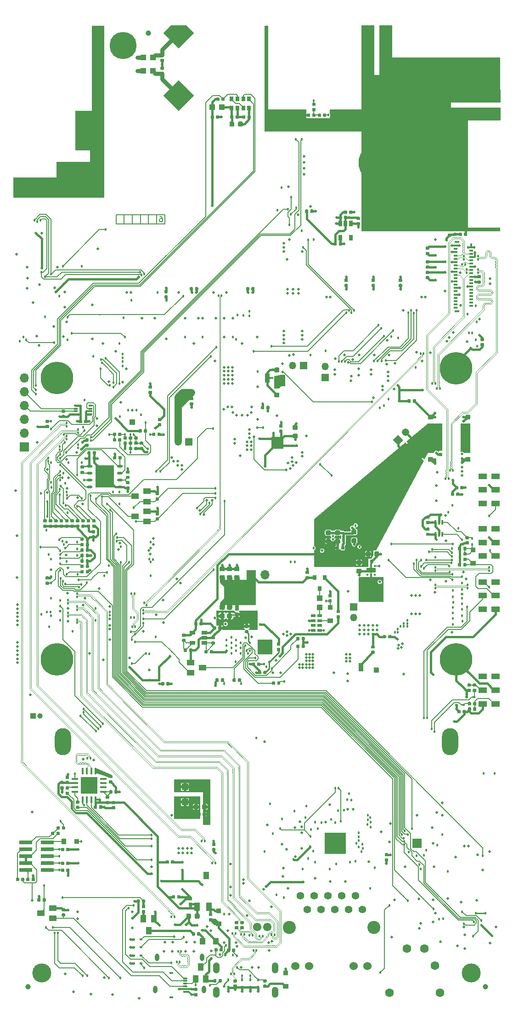
<source format=gbr>
%TF.GenerationSoftware,KiCad,Pcbnew,(5.99.0-459-gf0c386f5d-dirty)*%
%TF.CreationDate,2019-12-04T11:21:01+01:00*%
%TF.ProjectId,dvk-mx8m-bsb,64766b2d-6d78-4386-9d2d-6273622e6b69,v1.0.0*%
%TF.SameCoordinates,Original*%
%TF.FileFunction,Copper,L6,Bot*%
%TF.FilePolarity,Positive*%
%FSLAX46Y46*%
G04 Gerber Fmt 4.6, Leading zero omitted, Abs format (unit mm)*
G04 Created by KiCad (PCBNEW (5.99.0-459-gf0c386f5d-dirty)) date 2019-12-04 11:21:01*
%MOMM*%
%LPD*%
G04 APERTURE LIST*
%TA.AperFunction,NonConductor*%
%ADD10C,0.130000*%
%TD*%
%TA.AperFunction,Conductor*%
%ADD11R,1.750000X1.750000*%
%TD*%
%TA.AperFunction,ComponentPad*%
%ADD12C,0.300000*%
%TD*%
%TA.AperFunction,Conductor*%
%ADD13R,1.000000X1.400000*%
%TD*%
%TA.AperFunction,Conductor*%
%ADD14R,11.600000X2.400000*%
%TD*%
%TA.AperFunction,Conductor*%
%ADD15R,2.400000X5.700000*%
%TD*%
%TA.AperFunction,Conductor*%
%ADD16R,5.600000X16.700000*%
%TD*%
%TA.AperFunction,Conductor*%
%ADD17R,2.400000X11.600000*%
%TD*%
%TA.AperFunction,Conductor*%
%ADD18R,5.700000X2.400000*%
%TD*%
%TA.AperFunction,Conductor*%
%ADD19R,16.700000X5.600000*%
%TD*%
%TA.AperFunction,Conductor*%
%ADD20R,1.100000X1.000000*%
%TD*%
%TA.AperFunction,ComponentPad*%
%ADD21C,0.254000*%
%TD*%
%TA.AperFunction,ComponentPad*%
%ADD22O,3.000000X5.000000*%
%TD*%
%TA.AperFunction,SMDPad,CuDef*%
%ADD23R,0.650000X0.250000*%
%TD*%
%TA.AperFunction,SMDPad,CuDef*%
%ADD24R,0.800000X0.400000*%
%TD*%
%TA.AperFunction,SMDPad,CuDef*%
%ADD25R,0.800000X0.300000*%
%TD*%
%TA.AperFunction,BGAPad,CuDef*%
%ADD26C,1.000000*%
%TD*%
%TA.AperFunction,Conductor*%
%ADD27R,3.900000X3.900000*%
%TD*%
%TA.AperFunction,SMDPad,CuDef*%
%ADD28R,0.725000X0.900000*%
%TD*%
%TA.AperFunction,SMDPad,CuDef*%
%ADD29R,0.750000X0.400000*%
%TD*%
%TA.AperFunction,SMDPad,CuDef*%
%ADD30R,0.750000X0.300000*%
%TD*%
%TA.AperFunction,SMDPad,CuDef*%
%ADD31R,1.670000X0.900000*%
%TD*%
%TA.AperFunction,SMDPad,CuDef*%
%ADD32R,0.370000X1.500000*%
%TD*%
%TA.AperFunction,SMDPad,CuDef*%
%ADD33R,0.370000X0.450000*%
%TD*%
%TA.AperFunction,Conductor*%
%ADD34R,1.500000X0.370000*%
%TD*%
%TA.AperFunction,Conductor*%
%ADD35R,0.900000X1.670000*%
%TD*%
%TA.AperFunction,Conductor*%
%ADD36R,2.700000X2.700000*%
%TD*%
%TA.AperFunction,ComponentPad*%
%ADD37C,6.000000*%
%TD*%
%TA.AperFunction,ComponentPad*%
%ADD38C,1.600000*%
%TD*%
%TA.AperFunction,ComponentPad*%
%ADD39C,3.500000*%
%TD*%
%TA.AperFunction,ComponentPad*%
%ADD40O,1.250000X2.000000*%
%TD*%
%TA.AperFunction,ComponentPad*%
%ADD41O,0.800000X1.400000*%
%TD*%
%TA.AperFunction,SMDPad,CuDef*%
%ADD42R,1.600000X1.000000*%
%TD*%
%TA.AperFunction,SMDPad,CuDef*%
%ADD43R,1.400000X1.000000*%
%TD*%
%TA.AperFunction,ComponentPad*%
%ADD44O,1.350000X1.350000*%
%TD*%
%TA.AperFunction,ComponentPad*%
%ADD45R,1.350000X1.350000*%
%TD*%
%TA.AperFunction,SMDPad,CuDef*%
%ADD46R,1.000000X1.400000*%
%TD*%
%TA.AperFunction,SMDPad,CuDef*%
%ADD47R,0.660000X1.000000*%
%TD*%
%TA.AperFunction,SMDPad,CuDef*%
%ADD48R,0.650000X1.060000*%
%TD*%
%TA.AperFunction,Conductor*%
%ADD49R,0.900000X1.600000*%
%TD*%
%TA.AperFunction,SMDPad,CuDef*%
%ADD50R,0.650000X0.300000*%
%TD*%
%TA.AperFunction,SMDPad,CuDef*%
%ADD51R,0.950000X0.400000*%
%TD*%
%TA.AperFunction,Conductor*%
%ADD52R,0.600000X1.200000*%
%TD*%
%TA.AperFunction,ComponentPad*%
%ADD53C,1.350000*%
%TD*%
%TA.AperFunction,SMDPad,CuDef*%
%ADD54R,1.100000X1.250000*%
%TD*%
%TA.AperFunction,SMDPad,CuDef*%
%ADD55R,3.100000X3.100000*%
%TD*%
%TA.AperFunction,SMDPad,CuDef*%
%ADD56O,0.370000X1.250000*%
%TD*%
%TA.AperFunction,SMDPad,CuDef*%
%ADD57O,1.250000X0.370000*%
%TD*%
%TA.AperFunction,SMDPad,CuDef*%
%ADD58O,1.200000X0.370000*%
%TD*%
%TA.AperFunction,SMDPad,CuDef*%
%ADD59R,0.450000X0.450000*%
%TD*%
%TA.AperFunction,SMDPad,CuDef*%
%ADD60O,1.100000X0.450000*%
%TD*%
%TA.AperFunction,SMDPad,CuDef*%
%ADD61R,1.737500X1.018750*%
%TD*%
%TA.AperFunction,ComponentPad*%
%ADD62C,5.000000*%
%TD*%
%TA.AperFunction,ComponentPad*%
%ADD63O,1.700000X1.700000*%
%TD*%
%TA.AperFunction,ComponentPad*%
%ADD64R,1.700000X1.700000*%
%TD*%
%TA.AperFunction,ComponentPad*%
%ADD65C,1.550000*%
%TD*%
%TA.AperFunction,ComponentPad*%
%ADD66C,1.400000*%
%TD*%
%TA.AperFunction,ComponentPad*%
%ADD67C,2.400000*%
%TD*%
%TA.AperFunction,ComponentPad*%
%ADD68C,1.530000*%
%TD*%
%TA.AperFunction,ComponentPad*%
%ADD69C,6.500000*%
%TD*%
%TA.AperFunction,SMDPad,CuDef*%
%ADD70R,0.900000X0.900000*%
%TD*%
%TA.AperFunction,SMDPad,CuDef*%
%ADD71R,0.900000X1.100000*%
%TD*%
%TA.AperFunction,SMDPad,CuDef*%
%ADD72R,1.100000X0.900000*%
%TD*%
%TA.AperFunction,Conductor*%
%ADD73R,2.300000X2.300000*%
%TD*%
%TA.AperFunction,SMDPad,CuDef*%
%ADD74R,0.480000X0.400000*%
%TD*%
%TA.AperFunction,SMDPad,CuDef*%
%ADD75R,1.200000X1.200000*%
%TD*%
%TA.AperFunction,SMDPad,CuDef*%
%ADD76R,0.400000X0.480000*%
%TD*%
%TA.AperFunction,SMDPad,CuDef*%
%ADD77R,1.000000X1.500000*%
%TD*%
%TA.AperFunction,SMDPad,CuDef*%
%ADD78R,1.000000X1.100000*%
%TD*%
%TA.AperFunction,SMDPad,CuDef*%
%ADD79R,1.100000X1.000000*%
%TD*%
%TA.AperFunction,ComponentPad*%
%ADD80C,1.000000*%
%TD*%
%TA.AperFunction,ComponentPad*%
%ADD81R,1.000000X1.000000*%
%TD*%
%TA.AperFunction,SMDPad,CuDef*%
%ADD82R,1.060000X0.650000*%
%TD*%
%TA.AperFunction,SMDPad,CuDef*%
%ADD83R,0.800000X0.900000*%
%TD*%
%TA.AperFunction,SMDPad,CuDef*%
%ADD84R,2.400000X0.740000*%
%TD*%
%TA.AperFunction,SMDPad,CuDef*%
%ADD85R,0.400000X0.900000*%
%TD*%
%TA.AperFunction,ViaPad*%
%ADD86C,0.457200*%
%TD*%
%TA.AperFunction,ViaPad*%
%ADD87C,0.508000*%
%TD*%
%TA.AperFunction,Conductor*%
%ADD88C,0.134620*%
%TD*%
%TA.AperFunction,Conductor*%
%ADD89C,0.254000*%
%TD*%
%TA.AperFunction,Conductor*%
%ADD90C,0.300000*%
%TD*%
%TA.AperFunction,Conductor*%
%ADD91C,0.457200*%
%TD*%
%TA.AperFunction,Conductor*%
%ADD92C,0.114554*%
%TD*%
%TA.AperFunction,Conductor*%
%ADD93C,0.089154*%
%TD*%
%TA.AperFunction,Conductor*%
%ADD94C,0.800000*%
%TD*%
%TA.AperFunction,Conductor*%
%ADD95C,0.203200*%
%TD*%
%TA.AperFunction,Conductor*%
%ADD96C,0.370000*%
%TD*%
%TA.AperFunction,Conductor*%
%ADD97C,0.240000*%
%TD*%
%TA.AperFunction,Conductor*%
%ADD98C,0.200000*%
%TD*%
%TA.AperFunction,Conductor*%
%ADD99C,0.400000*%
%TD*%
%TA.AperFunction,Conductor*%
%ADD100C,0.450000*%
%TD*%
%TA.AperFunction,Conductor*%
%ADD101C,0.640000*%
%TD*%
%TA.AperFunction,Conductor*%
%ADD102C,0.950000*%
%TD*%
%TA.AperFunction,Conductor*%
%ADD103C,1.700000*%
%TD*%
%TA.AperFunction,Conductor*%
%ADD104C,0.250000*%
%TD*%
%TA.AperFunction,Conductor*%
%ADD105C,1.350000*%
%TD*%
%TA.AperFunction,Conductor*%
%ADD106C,0.381000*%
%TD*%
G04 APERTURE END LIST*
D10*
X87194047Y-93804761D02*
X87375000Y-93804761D01*
X87465476Y-93850000D01*
X87510714Y-93895238D01*
X87601190Y-94030952D01*
X87646428Y-94211904D01*
X87646428Y-94573809D01*
X87601190Y-94664285D01*
X87555952Y-94709523D01*
X87465476Y-94754761D01*
X87284523Y-94754761D01*
X87194047Y-94709523D01*
X87148809Y-94664285D01*
X87103571Y-94573809D01*
X87103571Y-94347619D01*
X87148809Y-94257142D01*
X87194047Y-94211904D01*
X87284523Y-94166666D01*
X87465476Y-94166666D01*
X87555952Y-94211904D01*
X87601190Y-94257142D01*
X87646428Y-94347619D01*
D11*
%TO.N,GND*%
%TO.C,U1601*%
X134600000Y-209200000D03*
D12*
%TD*%
%TO.P,U1601,21,GND*%
%TO.N,GND*%
X134600000Y-209200000D03*
%TO.P,U1601,21,GND*%
%TO.N,GND*%
X134100000Y-208700000D03*
X135100000Y-208700000D03*
X135100000Y-209700000D03*
X134100000Y-209700000D03*
%TD*%
D13*
%TO.N,GND*%
%TO.C,U202*%
X95750000Y-215135000D03*
D12*
%TD*%
%TO.P,U202,19,GND*%
%TO.N,GND*%
X95750000Y-215585000D03*
%TO.P,U202,19,GND*%
%TO.N,GND*%
X95750000Y-214685000D03*
%TD*%
D14*
%TO.N,GND*%
%TO.C,AE1802*%
X144200000Y-71600000D03*
D15*
X139600000Y-73250000D03*
D14*
X144200000Y-74900000D03*
D16*
X141200000Y-82050000D03*
%TD*%
D17*
%TO.N,GND*%
%TO.C,AE1801*%
X125500000Y-64300000D03*
D18*
X127150000Y-68900000D03*
D17*
X128800000Y-64300000D03*
D19*
X135950000Y-67300000D03*
%TD*%
D20*
%TO.N,GND*%
%TO.C,U201*%
X82100000Y-131640000D03*
D21*
%TD*%
%TO.P,U201,17,GND*%
%TO.N,GND*%
X82400000Y-131840000D03*
%TO.P,U201,17,GND*%
%TO.N,GND*%
X81800000Y-131440000D03*
%TD*%
D22*
%TO.P,BT301,1,+*%
%TO.N,Net-(BT301-Pad1)*%
X140700000Y-190500000D03*
%TO.P,BT301,2,-*%
%TO.N,GND*%
X69300000Y-190500000D03*
%TD*%
D23*
%TO.P,J1201,1,Pin_1*%
%TO.N,/MIPI/I2C3_SCL_1V8*%
X91875000Y-234050000D03*
D24*
%TO.P,J1201,7*%
%TO.N,N/C*%
X89300000Y-233050000D03*
X89300000Y-237550000D03*
D25*
%TO.P,J1201,6,Pin_6*%
%TO.N,GND*%
X91800000Y-236550000D03*
%TO.P,J1201,5,Pin_5*%
%TO.N,2V8_P*%
X91800000Y-236050000D03*
%TO.P,J1201,4,Pin_4*%
%TO.N,Net-(J1201-Pad4)*%
X91800000Y-235550000D03*
%TO.P,J1201,3,Pin_3*%
%TO.N,Net-(J1201-Pad3)*%
X91800000Y-235050000D03*
%TO.P,J1201,2,Pin_2*%
%TO.N,/MIPI/I2C3_SDA_1V8*%
X91800000Y-234550000D03*
%TO.P,J1201,1,Pin_1*%
%TO.N,/MIPI/I2C3_SCL_1V8*%
X91800000Y-234050000D03*
D23*
%TO.P,J1201,2,Pin_2*%
%TO.N,/MIPI/I2C3_SDA_1V8*%
X91875000Y-234550000D03*
%TO.P,J1201,3,Pin_3*%
%TO.N,Net-(J1201-Pad3)*%
X91875000Y-235050000D03*
%TO.P,J1201,4,Pin_4*%
%TO.N,Net-(J1201-Pad4)*%
X91875000Y-235550000D03*
%TO.P,J1201,5,Pin_5*%
%TO.N,2V8_P*%
X91875000Y-236050000D03*
%TO.P,J1201,6,Pin_6*%
%TO.N,GND*%
X91875000Y-236550000D03*
%TD*%
D26*
%TO.P,FID101,*%
%TO.N,*%
X85000000Y-60000000D03*
%TD*%
%TO.P,FID103,*%
%TO.N,*%
X147150000Y-235650000D03*
%TD*%
%TO.P,FID102,*%
%TO.N,*%
X62850000Y-235650000D03*
%TD*%
D27*
%TO.N,GND*%
%TO.C,U1701*%
X119500000Y-209200000D03*
D12*
%TD*%
%TO.P,U1701,49,GND*%
%TO.N,GND*%
X120000000Y-208700000D03*
%TO.P,U1701,49,GND*%
%TO.N,GND*%
X120000000Y-209700000D03*
X119000000Y-209700000D03*
X118000000Y-209700000D03*
X118000000Y-210700000D03*
X119000000Y-210700000D03*
X120000000Y-210700000D03*
X121000000Y-210700000D03*
X121000000Y-209700000D03*
X121000000Y-208700000D03*
X121000000Y-207700000D03*
X120000000Y-207700000D03*
X119000000Y-207700000D03*
X118000000Y-207700000D03*
X118000000Y-208700000D03*
X119000000Y-208700000D03*
%TD*%
D28*
%TO.P,U2001,1,GND*%
%TO.N,GND*%
X103612500Y-73846000D03*
%TO.P,U2001,2,SNSRK*%
%TO.N,Net-(U2001-Pad2)*%
X102537500Y-73846000D03*
%TO.P,U2001,4,LEDA*%
%TO.N,Net-(C2002-Pad1)*%
X100387500Y-73846000D03*
%TO.P,U2001,3,VDD*%
%TO.N,Net-(C2001-Pad1)*%
X101462500Y-73846000D03*
%TO.P,U2001,6,INT*%
%TO.N,/PROX_~INT*%
X101462500Y-72146000D03*
%TO.P,U2001,5,LEDK*%
%TO.N,Net-(U2001-Pad2)*%
X100387500Y-72146000D03*
%TO.P,U2001,7,SDA*%
%TO.N,/I2C3_SDA*%
X102537500Y-72146000D03*
%TO.P,U2001,8,SCL*%
%TO.N,/I2C3_SCL*%
X103612500Y-72146000D03*
%TD*%
D29*
%TO.P,U701,8,VCC*%
%TO.N,3V3_OUT*%
X74400000Y-130175000D03*
D30*
%TO.P,U701,7,2OE*%
X74400000Y-129650000D03*
%TO.P,U701,6,1Y*%
%TO.N,/UART1_RXD*%
X74400000Y-129150000D03*
D29*
%TO.P,U701,5,2A*%
%TO.N,/UART1_TXD*%
X74400000Y-128625000D03*
%TO.P,U701,4,GND*%
%TO.N,GND*%
X71650000Y-128625000D03*
D30*
%TO.P,U701,3,2Y*%
%TO.N,/UART Debug/TX->RX*%
X71650000Y-129150000D03*
%TO.P,U701,2,1A*%
%TO.N,/UART Debug/RX<-TX*%
X71650000Y-129650000D03*
D29*
%TO.P,U701,1,1~OE*%
%TO.N,GND*%
X71650000Y-130175000D03*
%TD*%
D31*
%TO.P,U405,2,GND*%
%TO.N,GND*%
X126097000Y-158926000D03*
D32*
X126097000Y-158626000D03*
D33*
%TO.P,U405,1,VIN*%
%TO.N,5V_SOM*%
X125447000Y-158101000D03*
%TO.P,U405,5,VOUT*%
%TO.N,5V_P*%
X126097000Y-159751000D03*
%TO.P,U405,3,EN*%
%TO.N,/PWR_EN*%
X126747000Y-158101000D03*
%TO.P,U405,4,FLG*%
%TO.N,N/C*%
X126747000Y-159751000D03*
%TO.P,U405,6*%
X125447000Y-159751000D03*
D12*
%TO.P,U405,2,GND*%
%TO.N,GND*%
X126097000Y-158926000D03*
%TD*%
D34*
%TO.N,GND*%
%TO.C,U404*%
X107300000Y-123500000D03*
D35*
X107000000Y-123500000D03*
D12*
%TD*%
%TO.P,U404,2,GND*%
%TO.N,GND*%
X107000000Y-123500000D03*
%TO.P,U301,25,PAD*%
%TO.N,GND*%
X106550000Y-173900000D03*
D36*
%TD*%
%TO.N,GND*%
%TO.C,U301*%
X106550000Y-173000000D03*
D12*
%TO.P,U301,25,PAD*%
%TO.N,GND*%
X106550000Y-173000000D03*
X106550000Y-172100000D03*
X107450000Y-172100000D03*
X107450000Y-173000000D03*
X107450000Y-173900000D03*
X105650000Y-173900000D03*
X105650000Y-173000000D03*
X105650000Y-172100000D03*
%TD*%
%TA.AperFunction,SMDPad,CuDef*%
%TO.P,LS1601,2,2*%
%TO.N,Net-(C1616-Pad1)*%
G36*
X90639999Y-59979987D02*
G01*
X89225787Y-58565773D01*
X92054213Y-58565773D01*
X90640001Y-59979987D01*
X90639999Y-59979987D01*
G37*
%TD.AperFunction*%
%TA.AperFunction,SMDPad,CuDef*%
G36*
X92054214Y-61394200D02*
G01*
X90640000Y-62808414D01*
X89225786Y-61394200D01*
X90640000Y-59979986D01*
X92054214Y-61394200D01*
G37*
%TD.AperFunction*%
%TA.AperFunction,SMDPad,CuDef*%
G36*
X93468414Y-59980000D02*
G01*
X92054200Y-61394214D01*
X90639986Y-59980000D01*
X92054200Y-58565786D01*
X93468414Y-59980000D01*
G37*
%TD.AperFunction*%
%TA.AperFunction,SMDPad,CuDef*%
%TO.P,LS1601,1,1*%
%TO.N,Net-(C1617-Pad1)*%
G36*
X90640000Y-68671573D02*
G01*
X93468427Y-71500000D01*
X90640000Y-74328427D01*
X87811573Y-71500000D01*
X90640000Y-68671573D01*
G37*
%TD.AperFunction*%
%TA.AperFunction,SMDPad,CuDef*%
%TO.P,LS1601,2,2*%
%TO.N,Net-(C1616-Pad1)*%
G36*
X90640000Y-59980000D02*
G01*
X89225786Y-61394214D01*
X87811572Y-59980000D01*
X89225786Y-58565786D01*
X90640000Y-59980000D01*
G37*
%TD.AperFunction*%
%TD*%
D37*
%TO.P,MOD101,MH4,GND*%
%TO.N,GND*%
X68200000Y-123500000D03*
%TO.P,MOD101,MH3,GND*%
X68200000Y-175300000D03*
%TO.P,MOD101,MH2,GND*%
X141800000Y-121700000D03*
%TO.P,MOD101,MH1,GND*%
X141800000Y-175300000D03*
%TD*%
D38*
%TO.P,J1601,3*%
%TO.N,Net-(C1624-Pad1)*%
X132700000Y-228575000D03*
%TO.P,J1601,5*%
%TO.N,/HP_DET*%
X135900000Y-228575000D03*
%TO.P,J1601,2*%
%TO.N,Net-(C1621-Pad1)*%
X137900000Y-231675000D03*
%TO.P,J1601,4*%
%TO.N,GND*%
X138800000Y-236675000D03*
%TO.P,J1601,1*%
%TO.N,Net-(J1601-Pad1)*%
X129500000Y-236675000D03*
%TD*%
D39*
%TO.P,MNT102,1,GND*%
%TO.N,GND*%
X147000000Y-66750000D03*
%TD*%
%TO.P,MNT101,1,GND*%
%TO.N,GND*%
X65400000Y-233100000D03*
%TD*%
%TO.P,MNT103,1,GND*%
%TO.N,GND*%
X144600000Y-233100000D03*
%TD*%
D40*
%TO.P,J1901,SH3,22*%
%TO.N,Net-(C1905-Pad1)*%
X97575000Y-236625000D03*
%TO.P,J1901,SH1,20*%
X108425000Y-236625000D03*
%TO.P,J1901,SH2,21*%
X108425000Y-232125000D03*
%TO.P,J1901,SH4,23*%
X97575000Y-232125000D03*
%TD*%
D41*
%TO.P,J201,GND4,SHIELD*%
%TO.N,Net-(C216-Pad2)*%
X95290000Y-236100000D03*
%TO.P,J201,GND1,SHIELD*%
X86670000Y-230150000D03*
%TO.P,J201,GND3,SHIELD*%
X86310000Y-236100000D03*
%TO.P,J201,GND2,SHIELD*%
X94930000Y-230150000D03*
%TD*%
D42*
%TO.P,SW501,6,C*%
%TO.N,3V3_SNVS*%
X146645000Y-183500000D03*
%TO.P,SW501,5,B*%
%TO.N,Net-(R512-Pad1)*%
X146645000Y-181000000D03*
%TO.P,SW501,4,A*%
%TO.N,N/C*%
X146645000Y-178500000D03*
%TO.P,SW501,3,C*%
%TO.N,Net-(R509-Pad2)*%
X149045000Y-183500000D03*
%TO.P,SW501,2,B*%
%TO.N,GND*%
X149045000Y-181000000D03*
%TO.P,SW501,1,A*%
%TO.N,N/C*%
X149045000Y-178500000D03*
%TD*%
%TO.P,SW1301,6,C*%
%TO.N,N/C*%
X146645000Y-166100000D03*
%TO.P,SW1301,5,B*%
%TO.N,Net-(C1622-Pad1)*%
X146645000Y-163600000D03*
%TO.P,SW1301,4,A*%
%TO.N,Net-(SW1301-Pad4)*%
X146645000Y-161100000D03*
%TO.P,SW1301,3,C*%
%TO.N,1V8_P*%
X149045000Y-166100000D03*
%TO.P,SW1301,2,B*%
%TO.N,Net-(D1301-Pad1)*%
X149045000Y-163600000D03*
%TO.P,SW1301,1,A*%
%TO.N,N/C*%
X149045000Y-161100000D03*
%TD*%
%TO.P,SW1501,6,C*%
%TO.N,N/C*%
X146645000Y-156300000D03*
%TO.P,SW1501,5,B*%
X146645000Y-153800000D03*
%TO.P,SW1501,4,A*%
X146645000Y-151300000D03*
%TO.P,SW1501,3,C*%
%TO.N,Net-(D1502-Pad2)*%
X149045000Y-156300000D03*
%TO.P,SW1501,2,B*%
%TO.N,GND*%
X149045000Y-153800000D03*
%TO.P,SW1501,1,A*%
%TO.N,N/C*%
X149045000Y-151300000D03*
%TD*%
%TO.P,SW1801,6,C*%
%TO.N,N/C*%
X146645000Y-146600000D03*
%TO.P,SW1801,5,B*%
X146645000Y-144100000D03*
%TO.P,SW1801,4,A*%
X146645000Y-141600000D03*
%TO.P,SW1801,3,C*%
%TO.N,Net-(D1803-Pad2)*%
X149045000Y-146600000D03*
%TO.P,SW1801,2,B*%
%TO.N,GND*%
X149045000Y-144100000D03*
%TO.P,SW1801,1,A*%
%TO.N,N/C*%
X149045000Y-141600000D03*
%TD*%
D43*
%TO.P,Q1201,3,D*%
%TO.N,/CAPTOUCH_~RST*%
X65200000Y-222050000D03*
%TO.P,Q1201,2,S*%
%TO.N,Net-(J1201-Pad4)*%
X67400000Y-223000000D03*
%TO.P,Q1201,1,G*%
%TO.N,1V8_P*%
X67400000Y-221100000D03*
%TD*%
%TA.AperFunction,SMDPad,CuDef*%
%TO.P,C421,2*%
%TO.N,GND*%
G36*
X126728946Y-105231228D02*
G01*
X126776798Y-105263202D01*
X126808772Y-105311054D01*
X126820000Y-105367500D01*
X126820000Y-105662500D01*
X126808772Y-105718946D01*
X126776798Y-105766798D01*
X126728946Y-105798772D01*
X126672500Y-105810000D01*
X126327500Y-105810000D01*
X126271054Y-105798772D01*
X126223202Y-105766798D01*
X126191228Y-105718946D01*
X126180000Y-105662500D01*
X126180000Y-105367500D01*
X126191228Y-105311054D01*
X126223202Y-105263202D01*
X126271054Y-105231228D01*
X126327500Y-105220000D01*
X126672500Y-105220000D01*
X126728946Y-105231228D01*
G37*
%TD.AperFunction*%
%TA.AperFunction,SMDPad,CuDef*%
%TO.P,C421,1*%
%TO.N,3V3_P*%
G36*
X126728946Y-106201228D02*
G01*
X126776798Y-106233202D01*
X126808772Y-106281054D01*
X126820000Y-106337500D01*
X126820000Y-106632500D01*
X126808772Y-106688946D01*
X126776798Y-106736798D01*
X126728946Y-106768772D01*
X126672500Y-106780000D01*
X126327500Y-106780000D01*
X126271054Y-106768772D01*
X126223202Y-106736798D01*
X126191228Y-106688946D01*
X126180000Y-106632500D01*
X126180000Y-106337500D01*
X126191228Y-106281054D01*
X126223202Y-106233202D01*
X126271054Y-106201228D01*
X126327500Y-106190000D01*
X126672500Y-106190000D01*
X126728946Y-106201228D01*
G37*
%TD.AperFunction*%
%TD*%
%TA.AperFunction,SMDPad,CuDef*%
%TO.P,C404,2*%
%TO.N,GND*%
G36*
X87347946Y-131833228D02*
G01*
X87395798Y-131865202D01*
X87427772Y-131913054D01*
X87439000Y-131969500D01*
X87439000Y-132264500D01*
X87427772Y-132320946D01*
X87395798Y-132368798D01*
X87347946Y-132400772D01*
X87291500Y-132412000D01*
X86946500Y-132412000D01*
X86890054Y-132400772D01*
X86842202Y-132368798D01*
X86810228Y-132320946D01*
X86799000Y-132264500D01*
X86799000Y-131969500D01*
X86810228Y-131913054D01*
X86842202Y-131865202D01*
X86890054Y-131833228D01*
X86946500Y-131822000D01*
X87291500Y-131822000D01*
X87347946Y-131833228D01*
G37*
%TD.AperFunction*%
%TA.AperFunction,SMDPad,CuDef*%
%TO.P,C404,1*%
%TO.N,5V_P*%
G36*
X87347946Y-130863228D02*
G01*
X87395798Y-130895202D01*
X87427772Y-130943054D01*
X87439000Y-130999500D01*
X87439000Y-131294500D01*
X87427772Y-131350946D01*
X87395798Y-131398798D01*
X87347946Y-131430772D01*
X87291500Y-131442000D01*
X86946500Y-131442000D01*
X86890054Y-131430772D01*
X86842202Y-131398798D01*
X86810228Y-131350946D01*
X86799000Y-131294500D01*
X86799000Y-130999500D01*
X86810228Y-130943054D01*
X86842202Y-130895202D01*
X86890054Y-130863228D01*
X86946500Y-130852000D01*
X87291500Y-130852000D01*
X87347946Y-130863228D01*
G37*
%TD.AperFunction*%
%TD*%
%TA.AperFunction,SMDPad,CuDef*%
%TO.P,C402,2*%
%TO.N,GND*%
G36*
X90843946Y-218751228D02*
G01*
X90891798Y-218783202D01*
X90923772Y-218831054D01*
X90935000Y-218887500D01*
X90935000Y-219232500D01*
X90923772Y-219288946D01*
X90891798Y-219336798D01*
X90843946Y-219368772D01*
X90787500Y-219380000D01*
X90492500Y-219380000D01*
X90436054Y-219368772D01*
X90388202Y-219336798D01*
X90356228Y-219288946D01*
X90345000Y-219232500D01*
X90345000Y-218887500D01*
X90356228Y-218831054D01*
X90388202Y-218783202D01*
X90436054Y-218751228D01*
X90492500Y-218740000D01*
X90787500Y-218740000D01*
X90843946Y-218751228D01*
G37*
%TD.AperFunction*%
%TA.AperFunction,SMDPad,CuDef*%
%TO.P,C402,1*%
%TO.N,5V_P*%
G36*
X89873946Y-218751228D02*
G01*
X89921798Y-218783202D01*
X89953772Y-218831054D01*
X89965000Y-218887500D01*
X89965000Y-219232500D01*
X89953772Y-219288946D01*
X89921798Y-219336798D01*
X89873946Y-219368772D01*
X89817500Y-219380000D01*
X89522500Y-219380000D01*
X89466054Y-219368772D01*
X89418202Y-219336798D01*
X89386228Y-219288946D01*
X89375000Y-219232500D01*
X89375000Y-218887500D01*
X89386228Y-218831054D01*
X89418202Y-218783202D01*
X89466054Y-218751228D01*
X89522500Y-218740000D01*
X89817500Y-218740000D01*
X89873946Y-218751228D01*
G37*
%TD.AperFunction*%
%TD*%
%TA.AperFunction,SMDPad,CuDef*%
%TO.P,C431,2*%
%TO.N,GND*%
G36*
X89708946Y-212326228D02*
G01*
X89756798Y-212358202D01*
X89788772Y-212406054D01*
X89800000Y-212462500D01*
X89800000Y-212807500D01*
X89788772Y-212863946D01*
X89756798Y-212911798D01*
X89708946Y-212943772D01*
X89652500Y-212955000D01*
X89357500Y-212955000D01*
X89301054Y-212943772D01*
X89253202Y-212911798D01*
X89221228Y-212863946D01*
X89210000Y-212807500D01*
X89210000Y-212462500D01*
X89221228Y-212406054D01*
X89253202Y-212358202D01*
X89301054Y-212326228D01*
X89357500Y-212315000D01*
X89652500Y-212315000D01*
X89708946Y-212326228D01*
G37*
%TD.AperFunction*%
%TA.AperFunction,SMDPad,CuDef*%
%TO.P,C431,1*%
%TO.N,5V_P*%
G36*
X88738946Y-212326228D02*
G01*
X88786798Y-212358202D01*
X88818772Y-212406054D01*
X88830000Y-212462500D01*
X88830000Y-212807500D01*
X88818772Y-212863946D01*
X88786798Y-212911798D01*
X88738946Y-212943772D01*
X88682500Y-212955000D01*
X88387500Y-212955000D01*
X88331054Y-212943772D01*
X88283202Y-212911798D01*
X88251228Y-212863946D01*
X88240000Y-212807500D01*
X88240000Y-212462500D01*
X88251228Y-212406054D01*
X88283202Y-212358202D01*
X88331054Y-212326228D01*
X88387500Y-212315000D01*
X88682500Y-212315000D01*
X88738946Y-212326228D01*
G37*
%TD.AperFunction*%
%TD*%
%TA.AperFunction,SMDPad,CuDef*%
%TO.P,C429,2*%
%TO.N,GND*%
G36*
X103568946Y-106791228D02*
G01*
X103616798Y-106823202D01*
X103648772Y-106871054D01*
X103660000Y-106927500D01*
X103660000Y-107272500D01*
X103648772Y-107328946D01*
X103616798Y-107376798D01*
X103568946Y-107408772D01*
X103512500Y-107420000D01*
X103217500Y-107420000D01*
X103161054Y-107408772D01*
X103113202Y-107376798D01*
X103081228Y-107328946D01*
X103070000Y-107272500D01*
X103070000Y-106927500D01*
X103081228Y-106871054D01*
X103113202Y-106823202D01*
X103161054Y-106791228D01*
X103217500Y-106780000D01*
X103512500Y-106780000D01*
X103568946Y-106791228D01*
G37*
%TD.AperFunction*%
%TA.AperFunction,SMDPad,CuDef*%
%TO.P,C429,1*%
%TO.N,3V3_P*%
G36*
X104538946Y-106791228D02*
G01*
X104586798Y-106823202D01*
X104618772Y-106871054D01*
X104630000Y-106927500D01*
X104630000Y-107272500D01*
X104618772Y-107328946D01*
X104586798Y-107376798D01*
X104538946Y-107408772D01*
X104482500Y-107420000D01*
X104187500Y-107420000D01*
X104131054Y-107408772D01*
X104083202Y-107376798D01*
X104051228Y-107328946D01*
X104040000Y-107272500D01*
X104040000Y-106927500D01*
X104051228Y-106871054D01*
X104083202Y-106823202D01*
X104131054Y-106791228D01*
X104187500Y-106780000D01*
X104482500Y-106780000D01*
X104538946Y-106791228D01*
G37*
%TD.AperFunction*%
%TD*%
%TA.AperFunction,SMDPad,CuDef*%
%TO.P,C424,2*%
%TO.N,GND*%
G36*
X126678946Y-173726228D02*
G01*
X126726798Y-173758202D01*
X126758772Y-173806054D01*
X126770000Y-173862500D01*
X126770000Y-174157500D01*
X126758772Y-174213946D01*
X126726798Y-174261798D01*
X126678946Y-174293772D01*
X126622500Y-174305000D01*
X126277500Y-174305000D01*
X126221054Y-174293772D01*
X126173202Y-174261798D01*
X126141228Y-174213946D01*
X126130000Y-174157500D01*
X126130000Y-173862500D01*
X126141228Y-173806054D01*
X126173202Y-173758202D01*
X126221054Y-173726228D01*
X126277500Y-173715000D01*
X126622500Y-173715000D01*
X126678946Y-173726228D01*
G37*
%TD.AperFunction*%
%TA.AperFunction,SMDPad,CuDef*%
%TO.P,C424,1*%
%TO.N,5V_P*%
G36*
X126678946Y-172756228D02*
G01*
X126726798Y-172788202D01*
X126758772Y-172836054D01*
X126770000Y-172892500D01*
X126770000Y-173187500D01*
X126758772Y-173243946D01*
X126726798Y-173291798D01*
X126678946Y-173323772D01*
X126622500Y-173335000D01*
X126277500Y-173335000D01*
X126221054Y-173323772D01*
X126173202Y-173291798D01*
X126141228Y-173243946D01*
X126130000Y-173187500D01*
X126130000Y-172892500D01*
X126141228Y-172836054D01*
X126173202Y-172788202D01*
X126221054Y-172756228D01*
X126277500Y-172745000D01*
X126622500Y-172745000D01*
X126678946Y-172756228D01*
G37*
%TD.AperFunction*%
%TD*%
%TA.AperFunction,SMDPad,CuDef*%
%TO.P,C430,2*%
%TO.N,GND*%
G36*
X93228946Y-128001228D02*
G01*
X93276798Y-128033202D01*
X93308772Y-128081054D01*
X93320000Y-128137500D01*
X93320000Y-128432500D01*
X93308772Y-128488946D01*
X93276798Y-128536798D01*
X93228946Y-128568772D01*
X93172500Y-128580000D01*
X92827500Y-128580000D01*
X92771054Y-128568772D01*
X92723202Y-128536798D01*
X92691228Y-128488946D01*
X92680000Y-128432500D01*
X92680000Y-128137500D01*
X92691228Y-128081054D01*
X92723202Y-128033202D01*
X92771054Y-128001228D01*
X92827500Y-127990000D01*
X93172500Y-127990000D01*
X93228946Y-128001228D01*
G37*
%TD.AperFunction*%
%TA.AperFunction,SMDPad,CuDef*%
%TO.P,C430,1*%
%TO.N,1V8_P*%
G36*
X93228946Y-127031228D02*
G01*
X93276798Y-127063202D01*
X93308772Y-127111054D01*
X93320000Y-127167500D01*
X93320000Y-127462500D01*
X93308772Y-127518946D01*
X93276798Y-127566798D01*
X93228946Y-127598772D01*
X93172500Y-127610000D01*
X92827500Y-127610000D01*
X92771054Y-127598772D01*
X92723202Y-127566798D01*
X92691228Y-127518946D01*
X92680000Y-127462500D01*
X92680000Y-127167500D01*
X92691228Y-127111054D01*
X92723202Y-127063202D01*
X92771054Y-127031228D01*
X92827500Y-127020000D01*
X93172500Y-127020000D01*
X93228946Y-127031228D01*
G37*
%TD.AperFunction*%
%TD*%
%TA.AperFunction,SMDPad,CuDef*%
%TO.P,C425,2*%
%TO.N,GND*%
G36*
X121728946Y-105231228D02*
G01*
X121776798Y-105263202D01*
X121808772Y-105311054D01*
X121820000Y-105367500D01*
X121820000Y-105662500D01*
X121808772Y-105718946D01*
X121776798Y-105766798D01*
X121728946Y-105798772D01*
X121672500Y-105810000D01*
X121327500Y-105810000D01*
X121271054Y-105798772D01*
X121223202Y-105766798D01*
X121191228Y-105718946D01*
X121180000Y-105662500D01*
X121180000Y-105367500D01*
X121191228Y-105311054D01*
X121223202Y-105263202D01*
X121271054Y-105231228D01*
X121327500Y-105220000D01*
X121672500Y-105220000D01*
X121728946Y-105231228D01*
G37*
%TD.AperFunction*%
%TA.AperFunction,SMDPad,CuDef*%
%TO.P,C425,1*%
%TO.N,3V3_P*%
G36*
X121728946Y-106201228D02*
G01*
X121776798Y-106233202D01*
X121808772Y-106281054D01*
X121820000Y-106337500D01*
X121820000Y-106632500D01*
X121808772Y-106688946D01*
X121776798Y-106736798D01*
X121728946Y-106768772D01*
X121672500Y-106780000D01*
X121327500Y-106780000D01*
X121271054Y-106768772D01*
X121223202Y-106736798D01*
X121191228Y-106688946D01*
X121180000Y-106632500D01*
X121180000Y-106337500D01*
X121191228Y-106281054D01*
X121223202Y-106233202D01*
X121271054Y-106201228D01*
X121327500Y-106190000D01*
X121672500Y-106190000D01*
X121728946Y-106201228D01*
G37*
%TD.AperFunction*%
%TD*%
%TA.AperFunction,SMDPad,CuDef*%
%TO.P,C420,2*%
%TO.N,GND*%
G36*
X73978946Y-134631228D02*
G01*
X74026798Y-134663202D01*
X74058772Y-134711054D01*
X74070000Y-134767500D01*
X74070000Y-135062500D01*
X74058772Y-135118946D01*
X74026798Y-135166798D01*
X73978946Y-135198772D01*
X73922500Y-135210000D01*
X73577500Y-135210000D01*
X73521054Y-135198772D01*
X73473202Y-135166798D01*
X73441228Y-135118946D01*
X73430000Y-135062500D01*
X73430000Y-134767500D01*
X73441228Y-134711054D01*
X73473202Y-134663202D01*
X73521054Y-134631228D01*
X73577500Y-134620000D01*
X73922500Y-134620000D01*
X73978946Y-134631228D01*
G37*
%TD.AperFunction*%
%TA.AperFunction,SMDPad,CuDef*%
%TO.P,C420,1*%
%TO.N,5V_P*%
G36*
X73978946Y-135601228D02*
G01*
X74026798Y-135633202D01*
X74058772Y-135681054D01*
X74070000Y-135737500D01*
X74070000Y-136032500D01*
X74058772Y-136088946D01*
X74026798Y-136136798D01*
X73978946Y-136168772D01*
X73922500Y-136180000D01*
X73577500Y-136180000D01*
X73521054Y-136168772D01*
X73473202Y-136136798D01*
X73441228Y-136088946D01*
X73430000Y-136032500D01*
X73430000Y-135737500D01*
X73441228Y-135681054D01*
X73473202Y-135633202D01*
X73521054Y-135601228D01*
X73577500Y-135590000D01*
X73922500Y-135590000D01*
X73978946Y-135601228D01*
G37*
%TD.AperFunction*%
%TD*%
%TA.AperFunction,SMDPad,CuDef*%
%TO.P,C413,2*%
%TO.N,GND*%
G36*
X85628946Y-124896228D02*
G01*
X85676798Y-124928202D01*
X85708772Y-124976054D01*
X85720000Y-125032500D01*
X85720000Y-125327500D01*
X85708772Y-125383946D01*
X85676798Y-125431798D01*
X85628946Y-125463772D01*
X85572500Y-125475000D01*
X85227500Y-125475000D01*
X85171054Y-125463772D01*
X85123202Y-125431798D01*
X85091228Y-125383946D01*
X85080000Y-125327500D01*
X85080000Y-125032500D01*
X85091228Y-124976054D01*
X85123202Y-124928202D01*
X85171054Y-124896228D01*
X85227500Y-124885000D01*
X85572500Y-124885000D01*
X85628946Y-124896228D01*
G37*
%TD.AperFunction*%
%TA.AperFunction,SMDPad,CuDef*%
%TO.P,C413,1*%
%TO.N,5V_P*%
G36*
X85628946Y-125866228D02*
G01*
X85676798Y-125898202D01*
X85708772Y-125946054D01*
X85720000Y-126002500D01*
X85720000Y-126297500D01*
X85708772Y-126353946D01*
X85676798Y-126401798D01*
X85628946Y-126433772D01*
X85572500Y-126445000D01*
X85227500Y-126445000D01*
X85171054Y-126433772D01*
X85123202Y-126401798D01*
X85091228Y-126353946D01*
X85080000Y-126297500D01*
X85080000Y-126002500D01*
X85091228Y-125946054D01*
X85123202Y-125898202D01*
X85171054Y-125866228D01*
X85227500Y-125855000D01*
X85572500Y-125855000D01*
X85628946Y-125866228D01*
G37*
%TD.AperFunction*%
%TD*%
%TA.AperFunction,SMDPad,CuDef*%
%TO.P,C433,2*%
%TO.N,GND*%
G36*
X97328946Y-209096228D02*
G01*
X97376798Y-209128202D01*
X97408772Y-209176054D01*
X97420000Y-209232500D01*
X97420000Y-209527500D01*
X97408772Y-209583946D01*
X97376798Y-209631798D01*
X97328946Y-209663772D01*
X97272500Y-209675000D01*
X96927500Y-209675000D01*
X96871054Y-209663772D01*
X96823202Y-209631798D01*
X96791228Y-209583946D01*
X96780000Y-209527500D01*
X96780000Y-209232500D01*
X96791228Y-209176054D01*
X96823202Y-209128202D01*
X96871054Y-209096228D01*
X96927500Y-209085000D01*
X97272500Y-209085000D01*
X97328946Y-209096228D01*
G37*
%TD.AperFunction*%
%TA.AperFunction,SMDPad,CuDef*%
%TO.P,C433,1*%
%TO.N,1V8_P*%
G36*
X97328946Y-210066228D02*
G01*
X97376798Y-210098202D01*
X97408772Y-210146054D01*
X97420000Y-210202500D01*
X97420000Y-210497500D01*
X97408772Y-210553946D01*
X97376798Y-210601798D01*
X97328946Y-210633772D01*
X97272500Y-210645000D01*
X96927500Y-210645000D01*
X96871054Y-210633772D01*
X96823202Y-210601798D01*
X96791228Y-210553946D01*
X96780000Y-210497500D01*
X96780000Y-210202500D01*
X96791228Y-210146054D01*
X96823202Y-210098202D01*
X96871054Y-210066228D01*
X96927500Y-210055000D01*
X97272500Y-210055000D01*
X97328946Y-210066228D01*
G37*
%TD.AperFunction*%
%TD*%
%TA.AperFunction,SMDPad,CuDef*%
%TO.P,C422,2*%
%TO.N,GND*%
G36*
X136728946Y-100301228D02*
G01*
X136776798Y-100333202D01*
X136808772Y-100381054D01*
X136820000Y-100437500D01*
X136820000Y-100732500D01*
X136808772Y-100788946D01*
X136776798Y-100836798D01*
X136728946Y-100868772D01*
X136672500Y-100880000D01*
X136327500Y-100880000D01*
X136271054Y-100868772D01*
X136223202Y-100836798D01*
X136191228Y-100788946D01*
X136180000Y-100732500D01*
X136180000Y-100437500D01*
X136191228Y-100381054D01*
X136223202Y-100333202D01*
X136271054Y-100301228D01*
X136327500Y-100290000D01*
X136672500Y-100290000D01*
X136728946Y-100301228D01*
G37*
%TD.AperFunction*%
%TA.AperFunction,SMDPad,CuDef*%
%TO.P,C422,1*%
%TO.N,1V8_P*%
G36*
X136728946Y-99331228D02*
G01*
X136776798Y-99363202D01*
X136808772Y-99411054D01*
X136820000Y-99467500D01*
X136820000Y-99762500D01*
X136808772Y-99818946D01*
X136776798Y-99866798D01*
X136728946Y-99898772D01*
X136672500Y-99910000D01*
X136327500Y-99910000D01*
X136271054Y-99898772D01*
X136223202Y-99866798D01*
X136191228Y-99818946D01*
X136180000Y-99762500D01*
X136180000Y-99467500D01*
X136191228Y-99411054D01*
X136223202Y-99363202D01*
X136271054Y-99331228D01*
X136327500Y-99320000D01*
X136672500Y-99320000D01*
X136728946Y-99331228D01*
G37*
%TD.AperFunction*%
%TD*%
%TA.AperFunction,SMDPad,CuDef*%
%TO.P,C403,2*%
%TO.N,GND*%
G36*
X98023946Y-75141228D02*
G01*
X98071798Y-75173202D01*
X98103772Y-75221054D01*
X98115000Y-75277500D01*
X98115000Y-75622500D01*
X98103772Y-75678946D01*
X98071798Y-75726798D01*
X98023946Y-75758772D01*
X97967500Y-75770000D01*
X97672500Y-75770000D01*
X97616054Y-75758772D01*
X97568202Y-75726798D01*
X97536228Y-75678946D01*
X97525000Y-75622500D01*
X97525000Y-75277500D01*
X97536228Y-75221054D01*
X97568202Y-75173202D01*
X97616054Y-75141228D01*
X97672500Y-75130000D01*
X97967500Y-75130000D01*
X98023946Y-75141228D01*
G37*
%TD.AperFunction*%
%TA.AperFunction,SMDPad,CuDef*%
%TO.P,C403,1*%
%TO.N,3V3_P*%
G36*
X97053946Y-75141228D02*
G01*
X97101798Y-75173202D01*
X97133772Y-75221054D01*
X97145000Y-75277500D01*
X97145000Y-75622500D01*
X97133772Y-75678946D01*
X97101798Y-75726798D01*
X97053946Y-75758772D01*
X96997500Y-75770000D01*
X96702500Y-75770000D01*
X96646054Y-75758772D01*
X96598202Y-75726798D01*
X96566228Y-75678946D01*
X96555000Y-75622500D01*
X96555000Y-75277500D01*
X96566228Y-75221054D01*
X96598202Y-75173202D01*
X96646054Y-75141228D01*
X96702500Y-75130000D01*
X96997500Y-75130000D01*
X97053946Y-75141228D01*
G37*
%TD.AperFunction*%
%TD*%
%TA.AperFunction,SMDPad,CuDef*%
%TO.P,C415,2*%
%TO.N,GND*%
G36*
X136728946Y-104747742D02*
G01*
X136776798Y-104779716D01*
X136808772Y-104827568D01*
X136820000Y-104884014D01*
X136820000Y-105179014D01*
X136808772Y-105235460D01*
X136776798Y-105283312D01*
X136728946Y-105315286D01*
X136672500Y-105326514D01*
X136327500Y-105326514D01*
X136271054Y-105315286D01*
X136223202Y-105283312D01*
X136191228Y-105235460D01*
X136180000Y-105179014D01*
X136180000Y-104884014D01*
X136191228Y-104827568D01*
X136223202Y-104779716D01*
X136271054Y-104747742D01*
X136327500Y-104736514D01*
X136672500Y-104736514D01*
X136728946Y-104747742D01*
G37*
%TD.AperFunction*%
%TA.AperFunction,SMDPad,CuDef*%
%TO.P,C415,1*%
%TO.N,1V8_P*%
G36*
X136728946Y-103777742D02*
G01*
X136776798Y-103809716D01*
X136808772Y-103857568D01*
X136820000Y-103914014D01*
X136820000Y-104209014D01*
X136808772Y-104265460D01*
X136776798Y-104313312D01*
X136728946Y-104345286D01*
X136672500Y-104356514D01*
X136327500Y-104356514D01*
X136271054Y-104345286D01*
X136223202Y-104313312D01*
X136191228Y-104265460D01*
X136180000Y-104209014D01*
X136180000Y-103914014D01*
X136191228Y-103857568D01*
X136223202Y-103809716D01*
X136271054Y-103777742D01*
X136327500Y-103766514D01*
X136672500Y-103766514D01*
X136728946Y-103777742D01*
G37*
%TD.AperFunction*%
%TD*%
%TA.AperFunction,SMDPad,CuDef*%
%TO.P,C435,2*%
%TO.N,GND*%
G36*
X88528946Y-107319148D02*
G01*
X88576798Y-107351122D01*
X88608772Y-107398974D01*
X88620000Y-107455420D01*
X88620000Y-107750420D01*
X88608772Y-107806866D01*
X88576798Y-107854718D01*
X88528946Y-107886692D01*
X88472500Y-107897920D01*
X88127500Y-107897920D01*
X88071054Y-107886692D01*
X88023202Y-107854718D01*
X87991228Y-107806866D01*
X87980000Y-107750420D01*
X87980000Y-107455420D01*
X87991228Y-107398974D01*
X88023202Y-107351122D01*
X88071054Y-107319148D01*
X88127500Y-107307920D01*
X88472500Y-107307920D01*
X88528946Y-107319148D01*
G37*
%TD.AperFunction*%
%TA.AperFunction,SMDPad,CuDef*%
%TO.P,C435,1*%
%TO.N,3V3_P*%
G36*
X88528946Y-108289148D02*
G01*
X88576798Y-108321122D01*
X88608772Y-108368974D01*
X88620000Y-108425420D01*
X88620000Y-108720420D01*
X88608772Y-108776866D01*
X88576798Y-108824718D01*
X88528946Y-108856692D01*
X88472500Y-108867920D01*
X88127500Y-108867920D01*
X88071054Y-108856692D01*
X88023202Y-108824718D01*
X87991228Y-108776866D01*
X87980000Y-108720420D01*
X87980000Y-108425420D01*
X87991228Y-108368974D01*
X88023202Y-108321122D01*
X88071054Y-108289148D01*
X88127500Y-108277920D01*
X88472500Y-108277920D01*
X88528946Y-108289148D01*
G37*
%TD.AperFunction*%
%TD*%
%TA.AperFunction,SMDPad,CuDef*%
%TO.P,C419,2*%
%TO.N,GND*%
G36*
X136728946Y-102817742D02*
G01*
X136776798Y-102849716D01*
X136808772Y-102897568D01*
X136820000Y-102954014D01*
X136820000Y-103249014D01*
X136808772Y-103305460D01*
X136776798Y-103353312D01*
X136728946Y-103385286D01*
X136672500Y-103396514D01*
X136327500Y-103396514D01*
X136271054Y-103385286D01*
X136223202Y-103353312D01*
X136191228Y-103305460D01*
X136180000Y-103249014D01*
X136180000Y-102954014D01*
X136191228Y-102897568D01*
X136223202Y-102849716D01*
X136271054Y-102817742D01*
X136327500Y-102806514D01*
X136672500Y-102806514D01*
X136728946Y-102817742D01*
G37*
%TD.AperFunction*%
%TA.AperFunction,SMDPad,CuDef*%
%TO.P,C419,1*%
%TO.N,1V8_P*%
G36*
X136728946Y-101847742D02*
G01*
X136776798Y-101879716D01*
X136808772Y-101927568D01*
X136820000Y-101984014D01*
X136820000Y-102279014D01*
X136808772Y-102335460D01*
X136776798Y-102383312D01*
X136728946Y-102415286D01*
X136672500Y-102426514D01*
X136327500Y-102426514D01*
X136271054Y-102415286D01*
X136223202Y-102383312D01*
X136191228Y-102335460D01*
X136180000Y-102279014D01*
X136180000Y-101984014D01*
X136191228Y-101927568D01*
X136223202Y-101879716D01*
X136271054Y-101847742D01*
X136327500Y-101836514D01*
X136672500Y-101836514D01*
X136728946Y-101847742D01*
G37*
%TD.AperFunction*%
%TD*%
%TA.AperFunction,SMDPad,CuDef*%
%TO.P,C438,2*%
%TO.N,GND*%
G36*
X146828946Y-117101228D02*
G01*
X146876798Y-117133202D01*
X146908772Y-117181054D01*
X146920000Y-117237500D01*
X146920000Y-117532500D01*
X146908772Y-117588946D01*
X146876798Y-117636798D01*
X146828946Y-117668772D01*
X146772500Y-117680000D01*
X146427500Y-117680000D01*
X146371054Y-117668772D01*
X146323202Y-117636798D01*
X146291228Y-117588946D01*
X146280000Y-117532500D01*
X146280000Y-117237500D01*
X146291228Y-117181054D01*
X146323202Y-117133202D01*
X146371054Y-117101228D01*
X146427500Y-117090000D01*
X146772500Y-117090000D01*
X146828946Y-117101228D01*
G37*
%TD.AperFunction*%
%TA.AperFunction,SMDPad,CuDef*%
%TO.P,C438,1*%
%TO.N,1V8_P*%
G36*
X146828946Y-116131228D02*
G01*
X146876798Y-116163202D01*
X146908772Y-116211054D01*
X146920000Y-116267500D01*
X146920000Y-116562500D01*
X146908772Y-116618946D01*
X146876798Y-116666798D01*
X146828946Y-116698772D01*
X146772500Y-116710000D01*
X146427500Y-116710000D01*
X146371054Y-116698772D01*
X146323202Y-116666798D01*
X146291228Y-116618946D01*
X146280000Y-116562500D01*
X146280000Y-116267500D01*
X146291228Y-116211054D01*
X146323202Y-116163202D01*
X146371054Y-116131228D01*
X146427500Y-116120000D01*
X146772500Y-116120000D01*
X146828946Y-116131228D01*
G37*
%TD.AperFunction*%
%TD*%
%TA.AperFunction,SMDPad,CuDef*%
%TO.P,C401,2*%
%TO.N,GND*%
G36*
X87883946Y-179491228D02*
G01*
X87931798Y-179523202D01*
X87963772Y-179571054D01*
X87975000Y-179627500D01*
X87975000Y-179972500D01*
X87963772Y-180028946D01*
X87931798Y-180076798D01*
X87883946Y-180108772D01*
X87827500Y-180120000D01*
X87532500Y-180120000D01*
X87476054Y-180108772D01*
X87428202Y-180076798D01*
X87396228Y-180028946D01*
X87385000Y-179972500D01*
X87385000Y-179627500D01*
X87396228Y-179571054D01*
X87428202Y-179523202D01*
X87476054Y-179491228D01*
X87532500Y-179480000D01*
X87827500Y-179480000D01*
X87883946Y-179491228D01*
G37*
%TD.AperFunction*%
%TA.AperFunction,SMDPad,CuDef*%
%TO.P,C401,1*%
%TO.N,5V_P*%
G36*
X88853946Y-179491228D02*
G01*
X88901798Y-179523202D01*
X88933772Y-179571054D01*
X88945000Y-179627500D01*
X88945000Y-179972500D01*
X88933772Y-180028946D01*
X88901798Y-180076798D01*
X88853946Y-180108772D01*
X88797500Y-180120000D01*
X88502500Y-180120000D01*
X88446054Y-180108772D01*
X88398202Y-180076798D01*
X88366228Y-180028946D01*
X88355000Y-179972500D01*
X88355000Y-179627500D01*
X88366228Y-179571054D01*
X88398202Y-179523202D01*
X88446054Y-179491228D01*
X88502500Y-179480000D01*
X88797500Y-179480000D01*
X88853946Y-179491228D01*
G37*
%TD.AperFunction*%
%TD*%
%TA.AperFunction,SMDPad,CuDef*%
%TO.P,C411,2*%
%TO.N,GND*%
G36*
X129153946Y-211969728D02*
G01*
X129201798Y-212001702D01*
X129233772Y-212049554D01*
X129245000Y-212106000D01*
X129245000Y-212401000D01*
X129233772Y-212457446D01*
X129201798Y-212505298D01*
X129153946Y-212537272D01*
X129097500Y-212548500D01*
X128752500Y-212548500D01*
X128696054Y-212537272D01*
X128648202Y-212505298D01*
X128616228Y-212457446D01*
X128605000Y-212401000D01*
X128605000Y-212106000D01*
X128616228Y-212049554D01*
X128648202Y-212001702D01*
X128696054Y-211969728D01*
X128752500Y-211958500D01*
X129097500Y-211958500D01*
X129153946Y-211969728D01*
G37*
%TD.AperFunction*%
%TA.AperFunction,SMDPad,CuDef*%
%TO.P,C411,1*%
%TO.N,1V8_P*%
G36*
X129153946Y-210999728D02*
G01*
X129201798Y-211031702D01*
X129233772Y-211079554D01*
X129245000Y-211136000D01*
X129245000Y-211431000D01*
X129233772Y-211487446D01*
X129201798Y-211535298D01*
X129153946Y-211567272D01*
X129097500Y-211578500D01*
X128752500Y-211578500D01*
X128696054Y-211567272D01*
X128648202Y-211535298D01*
X128616228Y-211487446D01*
X128605000Y-211431000D01*
X128605000Y-211136000D01*
X128616228Y-211079554D01*
X128648202Y-211031702D01*
X128696054Y-210999728D01*
X128752500Y-210988500D01*
X129097500Y-210988500D01*
X129153946Y-210999728D01*
G37*
%TD.AperFunction*%
%TD*%
%TA.AperFunction,SMDPad,CuDef*%
%TO.P,C417,2*%
%TO.N,GND*%
G36*
X78828946Y-202356228D02*
G01*
X78876798Y-202388202D01*
X78908772Y-202436054D01*
X78920000Y-202492500D01*
X78920000Y-202787500D01*
X78908772Y-202843946D01*
X78876798Y-202891798D01*
X78828946Y-202923772D01*
X78772500Y-202935000D01*
X78427500Y-202935000D01*
X78371054Y-202923772D01*
X78323202Y-202891798D01*
X78291228Y-202843946D01*
X78280000Y-202787500D01*
X78280000Y-202492500D01*
X78291228Y-202436054D01*
X78323202Y-202388202D01*
X78371054Y-202356228D01*
X78427500Y-202345000D01*
X78772500Y-202345000D01*
X78828946Y-202356228D01*
G37*
%TD.AperFunction*%
%TA.AperFunction,SMDPad,CuDef*%
%TO.P,C417,1*%
%TO.N,5V_P*%
G36*
X78828946Y-201386228D02*
G01*
X78876798Y-201418202D01*
X78908772Y-201466054D01*
X78920000Y-201522500D01*
X78920000Y-201817500D01*
X78908772Y-201873946D01*
X78876798Y-201921798D01*
X78828946Y-201953772D01*
X78772500Y-201965000D01*
X78427500Y-201965000D01*
X78371054Y-201953772D01*
X78323202Y-201921798D01*
X78291228Y-201873946D01*
X78280000Y-201817500D01*
X78280000Y-201522500D01*
X78291228Y-201466054D01*
X78323202Y-201418202D01*
X78371054Y-201386228D01*
X78427500Y-201375000D01*
X78772500Y-201375000D01*
X78828946Y-201386228D01*
G37*
%TD.AperFunction*%
%TD*%
%TA.AperFunction,SMDPad,CuDef*%
%TO.P,C409,2*%
%TO.N,GND*%
G36*
X129738946Y-170841228D02*
G01*
X129786798Y-170873202D01*
X129818772Y-170921054D01*
X129830000Y-170977500D01*
X129830000Y-171322500D01*
X129818772Y-171378946D01*
X129786798Y-171426798D01*
X129738946Y-171458772D01*
X129682500Y-171470000D01*
X129387500Y-171470000D01*
X129331054Y-171458772D01*
X129283202Y-171426798D01*
X129251228Y-171378946D01*
X129240000Y-171322500D01*
X129240000Y-170977500D01*
X129251228Y-170921054D01*
X129283202Y-170873202D01*
X129331054Y-170841228D01*
X129387500Y-170830000D01*
X129682500Y-170830000D01*
X129738946Y-170841228D01*
G37*
%TD.AperFunction*%
%TA.AperFunction,SMDPad,CuDef*%
%TO.P,C409,1*%
%TO.N,5V_P*%
G36*
X128768946Y-170841228D02*
G01*
X128816798Y-170873202D01*
X128848772Y-170921054D01*
X128860000Y-170977500D01*
X128860000Y-171322500D01*
X128848772Y-171378946D01*
X128816798Y-171426798D01*
X128768946Y-171458772D01*
X128712500Y-171470000D01*
X128417500Y-171470000D01*
X128361054Y-171458772D01*
X128313202Y-171426798D01*
X128281228Y-171378946D01*
X128270000Y-171322500D01*
X128270000Y-170977500D01*
X128281228Y-170921054D01*
X128313202Y-170873202D01*
X128361054Y-170841228D01*
X128417500Y-170830000D01*
X128712500Y-170830000D01*
X128768946Y-170841228D01*
G37*
%TD.AperFunction*%
%TD*%
%TA.AperFunction,SMDPad,CuDef*%
%TO.P,C436,2*%
%TO.N,GND*%
G36*
X134278946Y-127441228D02*
G01*
X134326798Y-127473202D01*
X134358772Y-127521054D01*
X134370000Y-127577500D01*
X134370000Y-127922500D01*
X134358772Y-127978946D01*
X134326798Y-128026798D01*
X134278946Y-128058772D01*
X134222500Y-128070000D01*
X133927500Y-128070000D01*
X133871054Y-128058772D01*
X133823202Y-128026798D01*
X133791228Y-127978946D01*
X133780000Y-127922500D01*
X133780000Y-127577500D01*
X133791228Y-127521054D01*
X133823202Y-127473202D01*
X133871054Y-127441228D01*
X133927500Y-127430000D01*
X134222500Y-127430000D01*
X134278946Y-127441228D01*
G37*
%TD.AperFunction*%
%TA.AperFunction,SMDPad,CuDef*%
%TO.P,C436,1*%
%TO.N,1V8_P*%
G36*
X133308946Y-127441228D02*
G01*
X133356798Y-127473202D01*
X133388772Y-127521054D01*
X133400000Y-127577500D01*
X133400000Y-127922500D01*
X133388772Y-127978946D01*
X133356798Y-128026798D01*
X133308946Y-128058772D01*
X133252500Y-128070000D01*
X132957500Y-128070000D01*
X132901054Y-128058772D01*
X132853202Y-128026798D01*
X132821228Y-127978946D01*
X132810000Y-127922500D01*
X132810000Y-127577500D01*
X132821228Y-127521054D01*
X132853202Y-127473202D01*
X132901054Y-127441228D01*
X132957500Y-127430000D01*
X133252500Y-127430000D01*
X133308946Y-127441228D01*
G37*
%TD.AperFunction*%
%TD*%
%TA.AperFunction,SMDPad,CuDef*%
%TO.P,C426,2*%
%TO.N,GND*%
G36*
X114418946Y-92491228D02*
G01*
X114466798Y-92523202D01*
X114498772Y-92571054D01*
X114510000Y-92627500D01*
X114510000Y-92972500D01*
X114498772Y-93028946D01*
X114466798Y-93076798D01*
X114418946Y-93108772D01*
X114362500Y-93120000D01*
X114067500Y-93120000D01*
X114011054Y-93108772D01*
X113963202Y-93076798D01*
X113931228Y-93028946D01*
X113920000Y-92972500D01*
X113920000Y-92627500D01*
X113931228Y-92571054D01*
X113963202Y-92523202D01*
X114011054Y-92491228D01*
X114067500Y-92480000D01*
X114362500Y-92480000D01*
X114418946Y-92491228D01*
G37*
%TD.AperFunction*%
%TA.AperFunction,SMDPad,CuDef*%
%TO.P,C426,1*%
%TO.N,1V8_P*%
G36*
X115388946Y-92491228D02*
G01*
X115436798Y-92523202D01*
X115468772Y-92571054D01*
X115480000Y-92627500D01*
X115480000Y-92972500D01*
X115468772Y-93028946D01*
X115436798Y-93076798D01*
X115388946Y-93108772D01*
X115332500Y-93120000D01*
X115037500Y-93120000D01*
X114981054Y-93108772D01*
X114933202Y-93076798D01*
X114901228Y-93028946D01*
X114890000Y-92972500D01*
X114890000Y-92627500D01*
X114901228Y-92571054D01*
X114933202Y-92523202D01*
X114981054Y-92491228D01*
X115037500Y-92480000D01*
X115332500Y-92480000D01*
X115388946Y-92491228D01*
G37*
%TD.AperFunction*%
%TD*%
%TA.AperFunction,SMDPad,CuDef*%
%TO.P,C432,2*%
%TO.N,GND*%
G36*
X94138946Y-106791228D02*
G01*
X94186798Y-106823202D01*
X94218772Y-106871054D01*
X94230000Y-106927500D01*
X94230000Y-107272500D01*
X94218772Y-107328946D01*
X94186798Y-107376798D01*
X94138946Y-107408772D01*
X94082500Y-107420000D01*
X93787500Y-107420000D01*
X93731054Y-107408772D01*
X93683202Y-107376798D01*
X93651228Y-107328946D01*
X93640000Y-107272500D01*
X93640000Y-106927500D01*
X93651228Y-106871054D01*
X93683202Y-106823202D01*
X93731054Y-106791228D01*
X93787500Y-106780000D01*
X94082500Y-106780000D01*
X94138946Y-106791228D01*
G37*
%TD.AperFunction*%
%TA.AperFunction,SMDPad,CuDef*%
%TO.P,C432,1*%
%TO.N,3V3_P*%
G36*
X93168946Y-106791228D02*
G01*
X93216798Y-106823202D01*
X93248772Y-106871054D01*
X93260000Y-106927500D01*
X93260000Y-107272500D01*
X93248772Y-107328946D01*
X93216798Y-107376798D01*
X93168946Y-107408772D01*
X93112500Y-107420000D01*
X92817500Y-107420000D01*
X92761054Y-107408772D01*
X92713202Y-107376798D01*
X92681228Y-107328946D01*
X92670000Y-107272500D01*
X92670000Y-106927500D01*
X92681228Y-106871054D01*
X92713202Y-106823202D01*
X92761054Y-106791228D01*
X92817500Y-106780000D01*
X93112500Y-106780000D01*
X93168946Y-106791228D01*
G37*
%TD.AperFunction*%
%TD*%
%TA.AperFunction,SMDPad,CuDef*%
%TO.P,C405,2*%
%TO.N,GND*%
G36*
X131728946Y-105231228D02*
G01*
X131776798Y-105263202D01*
X131808772Y-105311054D01*
X131820000Y-105367500D01*
X131820000Y-105662500D01*
X131808772Y-105718946D01*
X131776798Y-105766798D01*
X131728946Y-105798772D01*
X131672500Y-105810000D01*
X131327500Y-105810000D01*
X131271054Y-105798772D01*
X131223202Y-105766798D01*
X131191228Y-105718946D01*
X131180000Y-105662500D01*
X131180000Y-105367500D01*
X131191228Y-105311054D01*
X131223202Y-105263202D01*
X131271054Y-105231228D01*
X131327500Y-105220000D01*
X131672500Y-105220000D01*
X131728946Y-105231228D01*
G37*
%TD.AperFunction*%
%TA.AperFunction,SMDPad,CuDef*%
%TO.P,C405,1*%
%TO.N,3V3_P*%
G36*
X131728946Y-106201228D02*
G01*
X131776798Y-106233202D01*
X131808772Y-106281054D01*
X131820000Y-106337500D01*
X131820000Y-106632500D01*
X131808772Y-106688946D01*
X131776798Y-106736798D01*
X131728946Y-106768772D01*
X131672500Y-106780000D01*
X131327500Y-106780000D01*
X131271054Y-106768772D01*
X131223202Y-106736798D01*
X131191228Y-106688946D01*
X131180000Y-106632500D01*
X131180000Y-106337500D01*
X131191228Y-106281054D01*
X131223202Y-106233202D01*
X131271054Y-106201228D01*
X131327500Y-106190000D01*
X131672500Y-106190000D01*
X131728946Y-106201228D01*
G37*
%TD.AperFunction*%
%TD*%
%TA.AperFunction,SMDPad,CuDef*%
%TO.P,C428,2*%
%TO.N,GND*%
G36*
X107288946Y-128641228D02*
G01*
X107336798Y-128673202D01*
X107368772Y-128721054D01*
X107380000Y-128777500D01*
X107380000Y-129122500D01*
X107368772Y-129178946D01*
X107336798Y-129226798D01*
X107288946Y-129258772D01*
X107232500Y-129270000D01*
X106937500Y-129270000D01*
X106881054Y-129258772D01*
X106833202Y-129226798D01*
X106801228Y-129178946D01*
X106790000Y-129122500D01*
X106790000Y-128777500D01*
X106801228Y-128721054D01*
X106833202Y-128673202D01*
X106881054Y-128641228D01*
X106937500Y-128630000D01*
X107232500Y-128630000D01*
X107288946Y-128641228D01*
G37*
%TD.AperFunction*%
%TA.AperFunction,SMDPad,CuDef*%
%TO.P,C428,1*%
%TO.N,5V_P*%
G36*
X106318946Y-128641228D02*
G01*
X106366798Y-128673202D01*
X106398772Y-128721054D01*
X106410000Y-128777500D01*
X106410000Y-129122500D01*
X106398772Y-129178946D01*
X106366798Y-129226798D01*
X106318946Y-129258772D01*
X106262500Y-129270000D01*
X105967500Y-129270000D01*
X105911054Y-129258772D01*
X105863202Y-129226798D01*
X105831228Y-129178946D01*
X105820000Y-129122500D01*
X105820000Y-128777500D01*
X105831228Y-128721054D01*
X105863202Y-128673202D01*
X105911054Y-128641228D01*
X105967500Y-128630000D01*
X106262500Y-128630000D01*
X106318946Y-128641228D01*
G37*
%TD.AperFunction*%
%TD*%
%TA.AperFunction,SMDPad,CuDef*%
%TO.P,R412,2*%
%TO.N,Net-(C447-Pad1)*%
G36*
X122553946Y-92666228D02*
G01*
X122601798Y-92698202D01*
X122633772Y-92746054D01*
X122645000Y-92802500D01*
X122645000Y-93147500D01*
X122633772Y-93203946D01*
X122601798Y-93251798D01*
X122553946Y-93283772D01*
X122497500Y-93295000D01*
X122202500Y-93295000D01*
X122146054Y-93283772D01*
X122098202Y-93251798D01*
X122066228Y-93203946D01*
X122055000Y-93147500D01*
X122055000Y-92802500D01*
X122066228Y-92746054D01*
X122098202Y-92698202D01*
X122146054Y-92666228D01*
X122202500Y-92655000D01*
X122497500Y-92655000D01*
X122553946Y-92666228D01*
G37*
%TD.AperFunction*%
%TA.AperFunction,SMDPad,CuDef*%
%TO.P,R412,1*%
%TO.N,3V3_P*%
G36*
X121583946Y-92666228D02*
G01*
X121631798Y-92698202D01*
X121663772Y-92746054D01*
X121675000Y-92802500D01*
X121675000Y-93147500D01*
X121663772Y-93203946D01*
X121631798Y-93251798D01*
X121583946Y-93283772D01*
X121527500Y-93295000D01*
X121232500Y-93295000D01*
X121176054Y-93283772D01*
X121128202Y-93251798D01*
X121096228Y-93203946D01*
X121085000Y-93147500D01*
X121085000Y-92802500D01*
X121096228Y-92746054D01*
X121128202Y-92698202D01*
X121176054Y-92666228D01*
X121232500Y-92655000D01*
X121527500Y-92655000D01*
X121583946Y-92666228D01*
G37*
%TD.AperFunction*%
%TD*%
%TA.AperFunction,SMDPad,CuDef*%
%TO.P,C451,2*%
%TO.N,GND*%
G36*
X119683946Y-98516228D02*
G01*
X119731798Y-98548202D01*
X119763772Y-98596054D01*
X119775000Y-98652500D01*
X119775000Y-98997500D01*
X119763772Y-99053946D01*
X119731798Y-99101798D01*
X119683946Y-99133772D01*
X119627500Y-99145000D01*
X119332500Y-99145000D01*
X119276054Y-99133772D01*
X119228202Y-99101798D01*
X119196228Y-99053946D01*
X119185000Y-98997500D01*
X119185000Y-98652500D01*
X119196228Y-98596054D01*
X119228202Y-98548202D01*
X119276054Y-98516228D01*
X119332500Y-98505000D01*
X119627500Y-98505000D01*
X119683946Y-98516228D01*
G37*
%TD.AperFunction*%
%TA.AperFunction,SMDPad,CuDef*%
%TO.P,C451,1*%
%TO.N,2V8_P*%
G36*
X120653946Y-98516228D02*
G01*
X120701798Y-98548202D01*
X120733772Y-98596054D01*
X120745000Y-98652500D01*
X120745000Y-98997500D01*
X120733772Y-99053946D01*
X120701798Y-99101798D01*
X120653946Y-99133772D01*
X120597500Y-99145000D01*
X120302500Y-99145000D01*
X120246054Y-99133772D01*
X120198202Y-99101798D01*
X120166228Y-99053946D01*
X120155000Y-98997500D01*
X120155000Y-98652500D01*
X120166228Y-98596054D01*
X120198202Y-98548202D01*
X120246054Y-98516228D01*
X120302500Y-98505000D01*
X120597500Y-98505000D01*
X120653946Y-98516228D01*
G37*
%TD.AperFunction*%
%TD*%
D44*
%TO.P,JP404,2,Pin_2*%
%TO.N,1V8_P*%
X90525000Y-135300000D03*
D45*
%TO.P,JP404,1,Pin_1*%
X92525000Y-135300000D03*
%TD*%
D46*
%TO.P,Q1202,3,D*%
%TO.N,/CAPTOUCH_~INT*%
X94700000Y-232000000D03*
%TO.P,Q1202,2,S*%
%TO.N,Net-(J1201-Pad3)*%
X93750000Y-234200000D03*
%TO.P,Q1202,1,G*%
%TO.N,1V8_P*%
X95650000Y-234200000D03*
%TD*%
%TA.AperFunction,SMDPad,CuDef*%
%TO.P,R1203,2*%
%TO.N,/CAPTOUCH_~INT*%
G36*
X97718946Y-228491228D02*
G01*
X97766798Y-228523202D01*
X97798772Y-228571054D01*
X97810000Y-228627500D01*
X97810000Y-228972500D01*
X97798772Y-229028946D01*
X97766798Y-229076798D01*
X97718946Y-229108772D01*
X97662500Y-229120000D01*
X97367500Y-229120000D01*
X97311054Y-229108772D01*
X97263202Y-229076798D01*
X97231228Y-229028946D01*
X97220000Y-228972500D01*
X97220000Y-228627500D01*
X97231228Y-228571054D01*
X97263202Y-228523202D01*
X97311054Y-228491228D01*
X97367500Y-228480000D01*
X97662500Y-228480000D01*
X97718946Y-228491228D01*
G37*
%TD.AperFunction*%
%TA.AperFunction,SMDPad,CuDef*%
%TO.P,R1203,1*%
%TO.N,3V3_P*%
G36*
X98688946Y-228491228D02*
G01*
X98736798Y-228523202D01*
X98768772Y-228571054D01*
X98780000Y-228627500D01*
X98780000Y-228972500D01*
X98768772Y-229028946D01*
X98736798Y-229076798D01*
X98688946Y-229108772D01*
X98632500Y-229120000D01*
X98337500Y-229120000D01*
X98281054Y-229108772D01*
X98233202Y-229076798D01*
X98201228Y-229028946D01*
X98190000Y-228972500D01*
X98190000Y-228627500D01*
X98201228Y-228571054D01*
X98233202Y-228523202D01*
X98281054Y-228491228D01*
X98337500Y-228480000D01*
X98632500Y-228480000D01*
X98688946Y-228491228D01*
G37*
%TD.AperFunction*%
%TD*%
D47*
%TO.P,U403,5,OUT*%
%TO.N,2V8_P*%
X120450000Y-97700000D03*
D48*
%TO.P,U403,4,NC*%
%TO.N,N/C*%
X122350000Y-97700000D03*
D47*
%TO.P,U403,3,EN*%
%TO.N,Net-(C447-Pad1)*%
X122350000Y-95100000D03*
%TO.P,U403,2,GND*%
%TO.N,GND*%
X121400000Y-95100000D03*
%TO.P,U403,1,IN*%
%TO.N,3V3_P*%
X120450000Y-95100000D03*
%TD*%
%TA.AperFunction,SMDPad,CuDef*%
%TO.P,R1202,2*%
%TO.N,Net-(J1201-Pad4)*%
G36*
X69628946Y-222116228D02*
G01*
X69676798Y-222148202D01*
X69708772Y-222196054D01*
X69720000Y-222252500D01*
X69720000Y-222547500D01*
X69708772Y-222603946D01*
X69676798Y-222651798D01*
X69628946Y-222683772D01*
X69572500Y-222695000D01*
X69227500Y-222695000D01*
X69171054Y-222683772D01*
X69123202Y-222651798D01*
X69091228Y-222603946D01*
X69080000Y-222547500D01*
X69080000Y-222252500D01*
X69091228Y-222196054D01*
X69123202Y-222148202D01*
X69171054Y-222116228D01*
X69227500Y-222105000D01*
X69572500Y-222105000D01*
X69628946Y-222116228D01*
G37*
%TD.AperFunction*%
%TA.AperFunction,SMDPad,CuDef*%
%TO.P,R1202,1*%
%TO.N,1V8_P*%
G36*
X69628946Y-221146228D02*
G01*
X69676798Y-221178202D01*
X69708772Y-221226054D01*
X69720000Y-221282500D01*
X69720000Y-221577500D01*
X69708772Y-221633946D01*
X69676798Y-221681798D01*
X69628946Y-221713772D01*
X69572500Y-221725000D01*
X69227500Y-221725000D01*
X69171054Y-221713772D01*
X69123202Y-221681798D01*
X69091228Y-221633946D01*
X69080000Y-221577500D01*
X69080000Y-221282500D01*
X69091228Y-221226054D01*
X69123202Y-221178202D01*
X69171054Y-221146228D01*
X69227500Y-221135000D01*
X69572500Y-221135000D01*
X69628946Y-221146228D01*
G37*
%TD.AperFunction*%
%TD*%
%TA.AperFunction,SMDPad,CuDef*%
%TO.P,C447,2*%
%TO.N,GND*%
G36*
X123953946Y-93846228D02*
G01*
X124001798Y-93878202D01*
X124033772Y-93926054D01*
X124045000Y-93982500D01*
X124045000Y-94277500D01*
X124033772Y-94333946D01*
X124001798Y-94381798D01*
X123953946Y-94413772D01*
X123897500Y-94425000D01*
X123552500Y-94425000D01*
X123496054Y-94413772D01*
X123448202Y-94381798D01*
X123416228Y-94333946D01*
X123405000Y-94277500D01*
X123405000Y-93982500D01*
X123416228Y-93926054D01*
X123448202Y-93878202D01*
X123496054Y-93846228D01*
X123552500Y-93835000D01*
X123897500Y-93835000D01*
X123953946Y-93846228D01*
G37*
%TD.AperFunction*%
%TA.AperFunction,SMDPad,CuDef*%
%TO.P,C447,1*%
%TO.N,Net-(C447-Pad1)*%
G36*
X123953946Y-94816228D02*
G01*
X124001798Y-94848202D01*
X124033772Y-94896054D01*
X124045000Y-94952500D01*
X124045000Y-95247500D01*
X124033772Y-95303946D01*
X124001798Y-95351798D01*
X123953946Y-95383772D01*
X123897500Y-95395000D01*
X123552500Y-95395000D01*
X123496054Y-95383772D01*
X123448202Y-95351798D01*
X123416228Y-95303946D01*
X123405000Y-95247500D01*
X123405000Y-94952500D01*
X123416228Y-94896054D01*
X123448202Y-94848202D01*
X123496054Y-94816228D01*
X123552500Y-94805000D01*
X123897500Y-94805000D01*
X123953946Y-94816228D01*
G37*
%TD.AperFunction*%
%TD*%
D49*
%TO.N,GND*%
%TO.C,U407*%
X124200000Y-176750000D03*
D12*
%TD*%
%TO.P,U407,9,PAD*%
%TO.N,GND*%
X124200000Y-177150000D03*
%TO.P,U407,9,PAD*%
%TO.N,GND*%
X124200000Y-176350000D03*
%TD*%
%TA.AperFunction,SMDPad,CuDef*%
%TO.P,R1204,2*%
%TO.N,Net-(J1201-Pad3)*%
G36*
X98488946Y-234191228D02*
G01*
X98536798Y-234223202D01*
X98568772Y-234271054D01*
X98580000Y-234327500D01*
X98580000Y-234672500D01*
X98568772Y-234728946D01*
X98536798Y-234776798D01*
X98488946Y-234808772D01*
X98432500Y-234820000D01*
X98137500Y-234820000D01*
X98081054Y-234808772D01*
X98033202Y-234776798D01*
X98001228Y-234728946D01*
X97990000Y-234672500D01*
X97990000Y-234327500D01*
X98001228Y-234271054D01*
X98033202Y-234223202D01*
X98081054Y-234191228D01*
X98137500Y-234180000D01*
X98432500Y-234180000D01*
X98488946Y-234191228D01*
G37*
%TD.AperFunction*%
%TA.AperFunction,SMDPad,CuDef*%
%TO.P,R1204,1*%
%TO.N,1V8_P*%
G36*
X97518946Y-234191228D02*
G01*
X97566798Y-234223202D01*
X97598772Y-234271054D01*
X97610000Y-234327500D01*
X97610000Y-234672500D01*
X97598772Y-234728946D01*
X97566798Y-234776798D01*
X97518946Y-234808772D01*
X97462500Y-234820000D01*
X97167500Y-234820000D01*
X97111054Y-234808772D01*
X97063202Y-234776798D01*
X97031228Y-234728946D01*
X97020000Y-234672500D01*
X97020000Y-234327500D01*
X97031228Y-234271054D01*
X97063202Y-234223202D01*
X97111054Y-234191228D01*
X97167500Y-234180000D01*
X97462500Y-234180000D01*
X97518946Y-234191228D01*
G37*
%TD.AperFunction*%
%TD*%
%TA.AperFunction,SMDPad,CuDef*%
%TO.P,C1201,2*%
%TO.N,GND*%
G36*
X94028946Y-236801228D02*
G01*
X94076798Y-236833202D01*
X94108772Y-236881054D01*
X94120000Y-236937500D01*
X94120000Y-237232500D01*
X94108772Y-237288946D01*
X94076798Y-237336798D01*
X94028946Y-237368772D01*
X93972500Y-237380000D01*
X93627500Y-237380000D01*
X93571054Y-237368772D01*
X93523202Y-237336798D01*
X93491228Y-237288946D01*
X93480000Y-237232500D01*
X93480000Y-236937500D01*
X93491228Y-236881054D01*
X93523202Y-236833202D01*
X93571054Y-236801228D01*
X93627500Y-236790000D01*
X93972500Y-236790000D01*
X94028946Y-236801228D01*
G37*
%TD.AperFunction*%
%TA.AperFunction,SMDPad,CuDef*%
%TO.P,C1201,1*%
%TO.N,2V8_P*%
G36*
X94028946Y-235831228D02*
G01*
X94076798Y-235863202D01*
X94108772Y-235911054D01*
X94120000Y-235967500D01*
X94120000Y-236262500D01*
X94108772Y-236318946D01*
X94076798Y-236366798D01*
X94028946Y-236398772D01*
X93972500Y-236410000D01*
X93627500Y-236410000D01*
X93571054Y-236398772D01*
X93523202Y-236366798D01*
X93491228Y-236318946D01*
X93480000Y-236262500D01*
X93480000Y-235967500D01*
X93491228Y-235911054D01*
X93523202Y-235863202D01*
X93571054Y-235831228D01*
X93627500Y-235820000D01*
X93972500Y-235820000D01*
X94028946Y-235831228D01*
G37*
%TD.AperFunction*%
%TD*%
%TA.AperFunction,SMDPad,CuDef*%
%TO.P,R1201,2*%
%TO.N,/CAPTOUCH_~RST*%
G36*
X66033946Y-219291228D02*
G01*
X66081798Y-219323202D01*
X66113772Y-219371054D01*
X66125000Y-219427500D01*
X66125000Y-219772500D01*
X66113772Y-219828946D01*
X66081798Y-219876798D01*
X66033946Y-219908772D01*
X65977500Y-219920000D01*
X65682500Y-219920000D01*
X65626054Y-219908772D01*
X65578202Y-219876798D01*
X65546228Y-219828946D01*
X65535000Y-219772500D01*
X65535000Y-219427500D01*
X65546228Y-219371054D01*
X65578202Y-219323202D01*
X65626054Y-219291228D01*
X65682500Y-219280000D01*
X65977500Y-219280000D01*
X66033946Y-219291228D01*
G37*
%TD.AperFunction*%
%TA.AperFunction,SMDPad,CuDef*%
%TO.P,R1201,1*%
%TO.N,3V3_P*%
G36*
X65063946Y-219291228D02*
G01*
X65111798Y-219323202D01*
X65143772Y-219371054D01*
X65155000Y-219427500D01*
X65155000Y-219772500D01*
X65143772Y-219828946D01*
X65111798Y-219876798D01*
X65063946Y-219908772D01*
X65007500Y-219920000D01*
X64712500Y-219920000D01*
X64656054Y-219908772D01*
X64608202Y-219876798D01*
X64576228Y-219828946D01*
X64565000Y-219772500D01*
X64565000Y-219427500D01*
X64576228Y-219371054D01*
X64608202Y-219323202D01*
X64656054Y-219291228D01*
X64712500Y-219280000D01*
X65007500Y-219280000D01*
X65063946Y-219291228D01*
G37*
%TD.AperFunction*%
%TD*%
%TA.AperFunction,SMDPad,CuDef*%
%TO.P,C443,2*%
%TO.N,GND*%
G36*
X121613946Y-93666228D02*
G01*
X121661798Y-93698202D01*
X121693772Y-93746054D01*
X121705000Y-93802500D01*
X121705000Y-94147500D01*
X121693772Y-94203946D01*
X121661798Y-94251798D01*
X121613946Y-94283772D01*
X121557500Y-94295000D01*
X121262500Y-94295000D01*
X121206054Y-94283772D01*
X121158202Y-94251798D01*
X121126228Y-94203946D01*
X121115000Y-94147500D01*
X121115000Y-93802500D01*
X121126228Y-93746054D01*
X121158202Y-93698202D01*
X121206054Y-93666228D01*
X121262500Y-93655000D01*
X121557500Y-93655000D01*
X121613946Y-93666228D01*
G37*
%TD.AperFunction*%
%TA.AperFunction,SMDPad,CuDef*%
%TO.P,C443,1*%
%TO.N,3V3_P*%
G36*
X120643946Y-93666228D02*
G01*
X120691798Y-93698202D01*
X120723772Y-93746054D01*
X120735000Y-93802500D01*
X120735000Y-94147500D01*
X120723772Y-94203946D01*
X120691798Y-94251798D01*
X120643946Y-94283772D01*
X120587500Y-94295000D01*
X120292500Y-94295000D01*
X120236054Y-94283772D01*
X120188202Y-94251798D01*
X120156228Y-94203946D01*
X120145000Y-94147500D01*
X120145000Y-93802500D01*
X120156228Y-93746054D01*
X120188202Y-93698202D01*
X120236054Y-93666228D01*
X120292500Y-93655000D01*
X120587500Y-93655000D01*
X120643946Y-93666228D01*
G37*
%TD.AperFunction*%
%TD*%
%TA.AperFunction,SMDPad,CuDef*%
%TO.P,C1208,2*%
%TO.N,GND*%
G36*
X141803946Y-95831228D02*
G01*
X141851798Y-95863202D01*
X141883772Y-95911054D01*
X141895000Y-95967500D01*
X141895000Y-96262500D01*
X141883772Y-96318946D01*
X141851798Y-96366798D01*
X141803946Y-96398772D01*
X141747500Y-96410000D01*
X141402500Y-96410000D01*
X141346054Y-96398772D01*
X141298202Y-96366798D01*
X141266228Y-96318946D01*
X141255000Y-96262500D01*
X141255000Y-95967500D01*
X141266228Y-95911054D01*
X141298202Y-95863202D01*
X141346054Y-95831228D01*
X141402500Y-95820000D01*
X141747500Y-95820000D01*
X141803946Y-95831228D01*
G37*
%TD.AperFunction*%
%TA.AperFunction,SMDPad,CuDef*%
%TO.P,C1208,1*%
%TO.N,22V4_P*%
G36*
X141803946Y-96801228D02*
G01*
X141851798Y-96833202D01*
X141883772Y-96881054D01*
X141895000Y-96937500D01*
X141895000Y-97232500D01*
X141883772Y-97288946D01*
X141851798Y-97336798D01*
X141803946Y-97368772D01*
X141747500Y-97380000D01*
X141402500Y-97380000D01*
X141346054Y-97368772D01*
X141298202Y-97336798D01*
X141266228Y-97288946D01*
X141255000Y-97232500D01*
X141255000Y-96937500D01*
X141266228Y-96881054D01*
X141298202Y-96833202D01*
X141346054Y-96801228D01*
X141402500Y-96790000D01*
X141747500Y-96790000D01*
X141803946Y-96801228D01*
G37*
%TD.AperFunction*%
%TD*%
%TA.AperFunction,SMDPad,CuDef*%
%TO.P,C1207,2*%
%TO.N,GND*%
G36*
X143738946Y-96741228D02*
G01*
X143786798Y-96773202D01*
X143818772Y-96821054D01*
X143830000Y-96877500D01*
X143830000Y-97222500D01*
X143818772Y-97278946D01*
X143786798Y-97326798D01*
X143738946Y-97358772D01*
X143682500Y-97370000D01*
X143387500Y-97370000D01*
X143331054Y-97358772D01*
X143283202Y-97326798D01*
X143251228Y-97278946D01*
X143240000Y-97222500D01*
X143240000Y-96877500D01*
X143251228Y-96821054D01*
X143283202Y-96773202D01*
X143331054Y-96741228D01*
X143387500Y-96730000D01*
X143682500Y-96730000D01*
X143738946Y-96741228D01*
G37*
%TD.AperFunction*%
%TA.AperFunction,SMDPad,CuDef*%
%TO.P,C1207,1*%
%TO.N,22V4_P*%
G36*
X142768946Y-96741228D02*
G01*
X142816798Y-96773202D01*
X142848772Y-96821054D01*
X142860000Y-96877500D01*
X142860000Y-97222500D01*
X142848772Y-97278946D01*
X142816798Y-97326798D01*
X142768946Y-97358772D01*
X142712500Y-97370000D01*
X142417500Y-97370000D01*
X142361054Y-97358772D01*
X142313202Y-97326798D01*
X142281228Y-97278946D01*
X142270000Y-97222500D01*
X142270000Y-96877500D01*
X142281228Y-96821054D01*
X142313202Y-96773202D01*
X142361054Y-96741228D01*
X142417500Y-96730000D01*
X142712500Y-96730000D01*
X142768946Y-96741228D01*
G37*
%TD.AperFunction*%
%TD*%
%TA.AperFunction,SMDPad,CuDef*%
%TO.P,C1210,2*%
%TO.N,GND*%
G36*
X140803946Y-95931228D02*
G01*
X140851798Y-95963202D01*
X140883772Y-96011054D01*
X140895000Y-96067500D01*
X140895000Y-96362500D01*
X140883772Y-96418946D01*
X140851798Y-96466798D01*
X140803946Y-96498772D01*
X140747500Y-96510000D01*
X140402500Y-96510000D01*
X140346054Y-96498772D01*
X140298202Y-96466798D01*
X140266228Y-96418946D01*
X140255000Y-96362500D01*
X140255000Y-96067500D01*
X140266228Y-96011054D01*
X140298202Y-95963202D01*
X140346054Y-95931228D01*
X140402500Y-95920000D01*
X140747500Y-95920000D01*
X140803946Y-95931228D01*
G37*
%TD.AperFunction*%
%TA.AperFunction,SMDPad,CuDef*%
%TO.P,C1210,1*%
%TO.N,22V4_P*%
G36*
X140803946Y-96901228D02*
G01*
X140851798Y-96933202D01*
X140883772Y-96981054D01*
X140895000Y-97037500D01*
X140895000Y-97332500D01*
X140883772Y-97388946D01*
X140851798Y-97436798D01*
X140803946Y-97468772D01*
X140747500Y-97480000D01*
X140402500Y-97480000D01*
X140346054Y-97468772D01*
X140298202Y-97436798D01*
X140266228Y-97388946D01*
X140255000Y-97332500D01*
X140255000Y-97037500D01*
X140266228Y-96981054D01*
X140298202Y-96933202D01*
X140346054Y-96901228D01*
X140402500Y-96890000D01*
X140747500Y-96890000D01*
X140803946Y-96901228D01*
G37*
%TD.AperFunction*%
%TD*%
%TA.AperFunction,SMDPad,CuDef*%
%TO.P,R1205,2*%
%TO.N,GND*%
G36*
X144028946Y-153601228D02*
G01*
X144076798Y-153633202D01*
X144108772Y-153681054D01*
X144120000Y-153737500D01*
X144120000Y-154032500D01*
X144108772Y-154088946D01*
X144076798Y-154136798D01*
X144028946Y-154168772D01*
X143972500Y-154180000D01*
X143627500Y-154180000D01*
X143571054Y-154168772D01*
X143523202Y-154136798D01*
X143491228Y-154088946D01*
X143480000Y-154032500D01*
X143480000Y-153737500D01*
X143491228Y-153681054D01*
X143523202Y-153633202D01*
X143571054Y-153601228D01*
X143627500Y-153590000D01*
X143972500Y-153590000D01*
X144028946Y-153601228D01*
G37*
%TD.AperFunction*%
%TA.AperFunction,SMDPad,CuDef*%
%TO.P,R1205,1*%
%TO.N,/MIPI/LCD_~RST~_1V8*%
G36*
X144028946Y-152631228D02*
G01*
X144076798Y-152663202D01*
X144108772Y-152711054D01*
X144120000Y-152767500D01*
X144120000Y-153062500D01*
X144108772Y-153118946D01*
X144076798Y-153166798D01*
X144028946Y-153198772D01*
X143972500Y-153210000D01*
X143627500Y-153210000D01*
X143571054Y-153198772D01*
X143523202Y-153166798D01*
X143491228Y-153118946D01*
X143480000Y-153062500D01*
X143480000Y-152767500D01*
X143491228Y-152711054D01*
X143523202Y-152663202D01*
X143571054Y-152631228D01*
X143627500Y-152620000D01*
X143972500Y-152620000D01*
X144028946Y-152631228D01*
G37*
%TD.AperFunction*%
%TD*%
%TA.AperFunction,SMDPad,CuDef*%
%TO.P,C1206,2*%
%TO.N,GND*%
G36*
X146228946Y-104566228D02*
G01*
X146276798Y-104598202D01*
X146308772Y-104646054D01*
X146320000Y-104702500D01*
X146320000Y-104997500D01*
X146308772Y-105053946D01*
X146276798Y-105101798D01*
X146228946Y-105133772D01*
X146172500Y-105145000D01*
X145827500Y-105145000D01*
X145771054Y-105133772D01*
X145723202Y-105101798D01*
X145691228Y-105053946D01*
X145680000Y-104997500D01*
X145680000Y-104702500D01*
X145691228Y-104646054D01*
X145723202Y-104598202D01*
X145771054Y-104566228D01*
X145827500Y-104555000D01*
X146172500Y-104555000D01*
X146228946Y-104566228D01*
G37*
%TD.AperFunction*%
%TA.AperFunction,SMDPad,CuDef*%
%TO.P,C1206,1*%
%TO.N,2V8_P*%
G36*
X146228946Y-105536228D02*
G01*
X146276798Y-105568202D01*
X146308772Y-105616054D01*
X146320000Y-105672500D01*
X146320000Y-105967500D01*
X146308772Y-106023946D01*
X146276798Y-106071798D01*
X146228946Y-106103772D01*
X146172500Y-106115000D01*
X145827500Y-106115000D01*
X145771054Y-106103772D01*
X145723202Y-106071798D01*
X145691228Y-106023946D01*
X145680000Y-105967500D01*
X145680000Y-105672500D01*
X145691228Y-105616054D01*
X145723202Y-105568202D01*
X145771054Y-105536228D01*
X145827500Y-105525000D01*
X146172500Y-105525000D01*
X146228946Y-105536228D01*
G37*
%TD.AperFunction*%
%TD*%
D50*
%TO.P,J1202,38,Pin_38*%
%TO.N,/LCD_LEDK*%
X144575000Y-99450000D03*
%TO.P,J1202,36,Pin_36*%
%TO.N,N/C*%
X144575000Y-100050000D03*
%TO.P,J1202,34,Pin_34*%
%TO.N,/DSI_D2_N*%
X144575000Y-100650000D03*
%TO.P,J1202,32,Pin_32*%
%TO.N,GND*%
X144575000Y-101250000D03*
%TO.P,J1202,30,Pin_30*%
%TO.N,/DSI_D0_P*%
X144575000Y-101850000D03*
%TO.P,J1202,28,Pin_28*%
%TO.N,/DSI_CK_N*%
X144575000Y-102450000D03*
%TO.P,J1202,26,Pin_26*%
%TO.N,GND*%
X144575000Y-103050000D03*
%TO.P,J1202,24,Pin_24*%
%TO.N,/DSI_D1_P*%
X144575000Y-103650000D03*
%TO.P,J1202,22,Pin_22*%
%TO.N,/DSI_D3_N*%
X144575000Y-104250000D03*
%TO.P,J1202,20,Pin_20*%
%TO.N,GND*%
X144575000Y-104850000D03*
%TO.P,J1202,2,Pin_2*%
%TO.N,N/C*%
X144575000Y-110250000D03*
%TO.P,J1202,4,Pin_4*%
X144575000Y-109650000D03*
%TO.P,J1202,6,Pin_6*%
X144575000Y-109050000D03*
%TO.P,J1202,8,Pin_8*%
X144575000Y-108450000D03*
%TO.P,J1202,10,Pin_10*%
X144575000Y-107850000D03*
%TO.P,J1202,12,Pin_12*%
X144575000Y-107250000D03*
%TO.P,J1202,14,Pin_14*%
%TO.N,2V8_P*%
X144575000Y-106650000D03*
%TO.P,J1202,16,Pin_16*%
%TO.N,N/C*%
X144575000Y-106050000D03*
%TO.P,J1202,18,Pin_18*%
X144575000Y-105450000D03*
D25*
%TO.P,J1202,17,Pin_17*%
%TO.N,/MIPI/LCD_~RST~_1V8*%
X141700000Y-105750000D03*
%TO.P,J1202,15,Pin_15*%
%TO.N,N/C*%
X141700000Y-106350000D03*
%TO.P,J1202,13,Pin_13*%
%TO.N,1V8_P*%
X141700000Y-106950000D03*
%TO.P,J1202,11,Pin_11*%
%TO.N,N/C*%
X141700000Y-107550000D03*
%TO.P,J1202,9,Pin_9*%
%TO.N,GND*%
X141700000Y-108150000D03*
%TO.P,J1202,7,Pin_7*%
%TO.N,N/C*%
X141700000Y-108750000D03*
%TO.P,J1202,5,Pin_5*%
X141700000Y-109350000D03*
%TO.P,J1202,3,Pin_3*%
X141700000Y-109950000D03*
%TO.P,J1202,1,Pin_1*%
X141700000Y-110550000D03*
%TO.P,J1202,19,Pin_19*%
X141700000Y-105150000D03*
%TO.P,J1202,21,Pin_21*%
%TO.N,/DSI_D3_P*%
X141700000Y-104550000D03*
%TO.P,J1202,23,Pin_23*%
%TO.N,GND*%
X141700000Y-103950000D03*
%TO.P,J1202,25,Pin_25*%
%TO.N,/DSI_D1_N*%
X141700000Y-103350000D03*
%TO.P,J1202,27,Pin_27*%
%TO.N,/DSI_CK_P*%
X141700000Y-102750000D03*
%TO.P,J1202,29,Pin_29*%
%TO.N,GND*%
X141700000Y-102150000D03*
%TO.P,J1202,31,Pin_31*%
%TO.N,/DSI_D0_N*%
X141700000Y-101550000D03*
%TO.P,J1202,33,Pin_33*%
%TO.N,/DSI_D2_P*%
X141700000Y-100950000D03*
%TO.P,J1202,35,Pin_35*%
%TO.N,GND*%
X141700000Y-100350000D03*
%TO.P,J1202,37,Pin_37*%
%TO.N,N/C*%
X141700000Y-99750000D03*
%TO.P,J1202,39,Pin_39*%
%TO.N,22V4_P*%
X141700000Y-99150000D03*
D51*
%TO.P,J1202,MNT2*%
%TO.N,N/C*%
X141975000Y-98450000D03*
%TO.P,J1202,MNT1*%
X141975000Y-111250000D03*
%TD*%
%TA.AperFunction,SMDPad,CuDef*%
%TO.P,R413,2*%
%TO.N,5V_SOM*%
G36*
X134408843Y-134571974D02*
G01*
X134489949Y-134626167D01*
X135373833Y-135510051D01*
X135428026Y-135591157D01*
X135447056Y-135686828D01*
X135428026Y-135782499D01*
X135373833Y-135863605D01*
X134843503Y-136393935D01*
X134762397Y-136448128D01*
X134666726Y-136467158D01*
X134571055Y-136448128D01*
X134489949Y-136393935D01*
X133606065Y-135510051D01*
X133551872Y-135428945D01*
X133532842Y-135333274D01*
X133551872Y-135237603D01*
X133606065Y-135156497D01*
X134136395Y-134626167D01*
X134217501Y-134571974D01*
X134313172Y-134552944D01*
X134408843Y-134571974D01*
G37*
%TD.AperFunction*%
%TA.AperFunction,SMDPad,CuDef*%
%TO.P,R413,1*%
G36*
X132428945Y-136551872D02*
G01*
X132510051Y-136606065D01*
X133393935Y-137489949D01*
X133448128Y-137571055D01*
X133467158Y-137666726D01*
X133448128Y-137762397D01*
X133393935Y-137843503D01*
X132863605Y-138373833D01*
X132782499Y-138428026D01*
X132686828Y-138447056D01*
X132591157Y-138428026D01*
X132510051Y-138373833D01*
X131626167Y-137489949D01*
X131571974Y-137408843D01*
X131552944Y-137313172D01*
X131571974Y-137217501D01*
X131626167Y-137136395D01*
X132156497Y-136606065D01*
X132237603Y-136551872D01*
X132333274Y-136532842D01*
X132428945Y-136551872D01*
G37*
%TD.AperFunction*%
%TD*%
D52*
%TO.N,GND*%
%TO.C,U402*%
X121025000Y-153075000D03*
D12*
%TD*%
%TO.P,U402,9,PAD*%
%TO.N,GND*%
X121025000Y-153075000D03*
%TA.AperFunction,SMDPad,CuDef*%
%TO.P,C412,2*%
%TO.N,GND*%
G36*
X123289962Y-151451651D02*
G01*
X123360930Y-151499070D01*
X123408349Y-151570038D01*
X123425000Y-151653750D01*
X123425000Y-152091250D01*
X123408349Y-152174962D01*
X123360930Y-152245930D01*
X123289962Y-152293349D01*
X123206250Y-152310000D01*
X122693750Y-152310000D01*
X122610038Y-152293349D01*
X122539070Y-152245930D01*
X122491651Y-152174962D01*
X122475000Y-152091250D01*
X122475000Y-151653750D01*
X122491651Y-151570038D01*
X122539070Y-151499070D01*
X122610038Y-151451651D01*
X122693750Y-151435000D01*
X123206250Y-151435000D01*
X123289962Y-151451651D01*
G37*
%TD.AperFunction*%
%TA.AperFunction,SMDPad,CuDef*%
%TO.P,C412,1*%
%TO.N,VBAT_REG*%
G36*
X123289962Y-153026651D02*
G01*
X123360930Y-153074070D01*
X123408349Y-153145038D01*
X123425000Y-153228750D01*
X123425000Y-153666250D01*
X123408349Y-153749962D01*
X123360930Y-153820930D01*
X123289962Y-153868349D01*
X123206250Y-153885000D01*
X122693750Y-153885000D01*
X122610038Y-153868349D01*
X122539070Y-153820930D01*
X122491651Y-153749962D01*
X122475000Y-153666250D01*
X122475000Y-153228750D01*
X122491651Y-153145038D01*
X122539070Y-153074070D01*
X122610038Y-153026651D01*
X122693750Y-153010000D01*
X123206250Y-153010000D01*
X123289962Y-153026651D01*
G37*
%TD.AperFunction*%
%TD*%
%TA.AperFunction,SMDPad,CuDef*%
%TO.P,C441,2*%
%TO.N,GND*%
G36*
X120254962Y-151581651D02*
G01*
X120325930Y-151629070D01*
X120373349Y-151700038D01*
X120390000Y-151783750D01*
X120390000Y-152221250D01*
X120373349Y-152304962D01*
X120325930Y-152375930D01*
X120254962Y-152423349D01*
X120171250Y-152440000D01*
X119658750Y-152440000D01*
X119575038Y-152423349D01*
X119504070Y-152375930D01*
X119456651Y-152304962D01*
X119440000Y-152221250D01*
X119440000Y-151783750D01*
X119456651Y-151700038D01*
X119504070Y-151629070D01*
X119575038Y-151581651D01*
X119658750Y-151565000D01*
X120171250Y-151565000D01*
X120254962Y-151581651D01*
G37*
%TD.AperFunction*%
%TA.AperFunction,SMDPad,CuDef*%
%TO.P,C441,1*%
%TO.N,5V_SOM*%
G36*
X120254962Y-153156651D02*
G01*
X120325930Y-153204070D01*
X120373349Y-153275038D01*
X120390000Y-153358750D01*
X120390000Y-153796250D01*
X120373349Y-153879962D01*
X120325930Y-153950930D01*
X120254962Y-153998349D01*
X120171250Y-154015000D01*
X119658750Y-154015000D01*
X119575038Y-153998349D01*
X119504070Y-153950930D01*
X119456651Y-153879962D01*
X119440000Y-153796250D01*
X119440000Y-153358750D01*
X119456651Y-153275038D01*
X119504070Y-153204070D01*
X119575038Y-153156651D01*
X119658750Y-153140000D01*
X120171250Y-153140000D01*
X120254962Y-153156651D01*
G37*
%TD.AperFunction*%
%TD*%
%TA.AperFunction,SMDPad,CuDef*%
%TO.P,C442,2*%
%TO.N,GND*%
G36*
X118539962Y-151581651D02*
G01*
X118610930Y-151629070D01*
X118658349Y-151700038D01*
X118675000Y-151783750D01*
X118675000Y-152221250D01*
X118658349Y-152304962D01*
X118610930Y-152375930D01*
X118539962Y-152423349D01*
X118456250Y-152440000D01*
X117943750Y-152440000D01*
X117860038Y-152423349D01*
X117789070Y-152375930D01*
X117741651Y-152304962D01*
X117725000Y-152221250D01*
X117725000Y-151783750D01*
X117741651Y-151700038D01*
X117789070Y-151629070D01*
X117860038Y-151581651D01*
X117943750Y-151565000D01*
X118456250Y-151565000D01*
X118539962Y-151581651D01*
G37*
%TD.AperFunction*%
%TA.AperFunction,SMDPad,CuDef*%
%TO.P,C442,1*%
%TO.N,5V_SOM*%
G36*
X118539962Y-153156651D02*
G01*
X118610930Y-153204070D01*
X118658349Y-153275038D01*
X118675000Y-153358750D01*
X118675000Y-153796250D01*
X118658349Y-153879962D01*
X118610930Y-153950930D01*
X118539962Y-153998349D01*
X118456250Y-154015000D01*
X117943750Y-154015000D01*
X117860038Y-153998349D01*
X117789070Y-153950930D01*
X117741651Y-153879962D01*
X117725000Y-153796250D01*
X117725000Y-153358750D01*
X117741651Y-153275038D01*
X117789070Y-153204070D01*
X117860038Y-153156651D01*
X117943750Y-153140000D01*
X118456250Y-153140000D01*
X118539962Y-153156651D01*
G37*
%TD.AperFunction*%
%TD*%
%TA.AperFunction,SMDPad,CuDef*%
%TO.P,C445,2*%
%TO.N,GND*%
G36*
X127439962Y-155441651D02*
G01*
X127510930Y-155489070D01*
X127558349Y-155560038D01*
X127575000Y-155643750D01*
X127575000Y-156156250D01*
X127558349Y-156239962D01*
X127510930Y-156310930D01*
X127439962Y-156358349D01*
X127356250Y-156375000D01*
X126918750Y-156375000D01*
X126835038Y-156358349D01*
X126764070Y-156310930D01*
X126716651Y-156239962D01*
X126700000Y-156156250D01*
X126700000Y-155643750D01*
X126716651Y-155560038D01*
X126764070Y-155489070D01*
X126835038Y-155441651D01*
X126918750Y-155425000D01*
X127356250Y-155425000D01*
X127439962Y-155441651D01*
G37*
%TD.AperFunction*%
%TA.AperFunction,SMDPad,CuDef*%
%TO.P,C445,1*%
%TO.N,5V_SOM*%
G36*
X125864962Y-155441651D02*
G01*
X125935930Y-155489070D01*
X125983349Y-155560038D01*
X126000000Y-155643750D01*
X126000000Y-156156250D01*
X125983349Y-156239962D01*
X125935930Y-156310930D01*
X125864962Y-156358349D01*
X125781250Y-156375000D01*
X125343750Y-156375000D01*
X125260038Y-156358349D01*
X125189070Y-156310930D01*
X125141651Y-156239962D01*
X125125000Y-156156250D01*
X125125000Y-155643750D01*
X125141651Y-155560038D01*
X125189070Y-155489070D01*
X125260038Y-155441651D01*
X125343750Y-155425000D01*
X125781250Y-155425000D01*
X125864962Y-155441651D01*
G37*
%TD.AperFunction*%
%TD*%
%TA.AperFunction,SMDPad,CuDef*%
%TO.P,C448,2*%
%TO.N,GND*%
G36*
X124214962Y-158641651D02*
G01*
X124285930Y-158689070D01*
X124333349Y-158760038D01*
X124350000Y-158843750D01*
X124350000Y-159281250D01*
X124333349Y-159364962D01*
X124285930Y-159435930D01*
X124214962Y-159483349D01*
X124131250Y-159500000D01*
X123618750Y-159500000D01*
X123535038Y-159483349D01*
X123464070Y-159435930D01*
X123416651Y-159364962D01*
X123400000Y-159281250D01*
X123400000Y-158843750D01*
X123416651Y-158760038D01*
X123464070Y-158689070D01*
X123535038Y-158641651D01*
X123618750Y-158625000D01*
X124131250Y-158625000D01*
X124214962Y-158641651D01*
G37*
%TD.AperFunction*%
%TA.AperFunction,SMDPad,CuDef*%
%TO.P,C448,1*%
%TO.N,5V_SOM*%
G36*
X124214962Y-157066651D02*
G01*
X124285930Y-157114070D01*
X124333349Y-157185038D01*
X124350000Y-157268750D01*
X124350000Y-157706250D01*
X124333349Y-157789962D01*
X124285930Y-157860930D01*
X124214962Y-157908349D01*
X124131250Y-157925000D01*
X123618750Y-157925000D01*
X123535038Y-157908349D01*
X123464070Y-157860930D01*
X123416651Y-157789962D01*
X123400000Y-157706250D01*
X123400000Y-157268750D01*
X123416651Y-157185038D01*
X123464070Y-157114070D01*
X123535038Y-157066651D01*
X123618750Y-157050000D01*
X124131250Y-157050000D01*
X124214962Y-157066651D01*
G37*
%TD.AperFunction*%
%TD*%
D46*
%TO.P,Q1401,3,D*%
%TO.N,Net-(Q1401-Pad3)*%
X85100000Y-225300000D03*
%TO.P,Q1401,2,S*%
%TO.N,GND*%
X86050000Y-223100000D03*
%TO.P,Q1401,1,G*%
%TO.N,Net-(Q1401-Pad1)*%
X84150000Y-223100000D03*
%TD*%
D53*
%TO.P,JP402,2,Pin_2*%
%TO.N,5V_SOM*%
X132489949Y-133510051D02*
X132489949Y-133510051D01*
%TA.AperFunction,ComponentPad*%
%TO.P,JP402,1,Pin_1*%
G36*
X130121141Y-134924265D02*
G01*
X131075735Y-133969671D01*
X132030329Y-134924265D01*
X131075735Y-135878859D01*
X130121141Y-134924265D01*
G37*
%TD.AperFunction*%
%TD*%
D44*
%TO.P,JP403,2,Pin_2*%
%TO.N,5V_P*%
X122920000Y-167660000D03*
D45*
%TO.P,JP403,1,Pin_1*%
X122920000Y-165660000D03*
%TD*%
%TA.AperFunction,SMDPad,CuDef*%
%TO.P,R1409,2*%
%TO.N,GND*%
G36*
X83383946Y-219516228D02*
G01*
X83431798Y-219548202D01*
X83463772Y-219596054D01*
X83475000Y-219652500D01*
X83475000Y-219997500D01*
X83463772Y-220053946D01*
X83431798Y-220101798D01*
X83383946Y-220133772D01*
X83327500Y-220145000D01*
X83032500Y-220145000D01*
X82976054Y-220133772D01*
X82928202Y-220101798D01*
X82896228Y-220053946D01*
X82885000Y-219997500D01*
X82885000Y-219652500D01*
X82896228Y-219596054D01*
X82928202Y-219548202D01*
X82976054Y-219516228D01*
X83032500Y-219505000D01*
X83327500Y-219505000D01*
X83383946Y-219516228D01*
G37*
%TD.AperFunction*%
%TA.AperFunction,SMDPad,CuDef*%
%TO.P,R1409,1*%
%TO.N,/LED*%
G36*
X84353946Y-219516228D02*
G01*
X84401798Y-219548202D01*
X84433772Y-219596054D01*
X84445000Y-219652500D01*
X84445000Y-219997500D01*
X84433772Y-220053946D01*
X84401798Y-220101798D01*
X84353946Y-220133772D01*
X84297500Y-220145000D01*
X84002500Y-220145000D01*
X83946054Y-220133772D01*
X83898202Y-220101798D01*
X83866228Y-220053946D01*
X83855000Y-219997500D01*
X83855000Y-219652500D01*
X83866228Y-219596054D01*
X83898202Y-219548202D01*
X83946054Y-219516228D01*
X84002500Y-219505000D01*
X84297500Y-219505000D01*
X84353946Y-219516228D01*
G37*
%TD.AperFunction*%
%TD*%
%TA.AperFunction,SMDPad,CuDef*%
%TO.P,R1410,2*%
%TO.N,Net-(Q1401-Pad1)*%
G36*
X84378946Y-221501228D02*
G01*
X84426798Y-221533202D01*
X84458772Y-221581054D01*
X84470000Y-221637500D01*
X84470000Y-221932500D01*
X84458772Y-221988946D01*
X84426798Y-222036798D01*
X84378946Y-222068772D01*
X84322500Y-222080000D01*
X83977500Y-222080000D01*
X83921054Y-222068772D01*
X83873202Y-222036798D01*
X83841228Y-221988946D01*
X83830000Y-221932500D01*
X83830000Y-221637500D01*
X83841228Y-221581054D01*
X83873202Y-221533202D01*
X83921054Y-221501228D01*
X83977500Y-221490000D01*
X84322500Y-221490000D01*
X84378946Y-221501228D01*
G37*
%TD.AperFunction*%
%TA.AperFunction,SMDPad,CuDef*%
%TO.P,R1410,1*%
%TO.N,/LED*%
G36*
X84378946Y-220531228D02*
G01*
X84426798Y-220563202D01*
X84458772Y-220611054D01*
X84470000Y-220667500D01*
X84470000Y-220962500D01*
X84458772Y-221018946D01*
X84426798Y-221066798D01*
X84378946Y-221098772D01*
X84322500Y-221110000D01*
X83977500Y-221110000D01*
X83921054Y-221098772D01*
X83873202Y-221066798D01*
X83841228Y-221018946D01*
X83830000Y-220962500D01*
X83830000Y-220667500D01*
X83841228Y-220611054D01*
X83873202Y-220563202D01*
X83921054Y-220531228D01*
X83977500Y-220520000D01*
X84322500Y-220520000D01*
X84378946Y-220531228D01*
G37*
%TD.AperFunction*%
%TD*%
D54*
%TO.P,D1405,1,K*%
%TO.N,Net-(D1405-Pad1)*%
X95000000Y-227250000D03*
%TO.P,D1405,2,A*%
%TO.N,3V3_P*%
X97500000Y-227250000D03*
%TD*%
%TA.AperFunction,SMDPad,CuDef*%
%TO.P,R1411,2*%
%TO.N,Net-(Q1401-Pad3)*%
G36*
X93543946Y-225566228D02*
G01*
X93591798Y-225598202D01*
X93623772Y-225646054D01*
X93635000Y-225702500D01*
X93635000Y-226047500D01*
X93623772Y-226103946D01*
X93591798Y-226151798D01*
X93543946Y-226183772D01*
X93487500Y-226195000D01*
X93192500Y-226195000D01*
X93136054Y-226183772D01*
X93088202Y-226151798D01*
X93056228Y-226103946D01*
X93045000Y-226047500D01*
X93045000Y-225702500D01*
X93056228Y-225646054D01*
X93088202Y-225598202D01*
X93136054Y-225566228D01*
X93192500Y-225555000D01*
X93487500Y-225555000D01*
X93543946Y-225566228D01*
G37*
%TD.AperFunction*%
%TA.AperFunction,SMDPad,CuDef*%
%TO.P,R1411,1*%
%TO.N,Net-(D1405-Pad1)*%
G36*
X94513946Y-225566228D02*
G01*
X94561798Y-225598202D01*
X94593772Y-225646054D01*
X94605000Y-225702500D01*
X94605000Y-226047500D01*
X94593772Y-226103946D01*
X94561798Y-226151798D01*
X94513946Y-226183772D01*
X94457500Y-226195000D01*
X94162500Y-226195000D01*
X94106054Y-226183772D01*
X94058202Y-226151798D01*
X94026228Y-226103946D01*
X94015000Y-226047500D01*
X94015000Y-225702500D01*
X94026228Y-225646054D01*
X94058202Y-225598202D01*
X94106054Y-225566228D01*
X94162500Y-225555000D01*
X94457500Y-225555000D01*
X94513946Y-225566228D01*
G37*
%TD.AperFunction*%
%TD*%
%TA.AperFunction,SMDPad,CuDef*%
%TO.P,C440,2*%
%TO.N,GND*%
G36*
X121088946Y-154491228D02*
G01*
X121136798Y-154523202D01*
X121168772Y-154571054D01*
X121180000Y-154627500D01*
X121180000Y-154972500D01*
X121168772Y-155028946D01*
X121136798Y-155076798D01*
X121088946Y-155108772D01*
X121032500Y-155120000D01*
X120737500Y-155120000D01*
X120681054Y-155108772D01*
X120633202Y-155076798D01*
X120601228Y-155028946D01*
X120590000Y-154972500D01*
X120590000Y-154627500D01*
X120601228Y-154571054D01*
X120633202Y-154523202D01*
X120681054Y-154491228D01*
X120737500Y-154480000D01*
X121032500Y-154480000D01*
X121088946Y-154491228D01*
G37*
%TD.AperFunction*%
%TA.AperFunction,SMDPad,CuDef*%
%TO.P,C440,1*%
%TO.N,5V_SOM*%
G36*
X120118946Y-154491228D02*
G01*
X120166798Y-154523202D01*
X120198772Y-154571054D01*
X120210000Y-154627500D01*
X120210000Y-154972500D01*
X120198772Y-155028946D01*
X120166798Y-155076798D01*
X120118946Y-155108772D01*
X120062500Y-155120000D01*
X119767500Y-155120000D01*
X119711054Y-155108772D01*
X119663202Y-155076798D01*
X119631228Y-155028946D01*
X119620000Y-154972500D01*
X119620000Y-154627500D01*
X119631228Y-154571054D01*
X119663202Y-154523202D01*
X119711054Y-154491228D01*
X119767500Y-154480000D01*
X120062500Y-154480000D01*
X120118946Y-154491228D01*
G37*
%TD.AperFunction*%
%TD*%
%TA.AperFunction,SMDPad,CuDef*%
%TO.P,C450,2*%
%TO.N,GND*%
G36*
X126460946Y-156931228D02*
G01*
X126508798Y-156963202D01*
X126540772Y-157011054D01*
X126552000Y-157067500D01*
X126552000Y-157412500D01*
X126540772Y-157468946D01*
X126508798Y-157516798D01*
X126460946Y-157548772D01*
X126404500Y-157560000D01*
X126109500Y-157560000D01*
X126053054Y-157548772D01*
X126005202Y-157516798D01*
X125973228Y-157468946D01*
X125962000Y-157412500D01*
X125962000Y-157067500D01*
X125973228Y-157011054D01*
X126005202Y-156963202D01*
X126053054Y-156931228D01*
X126109500Y-156920000D01*
X126404500Y-156920000D01*
X126460946Y-156931228D01*
G37*
%TD.AperFunction*%
%TA.AperFunction,SMDPad,CuDef*%
%TO.P,C450,1*%
%TO.N,5V_SOM*%
G36*
X125490946Y-156931228D02*
G01*
X125538798Y-156963202D01*
X125570772Y-157011054D01*
X125582000Y-157067500D01*
X125582000Y-157412500D01*
X125570772Y-157468946D01*
X125538798Y-157516798D01*
X125490946Y-157548772D01*
X125434500Y-157560000D01*
X125139500Y-157560000D01*
X125083054Y-157548772D01*
X125035202Y-157516798D01*
X125003228Y-157468946D01*
X124992000Y-157412500D01*
X124992000Y-157067500D01*
X125003228Y-157011054D01*
X125035202Y-156963202D01*
X125083054Y-156931228D01*
X125139500Y-156920000D01*
X125434500Y-156920000D01*
X125490946Y-156931228D01*
G37*
%TD.AperFunction*%
%TD*%
%TA.AperFunction,SMDPad,CuDef*%
%TO.P,U601,1,SDA*%
%TO.N,/I2C1_SDA*%
G36*
X115837000Y-170237000D02*
G01*
X115037000Y-170237000D01*
X115037000Y-169737000D01*
X115837000Y-169737000D01*
X115837000Y-170237000D01*
G37*
%TD.AperFunction*%
%TA.AperFunction,SMDPad,CuDef*%
%TO.P,U601,2,SQW*%
%TO.N,N/C*%
G36*
X115837000Y-169337000D02*
G01*
X115037000Y-169337000D01*
X115037000Y-168837000D01*
X115837000Y-168837000D01*
X115837000Y-169337000D01*
G37*
%TD.AperFunction*%
%TA.AperFunction,SMDPad,CuDef*%
%TO.P,U601,3,VSS*%
%TO.N,GND*%
G36*
X115837000Y-168437000D02*
G01*
X115037000Y-168437000D01*
X115037000Y-167937000D01*
X115837000Y-167937000D01*
X115837000Y-168437000D01*
G37*
%TD.AperFunction*%
%TA.AperFunction,SMDPad,CuDef*%
%TO.P,U601,5,VDD*%
%TO.N,Net-(FB601-Pad2)*%
G36*
X117037000Y-167537000D02*
G01*
X116237000Y-167537000D01*
X116237000Y-167037000D01*
X117037000Y-167037000D01*
X117037000Y-167537000D01*
G37*
%TD.AperFunction*%
%TA.AperFunction,SMDPad,CuDef*%
%TO.P,U601,4,NC*%
%TO.N,N/C*%
G36*
X115837000Y-167537000D02*
G01*
X115037000Y-167537000D01*
X115037000Y-167037000D01*
X115837000Y-167037000D01*
X115837000Y-167537000D01*
G37*
%TD.AperFunction*%
%TA.AperFunction,SMDPad,CuDef*%
%TO.P,U601,6,~IRQ*%
%TO.N,Net-(D601-Pad1)*%
G36*
X117037000Y-168437000D02*
G01*
X116237000Y-168437000D01*
X116237000Y-167937000D01*
X117037000Y-167937000D01*
X117037000Y-168437000D01*
G37*
%TD.AperFunction*%
%TA.AperFunction,SMDPad,CuDef*%
%TO.P,U601,7,NC*%
%TO.N,N/C*%
G36*
X117037000Y-169337000D02*
G01*
X116237000Y-169337000D01*
X116237000Y-168837000D01*
X117037000Y-168837000D01*
X117037000Y-169337000D01*
G37*
%TD.AperFunction*%
%TA.AperFunction,SMDPad,CuDef*%
%TO.P,U601,8,SCL*%
%TO.N,/I2C1_SCL*%
G36*
X117037000Y-170237000D02*
G01*
X116237000Y-170237000D01*
X116237000Y-169737000D01*
X117037000Y-169737000D01*
X117037000Y-170237000D01*
G37*
%TD.AperFunction*%
%TD*%
D12*
%TO.P,U2201,17,VSS(flag)*%
%TO.N,GND*%
X75300000Y-199700000D03*
X74100000Y-199700000D03*
X72900000Y-199700000D03*
X72900000Y-198500000D03*
X72900000Y-197300000D03*
X74100000Y-197300000D03*
X75300000Y-197300000D03*
X74100000Y-198500000D03*
X75300000Y-198500000D03*
D55*
X74100000Y-198500000D03*
D56*
%TO.P,U2201,11,USB_DP*%
%TO.N,/SMARTCARD_D_P*%
X74500000Y-195870000D03*
%TO.P,U2201,9,TEST*%
%TO.N,N/C*%
X72900000Y-195870000D03*
%TO.P,U2201,12,VDD33*%
%TO.N,Net-(C2202-Pad1)*%
X75300000Y-195870000D03*
%TO.P,U2201,10,USB_DM*%
%TO.N,/SMARTCARD_D_N*%
X73700000Y-195870000D03*
D57*
%TO.P,U2201,5,SC1_CLK*%
%TO.N,Net-(R2203-Pad1)*%
X71470000Y-199700000D03*
%TO.P,U2201,7,SC1_VCC*%
%TO.N,Net-(C2203-Pad2)*%
X71470000Y-198100000D03*
%TO.P,U2201,6,SC1_~RST*%
%TO.N,Net-(R2202-Pad1)*%
X71470000Y-198900000D03*
%TO.P,U2201,8,SC1_PRSNT_N/JTAG_TMS*%
%TO.N,Net-(J2201-PadSW2)*%
X71470000Y-197300000D03*
D56*
%TO.P,U2201,4,SC1_IO*%
%TO.N,Net-(J2201-PadC7)*%
X72900000Y-201130000D03*
%TO.P,U2201,3,SC1_C4*%
%TO.N,Net-(J2201-PadC4)*%
X73700000Y-201130000D03*
%TO.P,U2201,2,SC1_C8*%
%TO.N,Net-(J2201-PadC8)*%
X74500000Y-201130000D03*
%TO.P,U2201,1,VDD5*%
%TO.N,5V_P*%
X75300000Y-201130000D03*
D57*
%TO.P,U2201,13,JTAG_CLK*%
%TO.N,N/C*%
X76730000Y-197300000D03*
%TO.P,U2201,14,~SC_LED_ACT~/JTAG_TDO*%
X76730000Y-198100000D03*
D58*
%TO.P,U2201,15,JTAG_TDI*%
X76730000Y-198900000D03*
D57*
%TO.P,U2201,16,~RESET*%
%TO.N,Net-(C2201-Pad1)*%
X76730000Y-199700000D03*
%TD*%
D59*
%TO.P,U2101,8,VCC*%
%TO.N,3V3_P*%
X73875000Y-139760000D03*
%TO.P,U2101,7,~HOLD*%
%TO.N,Net-(R2101-Pad2)*%
X73875000Y-141030000D03*
%TO.P,U2101,6,SCLK*%
%TO.N,/ECSPI1_SCLK*%
X73875000Y-142300000D03*
%TO.P,U2101,5,SI/SIO0*%
%TO.N,/ECSPI1_MOSI*%
X73875000Y-143570000D03*
%TO.P,U2101,4,GND*%
%TO.N,GND*%
X80125000Y-143570000D03*
%TO.P,U2101,3,~WP*%
%TO.N,Net-(R2102-Pad2)*%
X80125000Y-142300000D03*
%TO.P,U2101,2,SO/SIO1*%
%TO.N,/ECSPI1_MISO*%
X80125000Y-141030000D03*
%TO.P,U2101,1,~CS*%
%TO.N,/ECSPI1_SS0*%
X80125000Y-139760000D03*
D60*
X79800000Y-139760000D03*
D61*
%TO.P,U2101,9,PAD*%
%TO.N,GND*%
X76131250Y-140136875D03*
X76131250Y-141155625D03*
X76131250Y-142174375D03*
X76131250Y-143193125D03*
X77868750Y-143193125D03*
X77868750Y-142174375D03*
X77868750Y-141155625D03*
X77868750Y-140136875D03*
D60*
%TO.P,U2101,8,VCC*%
%TO.N,3V3_P*%
X74200000Y-139760000D03*
%TO.P,U2101,7,~HOLD*%
%TO.N,Net-(R2101-Pad2)*%
X74200000Y-141030000D03*
%TO.P,U2101,6,SCLK*%
%TO.N,/ECSPI1_SCLK*%
X74200000Y-142300000D03*
%TO.P,U2101,5,SI/SIO0*%
%TO.N,/ECSPI1_MOSI*%
X74200000Y-143570000D03*
%TO.P,U2101,4,GND*%
%TO.N,GND*%
X79800000Y-143570000D03*
%TO.P,U2101,3,~WP*%
%TO.N,Net-(R2102-Pad2)*%
X79800000Y-142300000D03*
%TO.P,U2101,2,SO/SIO1*%
%TO.N,/ECSPI1_MISO*%
X79800000Y-141030000D03*
%TD*%
D62*
%TO.P,MOD1501,1,GND*%
%TO.N,GND*%
X80350000Y-62300000D03*
%TD*%
D63*
%TO.P,JP301,2,Pin_2*%
%TO.N,VBAT_REG*%
X106545500Y-159750000D03*
D64*
%TO.P,JP301,1,Pin_1*%
X104005500Y-159750000D03*
%TD*%
D65*
%TO.P,MK1601,2,+*%
%TO.N,Net-(MK1601-Pad2)*%
X105100000Y-224591000D03*
%TO.P,MK1601,1,-*%
%TO.N,GND*%
X107000000Y-224591000D03*
%TD*%
%TA.AperFunction,SMDPad,CuDef*%
%TO.P,R2002,2*%
%TO.N,Net-(C2002-Pad1)*%
G36*
X100643946Y-75141228D02*
G01*
X100691798Y-75173202D01*
X100723772Y-75221054D01*
X100735000Y-75277500D01*
X100735000Y-75622500D01*
X100723772Y-75678946D01*
X100691798Y-75726798D01*
X100643946Y-75758772D01*
X100587500Y-75770000D01*
X100292500Y-75770000D01*
X100236054Y-75758772D01*
X100188202Y-75726798D01*
X100156228Y-75678946D01*
X100145000Y-75622500D01*
X100145000Y-75277500D01*
X100156228Y-75221054D01*
X100188202Y-75173202D01*
X100236054Y-75141228D01*
X100292500Y-75130000D01*
X100587500Y-75130000D01*
X100643946Y-75141228D01*
G37*
%TD.AperFunction*%
%TA.AperFunction,SMDPad,CuDef*%
%TO.P,R2002,1*%
%TO.N,Net-(C2001-Pad1)*%
G36*
X101613946Y-75141228D02*
G01*
X101661798Y-75173202D01*
X101693772Y-75221054D01*
X101705000Y-75277500D01*
X101705000Y-75622500D01*
X101693772Y-75678946D01*
X101661798Y-75726798D01*
X101613946Y-75758772D01*
X101557500Y-75770000D01*
X101262500Y-75770000D01*
X101206054Y-75758772D01*
X101158202Y-75726798D01*
X101126228Y-75678946D01*
X101115000Y-75622500D01*
X101115000Y-75277500D01*
X101126228Y-75221054D01*
X101158202Y-75173202D01*
X101206054Y-75141228D01*
X101262500Y-75130000D01*
X101557500Y-75130000D01*
X101613946Y-75141228D01*
G37*
%TD.AperFunction*%
%TD*%
D66*
%TO.P,J1701,9,TD4-*%
%TO.N,/Ethernet/ETH_TRX3_N*%
X123245000Y-218810000D03*
%TO.P,J1701,10,GND*%
%TO.N,GND*%
X124515000Y-221350000D03*
D67*
%TO.P,J1701,SH2*%
%TO.N,Net-(FB1703-Pad1)*%
X126590000Y-224650000D03*
%TO.P,J1701,SH1*%
X111005000Y-224650000D03*
D68*
%TO.P,J1701,14*%
%TO.N,GND*%
X125435000Y-231770000D03*
%TO.P,J1701,12*%
X114705000Y-231770000D03*
%TO.P,J1701,11*%
%TO.N,Net-(J1701-Pad11)*%
X112165000Y-231770000D03*
%TO.P,J1701,13*%
%TO.N,Net-(J1701-Pad13)*%
X122895000Y-231770000D03*
D66*
%TO.P,J1701,8,TD4+*%
%TO.N,/Ethernet/ETH_TRX3_P*%
X121975000Y-221350000D03*
%TO.P,J1701,6,TD3-*%
%TO.N,/Ethernet/ETH_TRX2_N*%
X119435000Y-221350000D03*
%TO.P,J1701,7,TD2-*%
%TO.N,/Ethernet/ETH_TRX1_N*%
X120705000Y-218810000D03*
%TO.P,J1701,5,TD3+*%
%TO.N,/Ethernet/ETH_TRX2_P*%
X118165000Y-218810000D03*
%TO.P,J1701,4,TD2+*%
%TO.N,/Ethernet/ETH_TRX1_P*%
X116895000Y-221350000D03*
%TO.P,J1701,3,TD1-*%
%TO.N,/Ethernet/ETH_TRX0_N*%
X115625000Y-218810000D03*
%TO.P,J1701,2,TD1+*%
%TO.N,/Ethernet/ETH_TRX0_P*%
X114355000Y-221350000D03*
%TO.P,J1701,1,VCC*%
%TO.N,Net-(C1719-Pad1)*%
X113085000Y-218810000D03*
%TD*%
D69*
%TO.P,MOD1801,1,GND*%
%TO.N,GND*%
X127000000Y-83865000D03*
%TD*%
D70*
%TO.P,D801,2,A*%
%TO.N,/POR_B*%
X71850000Y-208850000D03*
D71*
%TO.P,D801,1,K*%
%TO.N,Net-(D801-Pad1)*%
X69450000Y-208850000D03*
%TD*%
D70*
%TO.P,D601,2,A*%
%TO.N,/~IRQ*%
X118537000Y-165787000D03*
D72*
%TO.P,D601,1,K*%
%TO.N,Net-(D601-Pad1)*%
X118537000Y-168187000D03*
%TD*%
D73*
%TO.N,GND*%
%TO.C,U401*%
X108840000Y-135445000D03*
D12*
%TD*%
%TO.P,U401,9,GND*%
%TO.N,GND*%
X109640000Y-136245000D03*
%TO.P,U401,9,GND*%
%TO.N,GND*%
X109640000Y-134645000D03*
X108040000Y-134645000D03*
X108040000Y-136245000D03*
X108840000Y-135445000D03*
%TD*%
D74*
%TO.P,D202,1,A1*%
%TO.N,/USB-C/CC2*%
X83660000Y-231265000D03*
%TO.P,D202,2,A2*%
%TO.N,GND*%
X82340000Y-231265000D03*
%TD*%
D75*
%TO.P,D203,2,A*%
%TO.N,GND*%
X91800000Y-198798000D03*
%TO.P,D203,1,K*%
%TO.N,VBUS*%
X91800000Y-201598000D03*
%TD*%
D74*
%TO.P,D204,1,A1*%
%TO.N,/USB-C/CC1*%
X83660000Y-226915000D03*
%TO.P,D204,2,A2*%
%TO.N,GND*%
X82340000Y-226915000D03*
%TD*%
%TO.P,D205,1,A1*%
%TO.N,Net-(D205-Pad1)*%
X83660000Y-228365000D03*
%TO.P,D205,2,A2*%
%TO.N,GND*%
X82340000Y-228365000D03*
%TD*%
%TO.P,D206,1,A1*%
%TO.N,Net-(D206-Pad1)*%
X83660000Y-229815000D03*
%TO.P,D206,2,A2*%
%TO.N,GND*%
X82340000Y-229815000D03*
%TD*%
%TO.P,D501,1,A1*%
%TO.N,/BOOT_MODE1*%
X143135000Y-183725000D03*
%TO.P,D501,2,A2*%
%TO.N,GND*%
X141815000Y-183725000D03*
%TD*%
%TO.P,D502,1,A1*%
%TO.N,/BOOT_MODE0*%
X145060000Y-182250000D03*
%TO.P,D502,2,A2*%
%TO.N,GND*%
X143740000Y-182250000D03*
%TD*%
D70*
%TO.P,D1301,2,A*%
%TO.N,Net-(C1301-Pad1)*%
X144900000Y-155200000D03*
D72*
%TO.P,D1301,1,K*%
%TO.N,Net-(D1301-Pad1)*%
X144900000Y-157600000D03*
%TD*%
%TO.P,D1901,1,K*%
%TO.N,/HDMI/DCDC_5V_CN*%
X98000000Y-224000000D03*
D70*
%TO.P,D1901,2,A*%
%TO.N,Net-(D1901-Pad2)*%
X98000000Y-221600000D03*
%TD*%
D76*
%TO.P,D1902,1,A1*%
%TO.N,/HDMI/DCDC_5V_CN*%
X99800000Y-234340000D03*
%TO.P,D1902,2,A2*%
%TO.N,GND*%
X99800000Y-235660000D03*
%TD*%
%TO.P,D1903,1,A1*%
%TO.N,/HDMI_DDC_SDA*%
X102300000Y-234340000D03*
%TO.P,D1903,2,A2*%
%TO.N,GND*%
X102300000Y-235660000D03*
%TD*%
%TO.P,D1904,1,A1*%
%TO.N,/HDMI_DDC_SCL*%
X103800000Y-234340000D03*
%TO.P,D1904,2,A2*%
%TO.N,GND*%
X103800000Y-235660000D03*
%TD*%
D72*
%TO.P,D1905,1,K*%
%TO.N,Net-(D1905-Pad1)*%
X110350000Y-235500000D03*
D70*
%TO.P,D1905,2,A*%
%TO.N,3V3_P*%
X110350000Y-233100000D03*
%TD*%
D76*
%TO.P,D1906,1,A1*%
%TO.N,/HDMI_CEC*%
X105280000Y-234340000D03*
%TO.P,D1906,2,A2*%
%TO.N,GND*%
X105280000Y-235660000D03*
%TD*%
D77*
%TO.P,F1901,2*%
%TO.N,5V_P*%
X94050000Y-220850000D03*
%TO.P,F1901,1*%
%TO.N,Net-(D1901-Pad2)*%
X96250000Y-220850000D03*
%TD*%
D78*
%TO.P,FB601,2*%
%TO.N,Net-(FB601-Pad2)*%
X116637000Y-165737000D03*
%TO.P,FB601,1*%
%TO.N,Net-(D602-Pad3)*%
X116637000Y-164037000D03*
%TD*%
D79*
%TO.P,FB1604,2*%
%TO.N,Net-(C1617-Pad1)*%
X85850000Y-66940000D03*
%TO.P,FB1604,1*%
%TO.N,Net-(FB1604-Pad1)*%
X84150000Y-66940000D03*
%TD*%
%TO.P,FB1605,2*%
%TO.N,Net-(C1616-Pad1)*%
X85850000Y-64540000D03*
%TO.P,FB1605,1*%
%TO.N,Net-(FB1605-Pad1)*%
X84150000Y-64540000D03*
%TD*%
%TO.P,FB2001,1*%
%TO.N,Net-(C2002-Pad1)*%
X98550000Y-73650000D03*
%TO.P,FB2001,2*%
%TO.N,3V3_P*%
X96850000Y-73650000D03*
%TD*%
D80*
%TO.P,J2401,2,Pin_2*%
%TO.N,Net-(C2401-Pad1)*%
X65025000Y-185700000D03*
D81*
%TO.P,J2401,1,Pin_1*%
%TO.N,GND*%
X63775000Y-185700000D03*
%TD*%
D43*
%TO.P,Q301,3,D*%
%TO.N,Net-(Q301-Pad3)*%
X95052500Y-176850000D03*
%TO.P,Q301,2,S*%
%TO.N,GND*%
X92852500Y-175900000D03*
%TO.P,Q301,1,G*%
%TO.N,/EN_SNK*%
X92852500Y-177800000D03*
%TD*%
%TO.P,Q1101,3,D*%
%TO.N,/I2C3_SDA*%
X82600000Y-149000000D03*
%TO.P,Q1101,2,S*%
%TO.N,/MIPI/I2C3_SDA_1V8*%
X84800000Y-149950000D03*
%TO.P,Q1101,1,G*%
%TO.N,1V8_P*%
X84800000Y-148050000D03*
%TD*%
%TO.P,Q1102,3,D*%
%TO.N,/I2C3_SCL*%
X82600000Y-145300000D03*
%TO.P,Q1102,2,S*%
%TO.N,/MIPI/I2C3_SCL_1V8*%
X84800000Y-146250000D03*
%TO.P,Q1102,1,G*%
%TO.N,1V8_P*%
X84800000Y-144350000D03*
%TD*%
D82*
%TO.P,U203,5,V+*%
%TO.N,5V_SOM*%
X93185000Y-170391238D03*
%TO.P,U203,4,-*%
%TO.N,Net-(R222-Pad2)*%
X93185000Y-172291238D03*
%TO.P,U203,3,+*%
%TO.N,Net-(R224-Pad2)*%
X95385000Y-172291238D03*
%TO.P,U203,2,V-*%
%TO.N,GND*%
X95385000Y-171341238D03*
%TO.P,U203,1*%
%TO.N,/USB1_VBUS*%
X95385000Y-170391238D03*
%TD*%
%TA.AperFunction,SMDPad,CuDef*%
%TO.P,C101,2*%
%TO.N,GND*%
G36*
X144289962Y-130304151D02*
G01*
X144360930Y-130351570D01*
X144408349Y-130422538D01*
X144425000Y-130506250D01*
X144425000Y-130943750D01*
X144408349Y-131027462D01*
X144360930Y-131098430D01*
X144289962Y-131145849D01*
X144206250Y-131162500D01*
X143693750Y-131162500D01*
X143610038Y-131145849D01*
X143539070Y-131098430D01*
X143491651Y-131027462D01*
X143475000Y-130943750D01*
X143475000Y-130506250D01*
X143491651Y-130422538D01*
X143539070Y-130351570D01*
X143610038Y-130304151D01*
X143693750Y-130287500D01*
X144206250Y-130287500D01*
X144289962Y-130304151D01*
G37*
%TD.AperFunction*%
%TA.AperFunction,SMDPad,CuDef*%
%TO.P,C101,1*%
%TO.N,5V_SOM*%
G36*
X144289962Y-131879151D02*
G01*
X144360930Y-131926570D01*
X144408349Y-131997538D01*
X144425000Y-132081250D01*
X144425000Y-132518750D01*
X144408349Y-132602462D01*
X144360930Y-132673430D01*
X144289962Y-132720849D01*
X144206250Y-132737500D01*
X143693750Y-132737500D01*
X143610038Y-132720849D01*
X143539070Y-132673430D01*
X143491651Y-132602462D01*
X143475000Y-132518750D01*
X143475000Y-132081250D01*
X143491651Y-131997538D01*
X143539070Y-131926570D01*
X143610038Y-131879151D01*
X143693750Y-131862500D01*
X144206250Y-131862500D01*
X144289962Y-131879151D01*
G37*
%TD.AperFunction*%
%TD*%
%TA.AperFunction,SMDPad,CuDef*%
%TO.P,C102,2*%
%TO.N,GND*%
G36*
X137389962Y-130304151D02*
G01*
X137460930Y-130351570D01*
X137508349Y-130422538D01*
X137525000Y-130506250D01*
X137525000Y-130943750D01*
X137508349Y-131027462D01*
X137460930Y-131098430D01*
X137389962Y-131145849D01*
X137306250Y-131162500D01*
X136793750Y-131162500D01*
X136710038Y-131145849D01*
X136639070Y-131098430D01*
X136591651Y-131027462D01*
X136575000Y-130943750D01*
X136575000Y-130506250D01*
X136591651Y-130422538D01*
X136639070Y-130351570D01*
X136710038Y-130304151D01*
X136793750Y-130287500D01*
X137306250Y-130287500D01*
X137389962Y-130304151D01*
G37*
%TD.AperFunction*%
%TA.AperFunction,SMDPad,CuDef*%
%TO.P,C102,1*%
%TO.N,5V_SOM*%
G36*
X137389962Y-131879151D02*
G01*
X137460930Y-131926570D01*
X137508349Y-131997538D01*
X137525000Y-132081250D01*
X137525000Y-132518750D01*
X137508349Y-132602462D01*
X137460930Y-132673430D01*
X137389962Y-132720849D01*
X137306250Y-132737500D01*
X136793750Y-132737500D01*
X136710038Y-132720849D01*
X136639070Y-132673430D01*
X136591651Y-132602462D01*
X136575000Y-132518750D01*
X136575000Y-132081250D01*
X136591651Y-131997538D01*
X136639070Y-131926570D01*
X136710038Y-131879151D01*
X136793750Y-131862500D01*
X137306250Y-131862500D01*
X137389962Y-131879151D01*
G37*
%TD.AperFunction*%
%TD*%
%TA.AperFunction,SMDPad,CuDef*%
%TO.P,C105,2*%
%TO.N,GND*%
G36*
X144289962Y-138066651D02*
G01*
X144360930Y-138114070D01*
X144408349Y-138185038D01*
X144425000Y-138268750D01*
X144425000Y-138706250D01*
X144408349Y-138789962D01*
X144360930Y-138860930D01*
X144289962Y-138908349D01*
X144206250Y-138925000D01*
X143693750Y-138925000D01*
X143610038Y-138908349D01*
X143539070Y-138860930D01*
X143491651Y-138789962D01*
X143475000Y-138706250D01*
X143475000Y-138268750D01*
X143491651Y-138185038D01*
X143539070Y-138114070D01*
X143610038Y-138066651D01*
X143693750Y-138050000D01*
X144206250Y-138050000D01*
X144289962Y-138066651D01*
G37*
%TD.AperFunction*%
%TA.AperFunction,SMDPad,CuDef*%
%TO.P,C105,1*%
%TO.N,5V_SOM*%
G36*
X144289962Y-136491651D02*
G01*
X144360930Y-136539070D01*
X144408349Y-136610038D01*
X144425000Y-136693750D01*
X144425000Y-137131250D01*
X144408349Y-137214962D01*
X144360930Y-137285930D01*
X144289962Y-137333349D01*
X144206250Y-137350000D01*
X143693750Y-137350000D01*
X143610038Y-137333349D01*
X143539070Y-137285930D01*
X143491651Y-137214962D01*
X143475000Y-137131250D01*
X143475000Y-136693750D01*
X143491651Y-136610038D01*
X143539070Y-136539070D01*
X143610038Y-136491651D01*
X143693750Y-136475000D01*
X144206250Y-136475000D01*
X144289962Y-136491651D01*
G37*
%TD.AperFunction*%
%TD*%
%TA.AperFunction,SMDPad,CuDef*%
%TO.P,C106,2*%
%TO.N,GND*%
G36*
X137389962Y-138066651D02*
G01*
X137460930Y-138114070D01*
X137508349Y-138185038D01*
X137525000Y-138268750D01*
X137525000Y-138706250D01*
X137508349Y-138789962D01*
X137460930Y-138860930D01*
X137389962Y-138908349D01*
X137306250Y-138925000D01*
X136793750Y-138925000D01*
X136710038Y-138908349D01*
X136639070Y-138860930D01*
X136591651Y-138789962D01*
X136575000Y-138706250D01*
X136575000Y-138268750D01*
X136591651Y-138185038D01*
X136639070Y-138114070D01*
X136710038Y-138066651D01*
X136793750Y-138050000D01*
X137306250Y-138050000D01*
X137389962Y-138066651D01*
G37*
%TD.AperFunction*%
%TA.AperFunction,SMDPad,CuDef*%
%TO.P,C106,1*%
%TO.N,5V_SOM*%
G36*
X137389962Y-136491651D02*
G01*
X137460930Y-136539070D01*
X137508349Y-136610038D01*
X137525000Y-136693750D01*
X137525000Y-137131250D01*
X137508349Y-137214962D01*
X137460930Y-137285930D01*
X137389962Y-137333349D01*
X137306250Y-137350000D01*
X136793750Y-137350000D01*
X136710038Y-137333349D01*
X136639070Y-137285930D01*
X136591651Y-137214962D01*
X136575000Y-137131250D01*
X136575000Y-136693750D01*
X136591651Y-136610038D01*
X136639070Y-136539070D01*
X136710038Y-136491651D01*
X136793750Y-136475000D01*
X137306250Y-136475000D01*
X137389962Y-136491651D01*
G37*
%TD.AperFunction*%
%TD*%
%TA.AperFunction,SMDPad,CuDef*%
%TO.P,C213,2*%
%TO.N,GND*%
G36*
X95689962Y-202016651D02*
G01*
X95760930Y-202064070D01*
X95808349Y-202135038D01*
X95825000Y-202218750D01*
X95825000Y-202731250D01*
X95808349Y-202814962D01*
X95760930Y-202885930D01*
X95689962Y-202933349D01*
X95606250Y-202950000D01*
X95168750Y-202950000D01*
X95085038Y-202933349D01*
X95014070Y-202885930D01*
X94966651Y-202814962D01*
X94950000Y-202731250D01*
X94950000Y-202218750D01*
X94966651Y-202135038D01*
X95014070Y-202064070D01*
X95085038Y-202016651D01*
X95168750Y-202000000D01*
X95606250Y-202000000D01*
X95689962Y-202016651D01*
G37*
%TD.AperFunction*%
%TA.AperFunction,SMDPad,CuDef*%
%TO.P,C213,1*%
%TO.N,VBUS*%
G36*
X94114962Y-202016651D02*
G01*
X94185930Y-202064070D01*
X94233349Y-202135038D01*
X94250000Y-202218750D01*
X94250000Y-202731250D01*
X94233349Y-202814962D01*
X94185930Y-202885930D01*
X94114962Y-202933349D01*
X94031250Y-202950000D01*
X93593750Y-202950000D01*
X93510038Y-202933349D01*
X93439070Y-202885930D01*
X93391651Y-202814962D01*
X93375000Y-202731250D01*
X93375000Y-202218750D01*
X93391651Y-202135038D01*
X93439070Y-202064070D01*
X93510038Y-202016651D01*
X93593750Y-202000000D01*
X94031250Y-202000000D01*
X94114962Y-202016651D01*
G37*
%TD.AperFunction*%
%TD*%
%TA.AperFunction,SMDPad,CuDef*%
%TO.P,C310,2*%
%TO.N,GND*%
G36*
X101699962Y-158250651D02*
G01*
X101770930Y-158298070D01*
X101818349Y-158369038D01*
X101835000Y-158452750D01*
X101835000Y-158890250D01*
X101818349Y-158973962D01*
X101770930Y-159044930D01*
X101699962Y-159092349D01*
X101616250Y-159109000D01*
X101103750Y-159109000D01*
X101020038Y-159092349D01*
X100949070Y-159044930D01*
X100901651Y-158973962D01*
X100885000Y-158890250D01*
X100885000Y-158452750D01*
X100901651Y-158369038D01*
X100949070Y-158298070D01*
X101020038Y-158250651D01*
X101103750Y-158234000D01*
X101616250Y-158234000D01*
X101699962Y-158250651D01*
G37*
%TD.AperFunction*%
%TA.AperFunction,SMDPad,CuDef*%
%TO.P,C310,1*%
%TO.N,VBAT_REG*%
G36*
X101699962Y-159825651D02*
G01*
X101770930Y-159873070D01*
X101818349Y-159944038D01*
X101835000Y-160027750D01*
X101835000Y-160465250D01*
X101818349Y-160548962D01*
X101770930Y-160619930D01*
X101699962Y-160667349D01*
X101616250Y-160684000D01*
X101103750Y-160684000D01*
X101020038Y-160667349D01*
X100949070Y-160619930D01*
X100901651Y-160548962D01*
X100885000Y-160465250D01*
X100885000Y-160027750D01*
X100901651Y-159944038D01*
X100949070Y-159873070D01*
X101020038Y-159825651D01*
X101103750Y-159809000D01*
X101616250Y-159809000D01*
X101699962Y-159825651D01*
G37*
%TD.AperFunction*%
%TD*%
%TA.AperFunction,SMDPad,CuDef*%
%TO.P,C311,2*%
%TO.N,GND*%
G36*
X100339962Y-166907651D02*
G01*
X100410930Y-166955070D01*
X100458349Y-167026038D01*
X100475000Y-167109750D01*
X100475000Y-167547250D01*
X100458349Y-167630962D01*
X100410930Y-167701930D01*
X100339962Y-167749349D01*
X100256250Y-167766000D01*
X99743750Y-167766000D01*
X99660038Y-167749349D01*
X99589070Y-167701930D01*
X99541651Y-167630962D01*
X99525000Y-167547250D01*
X99525000Y-167109750D01*
X99541651Y-167026038D01*
X99589070Y-166955070D01*
X99660038Y-166907651D01*
X99743750Y-166891000D01*
X100256250Y-166891000D01*
X100339962Y-166907651D01*
G37*
%TD.AperFunction*%
%TA.AperFunction,SMDPad,CuDef*%
%TO.P,C311,1*%
%TO.N,VBAT_REG*%
G36*
X100339962Y-165332651D02*
G01*
X100410930Y-165380070D01*
X100458349Y-165451038D01*
X100475000Y-165534750D01*
X100475000Y-165972250D01*
X100458349Y-166055962D01*
X100410930Y-166126930D01*
X100339962Y-166174349D01*
X100256250Y-166191000D01*
X99743750Y-166191000D01*
X99660038Y-166174349D01*
X99589070Y-166126930D01*
X99541651Y-166055962D01*
X99525000Y-165972250D01*
X99525000Y-165534750D01*
X99541651Y-165451038D01*
X99589070Y-165380070D01*
X99660038Y-165332651D01*
X99743750Y-165316000D01*
X100256250Y-165316000D01*
X100339962Y-165332651D01*
G37*
%TD.AperFunction*%
%TD*%
%TA.AperFunction,SMDPad,CuDef*%
%TO.P,C312,2*%
%TO.N,GND*%
G36*
X100349962Y-158250651D02*
G01*
X100420930Y-158298070D01*
X100468349Y-158369038D01*
X100485000Y-158452750D01*
X100485000Y-158890250D01*
X100468349Y-158973962D01*
X100420930Y-159044930D01*
X100349962Y-159092349D01*
X100266250Y-159109000D01*
X99753750Y-159109000D01*
X99670038Y-159092349D01*
X99599070Y-159044930D01*
X99551651Y-158973962D01*
X99535000Y-158890250D01*
X99535000Y-158452750D01*
X99551651Y-158369038D01*
X99599070Y-158298070D01*
X99670038Y-158250651D01*
X99753750Y-158234000D01*
X100266250Y-158234000D01*
X100349962Y-158250651D01*
G37*
%TD.AperFunction*%
%TA.AperFunction,SMDPad,CuDef*%
%TO.P,C312,1*%
%TO.N,VBAT_REG*%
G36*
X100349962Y-159825651D02*
G01*
X100420930Y-159873070D01*
X100468349Y-159944038D01*
X100485000Y-160027750D01*
X100485000Y-160465250D01*
X100468349Y-160548962D01*
X100420930Y-160619930D01*
X100349962Y-160667349D01*
X100266250Y-160684000D01*
X99753750Y-160684000D01*
X99670038Y-160667349D01*
X99599070Y-160619930D01*
X99551651Y-160548962D01*
X99535000Y-160465250D01*
X99535000Y-160027750D01*
X99551651Y-159944038D01*
X99599070Y-159873070D01*
X99670038Y-159825651D01*
X99753750Y-159809000D01*
X100266250Y-159809000D01*
X100349962Y-159825651D01*
G37*
%TD.AperFunction*%
%TD*%
%TA.AperFunction,SMDPad,CuDef*%
%TO.P,C313,2*%
%TO.N,GND*%
G36*
X98999962Y-158250651D02*
G01*
X99070930Y-158298070D01*
X99118349Y-158369038D01*
X99135000Y-158452750D01*
X99135000Y-158890250D01*
X99118349Y-158973962D01*
X99070930Y-159044930D01*
X98999962Y-159092349D01*
X98916250Y-159109000D01*
X98403750Y-159109000D01*
X98320038Y-159092349D01*
X98249070Y-159044930D01*
X98201651Y-158973962D01*
X98185000Y-158890250D01*
X98185000Y-158452750D01*
X98201651Y-158369038D01*
X98249070Y-158298070D01*
X98320038Y-158250651D01*
X98403750Y-158234000D01*
X98916250Y-158234000D01*
X98999962Y-158250651D01*
G37*
%TD.AperFunction*%
%TA.AperFunction,SMDPad,CuDef*%
%TO.P,C313,1*%
%TO.N,VBAT_REG*%
G36*
X98999962Y-159825651D02*
G01*
X99070930Y-159873070D01*
X99118349Y-159944038D01*
X99135000Y-160027750D01*
X99135000Y-160465250D01*
X99118349Y-160548962D01*
X99070930Y-160619930D01*
X98999962Y-160667349D01*
X98916250Y-160684000D01*
X98403750Y-160684000D01*
X98320038Y-160667349D01*
X98249070Y-160619930D01*
X98201651Y-160548962D01*
X98185000Y-160465250D01*
X98185000Y-160027750D01*
X98201651Y-159944038D01*
X98249070Y-159873070D01*
X98320038Y-159825651D01*
X98403750Y-159809000D01*
X98916250Y-159809000D01*
X98999962Y-159825651D01*
G37*
%TD.AperFunction*%
%TD*%
%TA.AperFunction,SMDPad,CuDef*%
%TO.P,C314,2*%
%TO.N,GND*%
G36*
X98989962Y-166907651D02*
G01*
X99060930Y-166955070D01*
X99108349Y-167026038D01*
X99125000Y-167109750D01*
X99125000Y-167547250D01*
X99108349Y-167630962D01*
X99060930Y-167701930D01*
X98989962Y-167749349D01*
X98906250Y-167766000D01*
X98393750Y-167766000D01*
X98310038Y-167749349D01*
X98239070Y-167701930D01*
X98191651Y-167630962D01*
X98175000Y-167547250D01*
X98175000Y-167109750D01*
X98191651Y-167026038D01*
X98239070Y-166955070D01*
X98310038Y-166907651D01*
X98393750Y-166891000D01*
X98906250Y-166891000D01*
X98989962Y-166907651D01*
G37*
%TD.AperFunction*%
%TA.AperFunction,SMDPad,CuDef*%
%TO.P,C314,1*%
%TO.N,VBAT_REG*%
G36*
X98989962Y-165332651D02*
G01*
X99060930Y-165380070D01*
X99108349Y-165451038D01*
X99125000Y-165534750D01*
X99125000Y-165972250D01*
X99108349Y-166055962D01*
X99060930Y-166126930D01*
X98989962Y-166174349D01*
X98906250Y-166191000D01*
X98393750Y-166191000D01*
X98310038Y-166174349D01*
X98239070Y-166126930D01*
X98191651Y-166055962D01*
X98175000Y-165972250D01*
X98175000Y-165534750D01*
X98191651Y-165451038D01*
X98239070Y-165380070D01*
X98310038Y-165332651D01*
X98393750Y-165316000D01*
X98906250Y-165316000D01*
X98989962Y-165332651D01*
G37*
%TD.AperFunction*%
%TD*%
%TA.AperFunction,SMDPad,CuDef*%
%TO.P,C437,2*%
%TO.N,GND*%
G36*
X112459962Y-133766651D02*
G01*
X112530930Y-133814070D01*
X112578349Y-133885038D01*
X112595000Y-133968750D01*
X112595000Y-134406250D01*
X112578349Y-134489962D01*
X112530930Y-134560930D01*
X112459962Y-134608349D01*
X112376250Y-134625000D01*
X111863750Y-134625000D01*
X111780038Y-134608349D01*
X111709070Y-134560930D01*
X111661651Y-134489962D01*
X111645000Y-134406250D01*
X111645000Y-133968750D01*
X111661651Y-133885038D01*
X111709070Y-133814070D01*
X111780038Y-133766651D01*
X111863750Y-133750000D01*
X112376250Y-133750000D01*
X112459962Y-133766651D01*
G37*
%TD.AperFunction*%
%TA.AperFunction,SMDPad,CuDef*%
%TO.P,C437,1*%
%TO.N,3V3*%
G36*
X112459962Y-132191651D02*
G01*
X112530930Y-132239070D01*
X112578349Y-132310038D01*
X112595000Y-132393750D01*
X112595000Y-132831250D01*
X112578349Y-132914962D01*
X112530930Y-132985930D01*
X112459962Y-133033349D01*
X112376250Y-133050000D01*
X111863750Y-133050000D01*
X111780038Y-133033349D01*
X111709070Y-132985930D01*
X111661651Y-132914962D01*
X111645000Y-132831250D01*
X111645000Y-132393750D01*
X111661651Y-132310038D01*
X111709070Y-132239070D01*
X111780038Y-132191651D01*
X111863750Y-132175000D01*
X112376250Y-132175000D01*
X112459962Y-132191651D01*
G37*
%TD.AperFunction*%
%TD*%
%TA.AperFunction,SMDPad,CuDef*%
%TO.P,C444,2*%
%TO.N,GND*%
G36*
X109069962Y-126196651D02*
G01*
X109140930Y-126244070D01*
X109188349Y-126315038D01*
X109205000Y-126398750D01*
X109205000Y-126836250D01*
X109188349Y-126919962D01*
X109140930Y-126990930D01*
X109069962Y-127038349D01*
X108986250Y-127055000D01*
X108473750Y-127055000D01*
X108390038Y-127038349D01*
X108319070Y-126990930D01*
X108271651Y-126919962D01*
X108255000Y-126836250D01*
X108255000Y-126398750D01*
X108271651Y-126315038D01*
X108319070Y-126244070D01*
X108390038Y-126196651D01*
X108473750Y-126180000D01*
X108986250Y-126180000D01*
X109069962Y-126196651D01*
G37*
%TD.AperFunction*%
%TA.AperFunction,SMDPad,CuDef*%
%TO.P,C444,1*%
%TO.N,3V3*%
G36*
X109069962Y-124621651D02*
G01*
X109140930Y-124669070D01*
X109188349Y-124740038D01*
X109205000Y-124823750D01*
X109205000Y-125261250D01*
X109188349Y-125344962D01*
X109140930Y-125415930D01*
X109069962Y-125463349D01*
X108986250Y-125480000D01*
X108473750Y-125480000D01*
X108390038Y-125463349D01*
X108319070Y-125415930D01*
X108271651Y-125344962D01*
X108255000Y-125261250D01*
X108255000Y-124823750D01*
X108271651Y-124740038D01*
X108319070Y-124669070D01*
X108390038Y-124621651D01*
X108473750Y-124605000D01*
X108986250Y-124605000D01*
X109069962Y-124621651D01*
G37*
%TD.AperFunction*%
%TD*%
%TA.AperFunction,SMDPad,CuDef*%
%TO.P,C446,2*%
%TO.N,GND*%
G36*
X109069962Y-121601651D02*
G01*
X109140930Y-121649070D01*
X109188349Y-121720038D01*
X109205000Y-121803750D01*
X109205000Y-122241250D01*
X109188349Y-122324962D01*
X109140930Y-122395930D01*
X109069962Y-122443349D01*
X108986250Y-122460000D01*
X108473750Y-122460000D01*
X108390038Y-122443349D01*
X108319070Y-122395930D01*
X108271651Y-122324962D01*
X108255000Y-122241250D01*
X108255000Y-121803750D01*
X108271651Y-121720038D01*
X108319070Y-121649070D01*
X108390038Y-121601651D01*
X108473750Y-121585000D01*
X108986250Y-121585000D01*
X109069962Y-121601651D01*
G37*
%TD.AperFunction*%
%TA.AperFunction,SMDPad,CuDef*%
%TO.P,C446,1*%
%TO.N,3V3*%
G36*
X109069962Y-123176651D02*
G01*
X109140930Y-123224070D01*
X109188349Y-123295038D01*
X109205000Y-123378750D01*
X109205000Y-123816250D01*
X109188349Y-123899962D01*
X109140930Y-123970930D01*
X109069962Y-124018349D01*
X108986250Y-124035000D01*
X108473750Y-124035000D01*
X108390038Y-124018349D01*
X108319070Y-123970930D01*
X108271651Y-123899962D01*
X108255000Y-123816250D01*
X108255000Y-123378750D01*
X108271651Y-123295038D01*
X108319070Y-123224070D01*
X108390038Y-123176651D01*
X108473750Y-123160000D01*
X108986250Y-123160000D01*
X109069962Y-123176651D01*
G37*
%TD.AperFunction*%
%TD*%
%TA.AperFunction,SMDPad,CuDef*%
%TO.P,C1903,2*%
%TO.N,GND*%
G36*
X92777462Y-222141651D02*
G01*
X92848430Y-222189070D01*
X92895849Y-222260038D01*
X92912500Y-222343750D01*
X92912500Y-222856250D01*
X92895849Y-222939962D01*
X92848430Y-223010930D01*
X92777462Y-223058349D01*
X92693750Y-223075000D01*
X92256250Y-223075000D01*
X92172538Y-223058349D01*
X92101570Y-223010930D01*
X92054151Y-222939962D01*
X92037500Y-222856250D01*
X92037500Y-222343750D01*
X92054151Y-222260038D01*
X92101570Y-222189070D01*
X92172538Y-222141651D01*
X92256250Y-222125000D01*
X92693750Y-222125000D01*
X92777462Y-222141651D01*
G37*
%TD.AperFunction*%
%TA.AperFunction,SMDPad,CuDef*%
%TO.P,C1903,1*%
%TO.N,5V_P*%
G36*
X94352462Y-222141651D02*
G01*
X94423430Y-222189070D01*
X94470849Y-222260038D01*
X94487500Y-222343750D01*
X94487500Y-222856250D01*
X94470849Y-222939962D01*
X94423430Y-223010930D01*
X94352462Y-223058349D01*
X94268750Y-223075000D01*
X93831250Y-223075000D01*
X93747538Y-223058349D01*
X93676570Y-223010930D01*
X93629151Y-222939962D01*
X93612500Y-222856250D01*
X93612500Y-222343750D01*
X93629151Y-222260038D01*
X93676570Y-222189070D01*
X93747538Y-222141651D01*
X93831250Y-222125000D01*
X94268750Y-222125000D01*
X94352462Y-222141651D01*
G37*
%TD.AperFunction*%
%TD*%
%TA.AperFunction,SMDPad,CuDef*%
%TO.P,C2002,2*%
%TO.N,GND*%
G36*
X102317462Y-76291651D02*
G01*
X102388430Y-76339070D01*
X102435849Y-76410038D01*
X102452500Y-76493750D01*
X102452500Y-77006250D01*
X102435849Y-77089962D01*
X102388430Y-77160930D01*
X102317462Y-77208349D01*
X102233750Y-77225000D01*
X101796250Y-77225000D01*
X101712538Y-77208349D01*
X101641570Y-77160930D01*
X101594151Y-77089962D01*
X101577500Y-77006250D01*
X101577500Y-76493750D01*
X101594151Y-76410038D01*
X101641570Y-76339070D01*
X101712538Y-76291651D01*
X101796250Y-76275000D01*
X102233750Y-76275000D01*
X102317462Y-76291651D01*
G37*
%TD.AperFunction*%
%TA.AperFunction,SMDPad,CuDef*%
%TO.P,C2002,1*%
%TO.N,Net-(C2002-Pad1)*%
G36*
X100742462Y-76291651D02*
G01*
X100813430Y-76339070D01*
X100860849Y-76410038D01*
X100877500Y-76493750D01*
X100877500Y-77006250D01*
X100860849Y-77089962D01*
X100813430Y-77160930D01*
X100742462Y-77208349D01*
X100658750Y-77225000D01*
X100221250Y-77225000D01*
X100137538Y-77208349D01*
X100066570Y-77160930D01*
X100019151Y-77089962D01*
X100002500Y-77006250D01*
X100002500Y-76493750D01*
X100019151Y-76410038D01*
X100066570Y-76339070D01*
X100137538Y-76291651D01*
X100221250Y-76275000D01*
X100658750Y-76275000D01*
X100742462Y-76291651D01*
G37*
%TD.AperFunction*%
%TD*%
D83*
%TO.P,D602,3,K*%
%TO.N,Net-(D602-Pad3)*%
X116637000Y-162287000D03*
%TO.P,D602,2,A*%
%TO.N,Net-(D602-Pad2)*%
X117587000Y-160287000D03*
%TO.P,D602,1,A*%
%TO.N,VBAT_REG*%
X115687000Y-160287000D03*
%TD*%
D63*
%TO.P,J701,6,Pin_6*%
%TO.N,N/C*%
X62200000Y-123500000D03*
%TO.P,J701,5,Pin_5*%
%TO.N,/UART Debug/TX->RX*%
X62200000Y-126040000D03*
%TO.P,J701,4,Pin_4*%
%TO.N,/UART Debug/RX<-TX*%
X62200000Y-128580000D03*
%TO.P,J701,3,Pin_3*%
%TO.N,N/C*%
X62200000Y-131120000D03*
%TO.P,J701,2,Pin_2*%
X62200000Y-133660000D03*
D64*
%TO.P,J701,1,Pin_1*%
%TO.N,GND*%
X62200000Y-136200000D03*
%TD*%
D84*
%TO.P,J801,10,Pin_10*%
%TO.N,Net-(D801-Pad1)*%
X66375000Y-209060000D03*
%TO.P,J801,9,Pin_9*%
%TO.N,Net-(J801-Pad9)*%
X62475000Y-209060000D03*
%TO.P,J801,8,Pin_8*%
%TO.N,/JTAG_TDI*%
X66375000Y-210330000D03*
%TO.P,J801,7,Pin_7*%
%TO.N,Net-(J801-Pad7)*%
X62475000Y-210330000D03*
%TO.P,J801,6,Pin_6*%
%TO.N,/JTAG_TDO*%
X66375000Y-211600000D03*
%TO.P,J801,5,Pin_5*%
%TO.N,GND*%
X62475000Y-211600000D03*
%TO.P,J801,4,Pin_4*%
%TO.N,/JTAG_TCK*%
X66375000Y-212870000D03*
%TO.P,J801,3,Pin_3*%
%TO.N,GND*%
X62475000Y-212870000D03*
%TO.P,J801,2,Pin_2*%
%TO.N,/JTAG_TMS*%
X66375000Y-214140000D03*
%TO.P,J801,1,Pin_1*%
%TO.N,Net-(J801-Pad1)*%
X62475000Y-214140000D03*
%TD*%
D44*
%TO.P,JP401,2,Pin_2*%
%TO.N,3V3*%
X111620000Y-121200000D03*
D45*
%TO.P,JP401,1,Pin_1*%
X113620000Y-121200000D03*
%TD*%
D44*
%TO.P,JP1801,2,Pin_2*%
%TO.N,3V3_P*%
X117600000Y-121400000D03*
D45*
%TO.P,JP1801,1,Pin_1*%
X117600000Y-123400000D03*
%TD*%
%TA.AperFunction,SMDPad,CuDef*%
%TO.P,R107,2*%
%TO.N,GND*%
G36*
X66638946Y-160046228D02*
G01*
X66686798Y-160078202D01*
X66718772Y-160126054D01*
X66730000Y-160182500D01*
X66730000Y-160477500D01*
X66718772Y-160533946D01*
X66686798Y-160581798D01*
X66638946Y-160613772D01*
X66582500Y-160625000D01*
X66237500Y-160625000D01*
X66181054Y-160613772D01*
X66133202Y-160581798D01*
X66101228Y-160533946D01*
X66090000Y-160477500D01*
X66090000Y-160182500D01*
X66101228Y-160126054D01*
X66133202Y-160078202D01*
X66181054Y-160046228D01*
X66237500Y-160035000D01*
X66582500Y-160035000D01*
X66638946Y-160046228D01*
G37*
%TD.AperFunction*%
%TA.AperFunction,SMDPad,CuDef*%
%TO.P,R107,1*%
%TO.N,/PWR_EN*%
G36*
X66638946Y-161016228D02*
G01*
X66686798Y-161048202D01*
X66718772Y-161096054D01*
X66730000Y-161152500D01*
X66730000Y-161447500D01*
X66718772Y-161503946D01*
X66686798Y-161551798D01*
X66638946Y-161583772D01*
X66582500Y-161595000D01*
X66237500Y-161595000D01*
X66181054Y-161583772D01*
X66133202Y-161551798D01*
X66101228Y-161503946D01*
X66090000Y-161447500D01*
X66090000Y-161152500D01*
X66101228Y-161096054D01*
X66133202Y-161048202D01*
X66181054Y-161016228D01*
X66237500Y-161005000D01*
X66582500Y-161005000D01*
X66638946Y-161016228D01*
G37*
%TD.AperFunction*%
%TD*%
%TA.AperFunction,SMDPad,CuDef*%
%TO.P,R210,2*%
%TO.N,/USB-C/USB_LD_~FLT*%
G36*
X84726856Y-132941228D02*
G01*
X84774708Y-132973202D01*
X84806682Y-133021054D01*
X84817910Y-133077500D01*
X84817910Y-133422500D01*
X84806682Y-133478946D01*
X84774708Y-133526798D01*
X84726856Y-133558772D01*
X84670410Y-133570000D01*
X84375410Y-133570000D01*
X84318964Y-133558772D01*
X84271112Y-133526798D01*
X84239138Y-133478946D01*
X84227910Y-133422500D01*
X84227910Y-133077500D01*
X84239138Y-133021054D01*
X84271112Y-132973202D01*
X84318964Y-132941228D01*
X84375410Y-132930000D01*
X84670410Y-132930000D01*
X84726856Y-132941228D01*
G37*
%TD.AperFunction*%
%TA.AperFunction,SMDPad,CuDef*%
%TO.P,R210,1*%
%TO.N,3V3*%
G36*
X83756856Y-132941228D02*
G01*
X83804708Y-132973202D01*
X83836682Y-133021054D01*
X83847910Y-133077500D01*
X83847910Y-133422500D01*
X83836682Y-133478946D01*
X83804708Y-133526798D01*
X83756856Y-133558772D01*
X83700410Y-133570000D01*
X83405410Y-133570000D01*
X83348964Y-133558772D01*
X83301112Y-133526798D01*
X83269138Y-133478946D01*
X83257910Y-133422500D01*
X83257910Y-133077500D01*
X83269138Y-133021054D01*
X83301112Y-132973202D01*
X83348964Y-132941228D01*
X83405410Y-132930000D01*
X83700410Y-132930000D01*
X83756856Y-132941228D01*
G37*
%TD.AperFunction*%
%TD*%
%TA.AperFunction,SMDPad,CuDef*%
%TO.P,R211,2*%
%TO.N,/USB-C/BYPASS*%
G36*
X78997696Y-134591228D02*
G01*
X79045548Y-134623202D01*
X79077522Y-134671054D01*
X79088750Y-134727500D01*
X79088750Y-135072500D01*
X79077522Y-135128946D01*
X79045548Y-135176798D01*
X78997696Y-135208772D01*
X78941250Y-135220000D01*
X78646250Y-135220000D01*
X78589804Y-135208772D01*
X78541952Y-135176798D01*
X78509978Y-135128946D01*
X78498750Y-135072500D01*
X78498750Y-134727500D01*
X78509978Y-134671054D01*
X78541952Y-134623202D01*
X78589804Y-134591228D01*
X78646250Y-134580000D01*
X78941250Y-134580000D01*
X78997696Y-134591228D01*
G37*
%TD.AperFunction*%
%TA.AperFunction,SMDPad,CuDef*%
%TO.P,R211,1*%
%TO.N,/USB-C/USB_LD_~FLT*%
G36*
X79967696Y-134591228D02*
G01*
X80015548Y-134623202D01*
X80047522Y-134671054D01*
X80058750Y-134727500D01*
X80058750Y-135072500D01*
X80047522Y-135128946D01*
X80015548Y-135176798D01*
X79967696Y-135208772D01*
X79911250Y-135220000D01*
X79616250Y-135220000D01*
X79559804Y-135208772D01*
X79511952Y-135176798D01*
X79479978Y-135128946D01*
X79468750Y-135072500D01*
X79468750Y-134727500D01*
X79479978Y-134671054D01*
X79511952Y-134623202D01*
X79559804Y-134591228D01*
X79616250Y-134580000D01*
X79911250Y-134580000D01*
X79967696Y-134591228D01*
G37*
%TD.AperFunction*%
%TD*%
%TA.AperFunction,SMDPad,CuDef*%
%TO.P,R212,2*%
%TO.N,/USB-C/BYPASS*%
G36*
X78997696Y-133591228D02*
G01*
X79045548Y-133623202D01*
X79077522Y-133671054D01*
X79088750Y-133727500D01*
X79088750Y-134072500D01*
X79077522Y-134128946D01*
X79045548Y-134176798D01*
X78997696Y-134208772D01*
X78941250Y-134220000D01*
X78646250Y-134220000D01*
X78589804Y-134208772D01*
X78541952Y-134176798D01*
X78509978Y-134128946D01*
X78498750Y-134072500D01*
X78498750Y-133727500D01*
X78509978Y-133671054D01*
X78541952Y-133623202D01*
X78589804Y-133591228D01*
X78646250Y-133580000D01*
X78941250Y-133580000D01*
X78997696Y-133591228D01*
G37*
%TD.AperFunction*%
%TA.AperFunction,SMDPad,CuDef*%
%TO.P,R212,1*%
%TO.N,Net-(R212-Pad1)*%
G36*
X79967696Y-133591228D02*
G01*
X80015548Y-133623202D01*
X80047522Y-133671054D01*
X80058750Y-133727500D01*
X80058750Y-134072500D01*
X80047522Y-134128946D01*
X80015548Y-134176798D01*
X79967696Y-134208772D01*
X79911250Y-134220000D01*
X79616250Y-134220000D01*
X79559804Y-134208772D01*
X79511952Y-134176798D01*
X79479978Y-134128946D01*
X79468750Y-134072500D01*
X79468750Y-133727500D01*
X79479978Y-133671054D01*
X79511952Y-133623202D01*
X79559804Y-133591228D01*
X79616250Y-133580000D01*
X79911250Y-133580000D01*
X79967696Y-133591228D01*
G37*
%TD.AperFunction*%
%TD*%
%TA.AperFunction,SMDPad,CuDef*%
%TO.P,R213,2*%
%TO.N,GND*%
G36*
X80978946Y-135236228D02*
G01*
X81026798Y-135268202D01*
X81058772Y-135316054D01*
X81070000Y-135372500D01*
X81070000Y-135667500D01*
X81058772Y-135723946D01*
X81026798Y-135771798D01*
X80978946Y-135803772D01*
X80922500Y-135815000D01*
X80577500Y-135815000D01*
X80521054Y-135803772D01*
X80473202Y-135771798D01*
X80441228Y-135723946D01*
X80430000Y-135667500D01*
X80430000Y-135372500D01*
X80441228Y-135316054D01*
X80473202Y-135268202D01*
X80521054Y-135236228D01*
X80577500Y-135225000D01*
X80922500Y-135225000D01*
X80978946Y-135236228D01*
G37*
%TD.AperFunction*%
%TA.AperFunction,SMDPad,CuDef*%
%TO.P,R213,1*%
%TO.N,Net-(R212-Pad1)*%
G36*
X80978946Y-134266228D02*
G01*
X81026798Y-134298202D01*
X81058772Y-134346054D01*
X81070000Y-134402500D01*
X81070000Y-134697500D01*
X81058772Y-134753946D01*
X81026798Y-134801798D01*
X80978946Y-134833772D01*
X80922500Y-134845000D01*
X80577500Y-134845000D01*
X80521054Y-134833772D01*
X80473202Y-134801798D01*
X80441228Y-134753946D01*
X80430000Y-134697500D01*
X80430000Y-134402500D01*
X80441228Y-134346054D01*
X80473202Y-134298202D01*
X80521054Y-134266228D01*
X80577500Y-134255000D01*
X80922500Y-134255000D01*
X80978946Y-134266228D01*
G37*
%TD.AperFunction*%
%TD*%
%TA.AperFunction,SMDPad,CuDef*%
%TO.P,R214,2*%
%TO.N,/TCPC_~INT*%
G36*
X86253946Y-133591228D02*
G01*
X86301798Y-133623202D01*
X86333772Y-133671054D01*
X86345000Y-133727500D01*
X86345000Y-134072500D01*
X86333772Y-134128946D01*
X86301798Y-134176798D01*
X86253946Y-134208772D01*
X86197500Y-134220000D01*
X85902500Y-134220000D01*
X85846054Y-134208772D01*
X85798202Y-134176798D01*
X85766228Y-134128946D01*
X85755000Y-134072500D01*
X85755000Y-133727500D01*
X85766228Y-133671054D01*
X85798202Y-133623202D01*
X85846054Y-133591228D01*
X85902500Y-133580000D01*
X86197500Y-133580000D01*
X86253946Y-133591228D01*
G37*
%TD.AperFunction*%
%TA.AperFunction,SMDPad,CuDef*%
%TO.P,R214,1*%
%TO.N,3V3_OUT*%
G36*
X87223946Y-133591228D02*
G01*
X87271798Y-133623202D01*
X87303772Y-133671054D01*
X87315000Y-133727500D01*
X87315000Y-134072500D01*
X87303772Y-134128946D01*
X87271798Y-134176798D01*
X87223946Y-134208772D01*
X87167500Y-134220000D01*
X86872500Y-134220000D01*
X86816054Y-134208772D01*
X86768202Y-134176798D01*
X86736228Y-134128946D01*
X86725000Y-134072500D01*
X86725000Y-133727500D01*
X86736228Y-133671054D01*
X86768202Y-133623202D01*
X86816054Y-133591228D01*
X86872500Y-133580000D01*
X87167500Y-133580000D01*
X87223946Y-133591228D01*
G37*
%TD.AperFunction*%
%TD*%
%TA.AperFunction,SMDPad,CuDef*%
%TO.P,R215,2*%
%TO.N,/I2C1_SCL*%
G36*
X82996140Y-135236228D02*
G01*
X83043992Y-135268202D01*
X83075966Y-135316054D01*
X83087194Y-135372500D01*
X83087194Y-135667500D01*
X83075966Y-135723946D01*
X83043992Y-135771798D01*
X82996140Y-135803772D01*
X82939694Y-135815000D01*
X82594694Y-135815000D01*
X82538248Y-135803772D01*
X82490396Y-135771798D01*
X82458422Y-135723946D01*
X82447194Y-135667500D01*
X82447194Y-135372500D01*
X82458422Y-135316054D01*
X82490396Y-135268202D01*
X82538248Y-135236228D01*
X82594694Y-135225000D01*
X82939694Y-135225000D01*
X82996140Y-135236228D01*
G37*
%TD.AperFunction*%
%TA.AperFunction,SMDPad,CuDef*%
%TO.P,R215,1*%
G36*
X82996140Y-134266228D02*
G01*
X83043992Y-134298202D01*
X83075966Y-134346054D01*
X83087194Y-134402500D01*
X83087194Y-134697500D01*
X83075966Y-134753946D01*
X83043992Y-134801798D01*
X82996140Y-134833772D01*
X82939694Y-134845000D01*
X82594694Y-134845000D01*
X82538248Y-134833772D01*
X82490396Y-134801798D01*
X82458422Y-134753946D01*
X82447194Y-134697500D01*
X82447194Y-134402500D01*
X82458422Y-134346054D01*
X82490396Y-134298202D01*
X82538248Y-134266228D01*
X82594694Y-134255000D01*
X82939694Y-134255000D01*
X82996140Y-134266228D01*
G37*
%TD.AperFunction*%
%TD*%
%TA.AperFunction,SMDPad,CuDef*%
%TO.P,R216,2*%
%TO.N,/I2C1_SDA*%
G36*
X81987543Y-135236228D02*
G01*
X82035395Y-135268202D01*
X82067369Y-135316054D01*
X82078597Y-135372500D01*
X82078597Y-135667500D01*
X82067369Y-135723946D01*
X82035395Y-135771798D01*
X81987543Y-135803772D01*
X81931097Y-135815000D01*
X81586097Y-135815000D01*
X81529651Y-135803772D01*
X81481799Y-135771798D01*
X81449825Y-135723946D01*
X81438597Y-135667500D01*
X81438597Y-135372500D01*
X81449825Y-135316054D01*
X81481799Y-135268202D01*
X81529651Y-135236228D01*
X81586097Y-135225000D01*
X81931097Y-135225000D01*
X81987543Y-135236228D01*
G37*
%TD.AperFunction*%
%TA.AperFunction,SMDPad,CuDef*%
%TO.P,R216,1*%
G36*
X81987543Y-134266228D02*
G01*
X82035395Y-134298202D01*
X82067369Y-134346054D01*
X82078597Y-134402500D01*
X82078597Y-134697500D01*
X82067369Y-134753946D01*
X82035395Y-134801798D01*
X81987543Y-134833772D01*
X81931097Y-134845000D01*
X81586097Y-134845000D01*
X81529651Y-134833772D01*
X81481799Y-134801798D01*
X81449825Y-134753946D01*
X81438597Y-134697500D01*
X81438597Y-134402500D01*
X81449825Y-134346054D01*
X81481799Y-134298202D01*
X81529651Y-134266228D01*
X81586097Y-134255000D01*
X81931097Y-134255000D01*
X81987543Y-134266228D01*
G37*
%TD.AperFunction*%
%TD*%
%TA.AperFunction,SMDPad,CuDef*%
%TO.P,R217,2*%
%TO.N,3V3_OUT*%
G36*
X84004737Y-136211228D02*
G01*
X84052589Y-136243202D01*
X84084563Y-136291054D01*
X84095791Y-136347500D01*
X84095791Y-136642500D01*
X84084563Y-136698946D01*
X84052589Y-136746798D01*
X84004737Y-136778772D01*
X83948291Y-136790000D01*
X83603291Y-136790000D01*
X83546845Y-136778772D01*
X83498993Y-136746798D01*
X83467019Y-136698946D01*
X83455791Y-136642500D01*
X83455791Y-136347500D01*
X83467019Y-136291054D01*
X83498993Y-136243202D01*
X83546845Y-136211228D01*
X83603291Y-136200000D01*
X83948291Y-136200000D01*
X84004737Y-136211228D01*
G37*
%TD.AperFunction*%
%TA.AperFunction,SMDPad,CuDef*%
%TO.P,R217,1*%
%TO.N,/I2C1_SCL*%
G36*
X84004737Y-135241228D02*
G01*
X84052589Y-135273202D01*
X84084563Y-135321054D01*
X84095791Y-135377500D01*
X84095791Y-135672500D01*
X84084563Y-135728946D01*
X84052589Y-135776798D01*
X84004737Y-135808772D01*
X83948291Y-135820000D01*
X83603291Y-135820000D01*
X83546845Y-135808772D01*
X83498993Y-135776798D01*
X83467019Y-135728946D01*
X83455791Y-135672500D01*
X83455791Y-135377500D01*
X83467019Y-135321054D01*
X83498993Y-135273202D01*
X83546845Y-135241228D01*
X83603291Y-135230000D01*
X83948291Y-135230000D01*
X84004737Y-135241228D01*
G37*
%TD.AperFunction*%
%TD*%
%TA.AperFunction,SMDPad,CuDef*%
%TO.P,R218,2*%
%TO.N,3V3_OUT*%
G36*
X82951841Y-136191228D02*
G01*
X82999693Y-136223202D01*
X83031667Y-136271054D01*
X83042895Y-136327500D01*
X83042895Y-136672500D01*
X83031667Y-136728946D01*
X82999693Y-136776798D01*
X82951841Y-136808772D01*
X82895395Y-136820000D01*
X82600395Y-136820000D01*
X82543949Y-136808772D01*
X82496097Y-136776798D01*
X82464123Y-136728946D01*
X82452895Y-136672500D01*
X82452895Y-136327500D01*
X82464123Y-136271054D01*
X82496097Y-136223202D01*
X82543949Y-136191228D01*
X82600395Y-136180000D01*
X82895395Y-136180000D01*
X82951841Y-136191228D01*
G37*
%TD.AperFunction*%
%TA.AperFunction,SMDPad,CuDef*%
%TO.P,R218,1*%
%TO.N,/I2C1_SDA*%
G36*
X81981841Y-136191228D02*
G01*
X82029693Y-136223202D01*
X82061667Y-136271054D01*
X82072895Y-136327500D01*
X82072895Y-136672500D01*
X82061667Y-136728946D01*
X82029693Y-136776798D01*
X81981841Y-136808772D01*
X81925395Y-136820000D01*
X81630395Y-136820000D01*
X81573949Y-136808772D01*
X81526097Y-136776798D01*
X81494123Y-136728946D01*
X81482895Y-136672500D01*
X81482895Y-136327500D01*
X81494123Y-136271054D01*
X81526097Y-136223202D01*
X81573949Y-136191228D01*
X81630395Y-136180000D01*
X81925395Y-136180000D01*
X81981841Y-136191228D01*
G37*
%TD.AperFunction*%
%TD*%
%TA.AperFunction,SMDPad,CuDef*%
%TO.P,R219,2*%
%TO.N,GND*%
G36*
X66638946Y-132186228D02*
G01*
X66686798Y-132218202D01*
X66718772Y-132266054D01*
X66730000Y-132322500D01*
X66730000Y-132617500D01*
X66718772Y-132673946D01*
X66686798Y-132721798D01*
X66638946Y-132753772D01*
X66582500Y-132765000D01*
X66237500Y-132765000D01*
X66181054Y-132753772D01*
X66133202Y-132721798D01*
X66101228Y-132673946D01*
X66090000Y-132617500D01*
X66090000Y-132322500D01*
X66101228Y-132266054D01*
X66133202Y-132218202D01*
X66181054Y-132186228D01*
X66237500Y-132175000D01*
X66582500Y-132175000D01*
X66638946Y-132186228D01*
G37*
%TD.AperFunction*%
%TA.AperFunction,SMDPad,CuDef*%
%TO.P,R219,1*%
%TO.N,/USB1_ID*%
G36*
X66638946Y-131216228D02*
G01*
X66686798Y-131248202D01*
X66718772Y-131296054D01*
X66730000Y-131352500D01*
X66730000Y-131647500D01*
X66718772Y-131703946D01*
X66686798Y-131751798D01*
X66638946Y-131783772D01*
X66582500Y-131795000D01*
X66237500Y-131795000D01*
X66181054Y-131783772D01*
X66133202Y-131751798D01*
X66101228Y-131703946D01*
X66090000Y-131647500D01*
X66090000Y-131352500D01*
X66101228Y-131296054D01*
X66133202Y-131248202D01*
X66181054Y-131216228D01*
X66237500Y-131205000D01*
X66582500Y-131205000D01*
X66638946Y-131216228D01*
G37*
%TD.AperFunction*%
%TD*%
%TA.AperFunction,SMDPad,CuDef*%
%TO.P,R220,2*%
%TO.N,5V_SOM*%
G36*
X94003946Y-168441228D02*
G01*
X94051798Y-168473202D01*
X94083772Y-168521054D01*
X94095000Y-168577500D01*
X94095000Y-168922500D01*
X94083772Y-168978946D01*
X94051798Y-169026798D01*
X94003946Y-169058772D01*
X93947500Y-169070000D01*
X93652500Y-169070000D01*
X93596054Y-169058772D01*
X93548202Y-169026798D01*
X93516228Y-168978946D01*
X93505000Y-168922500D01*
X93505000Y-168577500D01*
X93516228Y-168521054D01*
X93548202Y-168473202D01*
X93596054Y-168441228D01*
X93652500Y-168430000D01*
X93947500Y-168430000D01*
X94003946Y-168441228D01*
G37*
%TD.AperFunction*%
%TA.AperFunction,SMDPad,CuDef*%
%TO.P,R220,1*%
%TO.N,/USB1_VBUS*%
G36*
X94973946Y-168441228D02*
G01*
X95021798Y-168473202D01*
X95053772Y-168521054D01*
X95065000Y-168577500D01*
X95065000Y-168922500D01*
X95053772Y-168978946D01*
X95021798Y-169026798D01*
X94973946Y-169058772D01*
X94917500Y-169070000D01*
X94622500Y-169070000D01*
X94566054Y-169058772D01*
X94518202Y-169026798D01*
X94486228Y-168978946D01*
X94475000Y-168922500D01*
X94475000Y-168577500D01*
X94486228Y-168521054D01*
X94518202Y-168473202D01*
X94566054Y-168441228D01*
X94622500Y-168430000D01*
X94917500Y-168430000D01*
X94973946Y-168441228D01*
G37*
%TD.AperFunction*%
%TD*%
%TA.AperFunction,SMDPad,CuDef*%
%TO.P,R221,2*%
%TO.N,/USB1_VBUS*%
G36*
X97443946Y-169241228D02*
G01*
X97491798Y-169273202D01*
X97523772Y-169321054D01*
X97535000Y-169377500D01*
X97535000Y-169722500D01*
X97523772Y-169778946D01*
X97491798Y-169826798D01*
X97443946Y-169858772D01*
X97387500Y-169870000D01*
X97092500Y-169870000D01*
X97036054Y-169858772D01*
X96988202Y-169826798D01*
X96956228Y-169778946D01*
X96945000Y-169722500D01*
X96945000Y-169377500D01*
X96956228Y-169321054D01*
X96988202Y-169273202D01*
X97036054Y-169241228D01*
X97092500Y-169230000D01*
X97387500Y-169230000D01*
X97443946Y-169241228D01*
G37*
%TD.AperFunction*%
%TA.AperFunction,SMDPad,CuDef*%
%TO.P,R221,1*%
%TO.N,GND*%
G36*
X98413946Y-169241228D02*
G01*
X98461798Y-169273202D01*
X98493772Y-169321054D01*
X98505000Y-169377500D01*
X98505000Y-169722500D01*
X98493772Y-169778946D01*
X98461798Y-169826798D01*
X98413946Y-169858772D01*
X98357500Y-169870000D01*
X98062500Y-169870000D01*
X98006054Y-169858772D01*
X97958202Y-169826798D01*
X97926228Y-169778946D01*
X97915000Y-169722500D01*
X97915000Y-169377500D01*
X97926228Y-169321054D01*
X97958202Y-169273202D01*
X98006054Y-169241228D01*
X98062500Y-169230000D01*
X98357500Y-169230000D01*
X98413946Y-169241228D01*
G37*
%TD.AperFunction*%
%TD*%
%TA.AperFunction,SMDPad,CuDef*%
%TO.P,R222,2*%
%TO.N,Net-(R222-Pad2)*%
G36*
X91808946Y-171542466D02*
G01*
X91856798Y-171574440D01*
X91888772Y-171622292D01*
X91900000Y-171678738D01*
X91900000Y-171973738D01*
X91888772Y-172030184D01*
X91856798Y-172078036D01*
X91808946Y-172110010D01*
X91752500Y-172121238D01*
X91407500Y-172121238D01*
X91351054Y-172110010D01*
X91303202Y-172078036D01*
X91271228Y-172030184D01*
X91260000Y-171973738D01*
X91260000Y-171678738D01*
X91271228Y-171622292D01*
X91303202Y-171574440D01*
X91351054Y-171542466D01*
X91407500Y-171531238D01*
X91752500Y-171531238D01*
X91808946Y-171542466D01*
G37*
%TD.AperFunction*%
%TA.AperFunction,SMDPad,CuDef*%
%TO.P,R222,1*%
%TO.N,5V_SOM*%
G36*
X91808946Y-170572466D02*
G01*
X91856798Y-170604440D01*
X91888772Y-170652292D01*
X91900000Y-170708738D01*
X91900000Y-171003738D01*
X91888772Y-171060184D01*
X91856798Y-171108036D01*
X91808946Y-171140010D01*
X91752500Y-171151238D01*
X91407500Y-171151238D01*
X91351054Y-171140010D01*
X91303202Y-171108036D01*
X91271228Y-171060184D01*
X91260000Y-171003738D01*
X91260000Y-170708738D01*
X91271228Y-170652292D01*
X91303202Y-170604440D01*
X91351054Y-170572466D01*
X91407500Y-170561238D01*
X91752500Y-170561238D01*
X91808946Y-170572466D01*
G37*
%TD.AperFunction*%
%TD*%
%TA.AperFunction,SMDPad,CuDef*%
%TO.P,R223,2*%
%TO.N,GND*%
G36*
X93056446Y-173316228D02*
G01*
X93104298Y-173348202D01*
X93136272Y-173396054D01*
X93147500Y-173452500D01*
X93147500Y-173797500D01*
X93136272Y-173853946D01*
X93104298Y-173901798D01*
X93056446Y-173933772D01*
X93000000Y-173945000D01*
X92705000Y-173945000D01*
X92648554Y-173933772D01*
X92600702Y-173901798D01*
X92568728Y-173853946D01*
X92557500Y-173797500D01*
X92557500Y-173452500D01*
X92568728Y-173396054D01*
X92600702Y-173348202D01*
X92648554Y-173316228D01*
X92705000Y-173305000D01*
X93000000Y-173305000D01*
X93056446Y-173316228D01*
G37*
%TD.AperFunction*%
%TA.AperFunction,SMDPad,CuDef*%
%TO.P,R223,1*%
%TO.N,Net-(R222-Pad2)*%
G36*
X92086446Y-173316228D02*
G01*
X92134298Y-173348202D01*
X92166272Y-173396054D01*
X92177500Y-173452500D01*
X92177500Y-173797500D01*
X92166272Y-173853946D01*
X92134298Y-173901798D01*
X92086446Y-173933772D01*
X92030000Y-173945000D01*
X91735000Y-173945000D01*
X91678554Y-173933772D01*
X91630702Y-173901798D01*
X91598728Y-173853946D01*
X91587500Y-173797500D01*
X91587500Y-173452500D01*
X91598728Y-173396054D01*
X91630702Y-173348202D01*
X91678554Y-173316228D01*
X91735000Y-173305000D01*
X92030000Y-173305000D01*
X92086446Y-173316228D01*
G37*
%TD.AperFunction*%
%TD*%
%TA.AperFunction,SMDPad,CuDef*%
%TO.P,R224,2*%
%TO.N,Net-(R224-Pad2)*%
G36*
X95891446Y-173627466D02*
G01*
X95939298Y-173659440D01*
X95971272Y-173707292D01*
X95982500Y-173763738D01*
X95982500Y-174108738D01*
X95971272Y-174165184D01*
X95939298Y-174213036D01*
X95891446Y-174245010D01*
X95835000Y-174256238D01*
X95540000Y-174256238D01*
X95483554Y-174245010D01*
X95435702Y-174213036D01*
X95403728Y-174165184D01*
X95392500Y-174108738D01*
X95392500Y-173763738D01*
X95403728Y-173707292D01*
X95435702Y-173659440D01*
X95483554Y-173627466D01*
X95540000Y-173616238D01*
X95835000Y-173616238D01*
X95891446Y-173627466D01*
G37*
%TD.AperFunction*%
%TA.AperFunction,SMDPad,CuDef*%
%TO.P,R224,1*%
%TO.N,VBUS*%
G36*
X96861446Y-173627466D02*
G01*
X96909298Y-173659440D01*
X96941272Y-173707292D01*
X96952500Y-173763738D01*
X96952500Y-174108738D01*
X96941272Y-174165184D01*
X96909298Y-174213036D01*
X96861446Y-174245010D01*
X96805000Y-174256238D01*
X96510000Y-174256238D01*
X96453554Y-174245010D01*
X96405702Y-174213036D01*
X96373728Y-174165184D01*
X96362500Y-174108738D01*
X96362500Y-173763738D01*
X96373728Y-173707292D01*
X96405702Y-173659440D01*
X96453554Y-173627466D01*
X96510000Y-173616238D01*
X96805000Y-173616238D01*
X96861446Y-173627466D01*
G37*
%TD.AperFunction*%
%TD*%
%TA.AperFunction,SMDPad,CuDef*%
%TO.P,R225,2*%
%TO.N,GND*%
G36*
X97208946Y-171047466D02*
G01*
X97256798Y-171079440D01*
X97288772Y-171127292D01*
X97300000Y-171183738D01*
X97300000Y-171478738D01*
X97288772Y-171535184D01*
X97256798Y-171583036D01*
X97208946Y-171615010D01*
X97152500Y-171626238D01*
X96807500Y-171626238D01*
X96751054Y-171615010D01*
X96703202Y-171583036D01*
X96671228Y-171535184D01*
X96660000Y-171478738D01*
X96660000Y-171183738D01*
X96671228Y-171127292D01*
X96703202Y-171079440D01*
X96751054Y-171047466D01*
X96807500Y-171036238D01*
X97152500Y-171036238D01*
X97208946Y-171047466D01*
G37*
%TD.AperFunction*%
%TA.AperFunction,SMDPad,CuDef*%
%TO.P,R225,1*%
%TO.N,Net-(R224-Pad2)*%
G36*
X97208946Y-172017466D02*
G01*
X97256798Y-172049440D01*
X97288772Y-172097292D01*
X97300000Y-172153738D01*
X97300000Y-172448738D01*
X97288772Y-172505184D01*
X97256798Y-172553036D01*
X97208946Y-172585010D01*
X97152500Y-172596238D01*
X96807500Y-172596238D01*
X96751054Y-172585010D01*
X96703202Y-172553036D01*
X96671228Y-172505184D01*
X96660000Y-172448738D01*
X96660000Y-172153738D01*
X96671228Y-172097292D01*
X96703202Y-172049440D01*
X96751054Y-172017466D01*
X96807500Y-172006238D01*
X97152500Y-172006238D01*
X97208946Y-172017466D01*
G37*
%TD.AperFunction*%
%TD*%
%TA.AperFunction,SMDPad,CuDef*%
%TO.P,R301,2*%
%TO.N,Net-(R301-Pad2)*%
G36*
X101068946Y-178841228D02*
G01*
X101116798Y-178873202D01*
X101148772Y-178921054D01*
X101160000Y-178977500D01*
X101160000Y-179322500D01*
X101148772Y-179378946D01*
X101116798Y-179426798D01*
X101068946Y-179458772D01*
X101012500Y-179470000D01*
X100717500Y-179470000D01*
X100661054Y-179458772D01*
X100613202Y-179426798D01*
X100581228Y-179378946D01*
X100570000Y-179322500D01*
X100570000Y-178977500D01*
X100581228Y-178921054D01*
X100613202Y-178873202D01*
X100661054Y-178841228D01*
X100717500Y-178830000D01*
X101012500Y-178830000D01*
X101068946Y-178841228D01*
G37*
%TD.AperFunction*%
%TA.AperFunction,SMDPad,CuDef*%
%TO.P,R301,1*%
%TO.N,Net-(D301-Pad1)*%
G36*
X102038946Y-178841228D02*
G01*
X102086798Y-178873202D01*
X102118772Y-178921054D01*
X102130000Y-178977500D01*
X102130000Y-179322500D01*
X102118772Y-179378946D01*
X102086798Y-179426798D01*
X102038946Y-179458772D01*
X101982500Y-179470000D01*
X101687500Y-179470000D01*
X101631054Y-179458772D01*
X101583202Y-179426798D01*
X101551228Y-179378946D01*
X101540000Y-179322500D01*
X101540000Y-178977500D01*
X101551228Y-178921054D01*
X101583202Y-178873202D01*
X101631054Y-178841228D01*
X101687500Y-178830000D01*
X101982500Y-178830000D01*
X102038946Y-178841228D01*
G37*
%TD.AperFunction*%
%TD*%
%TA.AperFunction,SMDPad,CuDef*%
%TO.P,R302,2*%
%TO.N,Net-(R302-Pad2)*%
G36*
X108318946Y-179391228D02*
G01*
X108366798Y-179423202D01*
X108398772Y-179471054D01*
X108410000Y-179527500D01*
X108410000Y-179872500D01*
X108398772Y-179928946D01*
X108366798Y-179976798D01*
X108318946Y-180008772D01*
X108262500Y-180020000D01*
X107967500Y-180020000D01*
X107911054Y-180008772D01*
X107863202Y-179976798D01*
X107831228Y-179928946D01*
X107820000Y-179872500D01*
X107820000Y-179527500D01*
X107831228Y-179471054D01*
X107863202Y-179423202D01*
X107911054Y-179391228D01*
X107967500Y-179380000D01*
X108262500Y-179380000D01*
X108318946Y-179391228D01*
G37*
%TD.AperFunction*%
%TA.AperFunction,SMDPad,CuDef*%
%TO.P,R302,1*%
%TO.N,Net-(D302-Pad1)*%
G36*
X109288946Y-179391228D02*
G01*
X109336798Y-179423202D01*
X109368772Y-179471054D01*
X109380000Y-179527500D01*
X109380000Y-179872500D01*
X109368772Y-179928946D01*
X109336798Y-179976798D01*
X109288946Y-180008772D01*
X109232500Y-180020000D01*
X108937500Y-180020000D01*
X108881054Y-180008772D01*
X108833202Y-179976798D01*
X108801228Y-179928946D01*
X108790000Y-179872500D01*
X108790000Y-179527500D01*
X108801228Y-179471054D01*
X108833202Y-179423202D01*
X108881054Y-179391228D01*
X108937500Y-179380000D01*
X109232500Y-179380000D01*
X109288946Y-179391228D01*
G37*
%TD.AperFunction*%
%TD*%
%TA.AperFunction,SMDPad,CuDef*%
%TO.P,R303,2*%
%TO.N,/CHRG_~INT*%
G36*
X112818946Y-172591228D02*
G01*
X112866798Y-172623202D01*
X112898772Y-172671054D01*
X112910000Y-172727500D01*
X112910000Y-173072500D01*
X112898772Y-173128946D01*
X112866798Y-173176798D01*
X112818946Y-173208772D01*
X112762500Y-173220000D01*
X112467500Y-173220000D01*
X112411054Y-173208772D01*
X112363202Y-173176798D01*
X112331228Y-173128946D01*
X112320000Y-173072500D01*
X112320000Y-172727500D01*
X112331228Y-172671054D01*
X112363202Y-172623202D01*
X112411054Y-172591228D01*
X112467500Y-172580000D01*
X112762500Y-172580000D01*
X112818946Y-172591228D01*
G37*
%TD.AperFunction*%
%TA.AperFunction,SMDPad,CuDef*%
%TO.P,R303,1*%
%TO.N,3V3_OUT*%
G36*
X113788946Y-172591228D02*
G01*
X113836798Y-172623202D01*
X113868772Y-172671054D01*
X113880000Y-172727500D01*
X113880000Y-173072500D01*
X113868772Y-173128946D01*
X113836798Y-173176798D01*
X113788946Y-173208772D01*
X113732500Y-173220000D01*
X113437500Y-173220000D01*
X113381054Y-173208772D01*
X113333202Y-173176798D01*
X113301228Y-173128946D01*
X113290000Y-173072500D01*
X113290000Y-172727500D01*
X113301228Y-172671054D01*
X113333202Y-172623202D01*
X113381054Y-172591228D01*
X113437500Y-172580000D01*
X113732500Y-172580000D01*
X113788946Y-172591228D01*
G37*
%TD.AperFunction*%
%TD*%
%TA.AperFunction,SMDPad,CuDef*%
%TO.P,R304,2*%
%TO.N,Net-(Q301-Pad3)*%
G36*
X112818946Y-171191228D02*
G01*
X112866798Y-171223202D01*
X112898772Y-171271054D01*
X112910000Y-171327500D01*
X112910000Y-171672500D01*
X112898772Y-171728946D01*
X112866798Y-171776798D01*
X112818946Y-171808772D01*
X112762500Y-171820000D01*
X112467500Y-171820000D01*
X112411054Y-171808772D01*
X112363202Y-171776798D01*
X112331228Y-171728946D01*
X112320000Y-171672500D01*
X112320000Y-171327500D01*
X112331228Y-171271054D01*
X112363202Y-171223202D01*
X112411054Y-171191228D01*
X112467500Y-171180000D01*
X112762500Y-171180000D01*
X112818946Y-171191228D01*
G37*
%TD.AperFunction*%
%TA.AperFunction,SMDPad,CuDef*%
%TO.P,R304,1*%
%TO.N,3V3_OUT*%
G36*
X113788946Y-171191228D02*
G01*
X113836798Y-171223202D01*
X113868772Y-171271054D01*
X113880000Y-171327500D01*
X113880000Y-171672500D01*
X113868772Y-171728946D01*
X113836798Y-171776798D01*
X113788946Y-171808772D01*
X113732500Y-171820000D01*
X113437500Y-171820000D01*
X113381054Y-171808772D01*
X113333202Y-171776798D01*
X113301228Y-171728946D01*
X113290000Y-171672500D01*
X113290000Y-171327500D01*
X113301228Y-171271054D01*
X113333202Y-171223202D01*
X113381054Y-171191228D01*
X113437500Y-171180000D01*
X113732500Y-171180000D01*
X113788946Y-171191228D01*
G37*
%TD.AperFunction*%
%TD*%
%TA.AperFunction,SMDPad,CuDef*%
%TO.P,R305,2*%
%TO.N,GND*%
G36*
X103403946Y-168961228D02*
G01*
X103451798Y-168993202D01*
X103483772Y-169041054D01*
X103495000Y-169097500D01*
X103495000Y-169392500D01*
X103483772Y-169448946D01*
X103451798Y-169496798D01*
X103403946Y-169528772D01*
X103347500Y-169540000D01*
X103002500Y-169540000D01*
X102946054Y-169528772D01*
X102898202Y-169496798D01*
X102866228Y-169448946D01*
X102855000Y-169392500D01*
X102855000Y-169097500D01*
X102866228Y-169041054D01*
X102898202Y-168993202D01*
X102946054Y-168961228D01*
X103002500Y-168950000D01*
X103347500Y-168950000D01*
X103403946Y-168961228D01*
G37*
%TD.AperFunction*%
%TA.AperFunction,SMDPad,CuDef*%
%TO.P,R305,1*%
%TO.N,Net-(R305-Pad1)*%
G36*
X103403946Y-169931228D02*
G01*
X103451798Y-169963202D01*
X103483772Y-170011054D01*
X103495000Y-170067500D01*
X103495000Y-170362500D01*
X103483772Y-170418946D01*
X103451798Y-170466798D01*
X103403946Y-170498772D01*
X103347500Y-170510000D01*
X103002500Y-170510000D01*
X102946054Y-170498772D01*
X102898202Y-170466798D01*
X102866228Y-170418946D01*
X102855000Y-170362500D01*
X102855000Y-170067500D01*
X102866228Y-170011054D01*
X102898202Y-169963202D01*
X102946054Y-169931228D01*
X103002500Y-169920000D01*
X103347500Y-169920000D01*
X103403946Y-169931228D01*
G37*
%TD.AperFunction*%
%TD*%
%TA.AperFunction,SMDPad,CuDef*%
%TO.P,R306,2*%
%TO.N,Net-(R306-Pad2)*%
G36*
X105601446Y-175891228D02*
G01*
X105649298Y-175923202D01*
X105681272Y-175971054D01*
X105692500Y-176027500D01*
X105692500Y-176372500D01*
X105681272Y-176428946D01*
X105649298Y-176476798D01*
X105601446Y-176508772D01*
X105545000Y-176520000D01*
X105250000Y-176520000D01*
X105193554Y-176508772D01*
X105145702Y-176476798D01*
X105113728Y-176428946D01*
X105102500Y-176372500D01*
X105102500Y-176027500D01*
X105113728Y-175971054D01*
X105145702Y-175923202D01*
X105193554Y-175891228D01*
X105250000Y-175880000D01*
X105545000Y-175880000D01*
X105601446Y-175891228D01*
G37*
%TD.AperFunction*%
%TA.AperFunction,SMDPad,CuDef*%
%TO.P,R306,1*%
%TO.N,GND*%
G36*
X104631446Y-175891228D02*
G01*
X104679298Y-175923202D01*
X104711272Y-175971054D01*
X104722500Y-176027500D01*
X104722500Y-176372500D01*
X104711272Y-176428946D01*
X104679298Y-176476798D01*
X104631446Y-176508772D01*
X104575000Y-176520000D01*
X104280000Y-176520000D01*
X104223554Y-176508772D01*
X104175702Y-176476798D01*
X104143728Y-176428946D01*
X104132500Y-176372500D01*
X104132500Y-176027500D01*
X104143728Y-175971054D01*
X104175702Y-175923202D01*
X104223554Y-175891228D01*
X104280000Y-175880000D01*
X104575000Y-175880000D01*
X104631446Y-175891228D01*
G37*
%TD.AperFunction*%
%TD*%
%TA.AperFunction,SMDPad,CuDef*%
%TO.P,R307,2*%
%TO.N,GND*%
G36*
X105768946Y-177441228D02*
G01*
X105816798Y-177473202D01*
X105848772Y-177521054D01*
X105860000Y-177577500D01*
X105860000Y-177922500D01*
X105848772Y-177978946D01*
X105816798Y-178026798D01*
X105768946Y-178058772D01*
X105712500Y-178070000D01*
X105417500Y-178070000D01*
X105361054Y-178058772D01*
X105313202Y-178026798D01*
X105281228Y-177978946D01*
X105270000Y-177922500D01*
X105270000Y-177577500D01*
X105281228Y-177521054D01*
X105313202Y-177473202D01*
X105361054Y-177441228D01*
X105417500Y-177430000D01*
X105712500Y-177430000D01*
X105768946Y-177441228D01*
G37*
%TD.AperFunction*%
%TA.AperFunction,SMDPad,CuDef*%
%TO.P,R307,1*%
%TO.N,Net-(R307-Pad1)*%
G36*
X106738946Y-177441228D02*
G01*
X106786798Y-177473202D01*
X106818772Y-177521054D01*
X106830000Y-177577500D01*
X106830000Y-177922500D01*
X106818772Y-177978946D01*
X106786798Y-178026798D01*
X106738946Y-178058772D01*
X106682500Y-178070000D01*
X106387500Y-178070000D01*
X106331054Y-178058772D01*
X106283202Y-178026798D01*
X106251228Y-177978946D01*
X106240000Y-177922500D01*
X106240000Y-177577500D01*
X106251228Y-177521054D01*
X106283202Y-177473202D01*
X106331054Y-177441228D01*
X106387500Y-177430000D01*
X106682500Y-177430000D01*
X106738946Y-177441228D01*
G37*
%TD.AperFunction*%
%TD*%
%TA.AperFunction,SMDPad,CuDef*%
%TO.P,R308,2*%
%TO.N,/Battery/RGEN*%
G36*
X109278946Y-172231228D02*
G01*
X109326798Y-172263202D01*
X109358772Y-172311054D01*
X109370000Y-172367500D01*
X109370000Y-172662500D01*
X109358772Y-172718946D01*
X109326798Y-172766798D01*
X109278946Y-172798772D01*
X109222500Y-172810000D01*
X108877500Y-172810000D01*
X108821054Y-172798772D01*
X108773202Y-172766798D01*
X108741228Y-172718946D01*
X108730000Y-172662500D01*
X108730000Y-172367500D01*
X108741228Y-172311054D01*
X108773202Y-172263202D01*
X108821054Y-172231228D01*
X108877500Y-172220000D01*
X109222500Y-172220000D01*
X109278946Y-172231228D01*
G37*
%TD.AperFunction*%
%TA.AperFunction,SMDPad,CuDef*%
%TO.P,R308,1*%
%TO.N,Net-(R307-Pad1)*%
G36*
X109278946Y-173201228D02*
G01*
X109326798Y-173233202D01*
X109358772Y-173281054D01*
X109370000Y-173337500D01*
X109370000Y-173632500D01*
X109358772Y-173688946D01*
X109326798Y-173736798D01*
X109278946Y-173768772D01*
X109222500Y-173780000D01*
X108877500Y-173780000D01*
X108821054Y-173768772D01*
X108773202Y-173736798D01*
X108741228Y-173688946D01*
X108730000Y-173632500D01*
X108730000Y-173337500D01*
X108741228Y-173281054D01*
X108773202Y-173233202D01*
X108821054Y-173201228D01*
X108877500Y-173190000D01*
X109222500Y-173190000D01*
X109278946Y-173201228D01*
G37*
%TD.AperFunction*%
%TD*%
%TA.AperFunction,SMDPad,CuDef*%
%TO.P,R310,2*%
%TO.N,GND*%
G36*
X97918946Y-178841228D02*
G01*
X97966798Y-178873202D01*
X97998772Y-178921054D01*
X98010000Y-178977500D01*
X98010000Y-179322500D01*
X97998772Y-179378946D01*
X97966798Y-179426798D01*
X97918946Y-179458772D01*
X97862500Y-179470000D01*
X97567500Y-179470000D01*
X97511054Y-179458772D01*
X97463202Y-179426798D01*
X97431228Y-179378946D01*
X97420000Y-179322500D01*
X97420000Y-178977500D01*
X97431228Y-178921054D01*
X97463202Y-178873202D01*
X97511054Y-178841228D01*
X97567500Y-178830000D01*
X97862500Y-178830000D01*
X97918946Y-178841228D01*
G37*
%TD.AperFunction*%
%TA.AperFunction,SMDPad,CuDef*%
%TO.P,R310,1*%
%TO.N,Net-(D304-Pad1)*%
G36*
X98888946Y-178841228D02*
G01*
X98936798Y-178873202D01*
X98968772Y-178921054D01*
X98980000Y-178977500D01*
X98980000Y-179322500D01*
X98968772Y-179378946D01*
X98936798Y-179426798D01*
X98888946Y-179458772D01*
X98832500Y-179470000D01*
X98537500Y-179470000D01*
X98481054Y-179458772D01*
X98433202Y-179426798D01*
X98401228Y-179378946D01*
X98390000Y-179322500D01*
X98390000Y-178977500D01*
X98401228Y-178921054D01*
X98433202Y-178873202D01*
X98481054Y-178841228D01*
X98537500Y-178830000D01*
X98832500Y-178830000D01*
X98888946Y-178841228D01*
G37*
%TD.AperFunction*%
%TD*%
%TA.AperFunction,SMDPad,CuDef*%
%TO.P,R403,2*%
%TO.N,GND*%
G36*
X109703946Y-133036228D02*
G01*
X109751798Y-133068202D01*
X109783772Y-133116054D01*
X109795000Y-133172500D01*
X109795000Y-133467500D01*
X109783772Y-133523946D01*
X109751798Y-133571798D01*
X109703946Y-133603772D01*
X109647500Y-133615000D01*
X109302500Y-133615000D01*
X109246054Y-133603772D01*
X109198202Y-133571798D01*
X109166228Y-133523946D01*
X109155000Y-133467500D01*
X109155000Y-133172500D01*
X109166228Y-133116054D01*
X109198202Y-133068202D01*
X109246054Y-133036228D01*
X109302500Y-133025000D01*
X109647500Y-133025000D01*
X109703946Y-133036228D01*
G37*
%TD.AperFunction*%
%TA.AperFunction,SMDPad,CuDef*%
%TO.P,R403,1*%
%TO.N,Net-(R403-Pad1)*%
G36*
X109703946Y-132066228D02*
G01*
X109751798Y-132098202D01*
X109783772Y-132146054D01*
X109795000Y-132202500D01*
X109795000Y-132497500D01*
X109783772Y-132553946D01*
X109751798Y-132601798D01*
X109703946Y-132633772D01*
X109647500Y-132645000D01*
X109302500Y-132645000D01*
X109246054Y-132633772D01*
X109198202Y-132601798D01*
X109166228Y-132553946D01*
X109155000Y-132497500D01*
X109155000Y-132202500D01*
X109166228Y-132146054D01*
X109198202Y-132098202D01*
X109246054Y-132066228D01*
X109302500Y-132055000D01*
X109647500Y-132055000D01*
X109703946Y-132066228D01*
G37*
%TD.AperFunction*%
%TD*%
%TA.AperFunction,SMDPad,CuDef*%
%TO.P,R501,2*%
%TO.N,GND*%
G36*
X73988946Y-157891228D02*
G01*
X74036798Y-157923202D01*
X74068772Y-157971054D01*
X74080000Y-158027500D01*
X74080000Y-158372500D01*
X74068772Y-158428946D01*
X74036798Y-158476798D01*
X73988946Y-158508772D01*
X73932500Y-158520000D01*
X73637500Y-158520000D01*
X73581054Y-158508772D01*
X73533202Y-158476798D01*
X73501228Y-158428946D01*
X73490000Y-158372500D01*
X73490000Y-158027500D01*
X73501228Y-157971054D01*
X73533202Y-157923202D01*
X73581054Y-157891228D01*
X73637500Y-157880000D01*
X73932500Y-157880000D01*
X73988946Y-157891228D01*
G37*
%TD.AperFunction*%
%TA.AperFunction,SMDPad,CuDef*%
%TO.P,R501,1*%
%TO.N,/SAI1_RXD0(GPIO4_IO02)*%
G36*
X73018946Y-157891228D02*
G01*
X73066798Y-157923202D01*
X73098772Y-157971054D01*
X73110000Y-158027500D01*
X73110000Y-158372500D01*
X73098772Y-158428946D01*
X73066798Y-158476798D01*
X73018946Y-158508772D01*
X72962500Y-158520000D01*
X72667500Y-158520000D01*
X72611054Y-158508772D01*
X72563202Y-158476798D01*
X72531228Y-158428946D01*
X72520000Y-158372500D01*
X72520000Y-158027500D01*
X72531228Y-157971054D01*
X72563202Y-157923202D01*
X72611054Y-157891228D01*
X72667500Y-157880000D01*
X72962500Y-157880000D01*
X73018946Y-157891228D01*
G37*
%TD.AperFunction*%
%TD*%
%TA.AperFunction,SMDPad,CuDef*%
%TO.P,R502,2*%
%TO.N,GND*%
G36*
X73988946Y-153891228D02*
G01*
X74036798Y-153923202D01*
X74068772Y-153971054D01*
X74080000Y-154027500D01*
X74080000Y-154372500D01*
X74068772Y-154428946D01*
X74036798Y-154476798D01*
X73988946Y-154508772D01*
X73932500Y-154520000D01*
X73637500Y-154520000D01*
X73581054Y-154508772D01*
X73533202Y-154476798D01*
X73501228Y-154428946D01*
X73490000Y-154372500D01*
X73490000Y-154027500D01*
X73501228Y-153971054D01*
X73533202Y-153923202D01*
X73581054Y-153891228D01*
X73637500Y-153880000D01*
X73932500Y-153880000D01*
X73988946Y-153891228D01*
G37*
%TD.AperFunction*%
%TA.AperFunction,SMDPad,CuDef*%
%TO.P,R502,1*%
%TO.N,/SAI1_RXD2(GPIO4_IO04)*%
G36*
X73018946Y-153891228D02*
G01*
X73066798Y-153923202D01*
X73098772Y-153971054D01*
X73110000Y-154027500D01*
X73110000Y-154372500D01*
X73098772Y-154428946D01*
X73066798Y-154476798D01*
X73018946Y-154508772D01*
X72962500Y-154520000D01*
X72667500Y-154520000D01*
X72611054Y-154508772D01*
X72563202Y-154476798D01*
X72531228Y-154428946D01*
X72520000Y-154372500D01*
X72520000Y-154027500D01*
X72531228Y-153971054D01*
X72563202Y-153923202D01*
X72611054Y-153891228D01*
X72667500Y-153880000D01*
X72962500Y-153880000D01*
X73018946Y-153891228D01*
G37*
%TD.AperFunction*%
%TD*%
%TA.AperFunction,SMDPad,CuDef*%
%TO.P,R503,2*%
%TO.N,GND*%
G36*
X73988946Y-154891228D02*
G01*
X74036798Y-154923202D01*
X74068772Y-154971054D01*
X74080000Y-155027500D01*
X74080000Y-155372500D01*
X74068772Y-155428946D01*
X74036798Y-155476798D01*
X73988946Y-155508772D01*
X73932500Y-155520000D01*
X73637500Y-155520000D01*
X73581054Y-155508772D01*
X73533202Y-155476798D01*
X73501228Y-155428946D01*
X73490000Y-155372500D01*
X73490000Y-155027500D01*
X73501228Y-154971054D01*
X73533202Y-154923202D01*
X73581054Y-154891228D01*
X73637500Y-154880000D01*
X73932500Y-154880000D01*
X73988946Y-154891228D01*
G37*
%TD.AperFunction*%
%TA.AperFunction,SMDPad,CuDef*%
%TO.P,R503,1*%
%TO.N,/SAI1_RXD3(GPIO4_IO05)*%
G36*
X73018946Y-154891228D02*
G01*
X73066798Y-154923202D01*
X73098772Y-154971054D01*
X73110000Y-155027500D01*
X73110000Y-155372500D01*
X73098772Y-155428946D01*
X73066798Y-155476798D01*
X73018946Y-155508772D01*
X72962500Y-155520000D01*
X72667500Y-155520000D01*
X72611054Y-155508772D01*
X72563202Y-155476798D01*
X72531228Y-155428946D01*
X72520000Y-155372500D01*
X72520000Y-155027500D01*
X72531228Y-154971054D01*
X72563202Y-154923202D01*
X72611054Y-154891228D01*
X72667500Y-154880000D01*
X72962500Y-154880000D01*
X73018946Y-154891228D01*
G37*
%TD.AperFunction*%
%TD*%
%TA.AperFunction,SMDPad,CuDef*%
%TO.P,R504,2*%
%TO.N,GND*%
G36*
X73988946Y-156891228D02*
G01*
X74036798Y-156923202D01*
X74068772Y-156971054D01*
X74080000Y-157027500D01*
X74080000Y-157372500D01*
X74068772Y-157428946D01*
X74036798Y-157476798D01*
X73988946Y-157508772D01*
X73932500Y-157520000D01*
X73637500Y-157520000D01*
X73581054Y-157508772D01*
X73533202Y-157476798D01*
X73501228Y-157428946D01*
X73490000Y-157372500D01*
X73490000Y-157027500D01*
X73501228Y-156971054D01*
X73533202Y-156923202D01*
X73581054Y-156891228D01*
X73637500Y-156880000D01*
X73932500Y-156880000D01*
X73988946Y-156891228D01*
G37*
%TD.AperFunction*%
%TA.AperFunction,SMDPad,CuDef*%
%TO.P,R504,1*%
%TO.N,/SAI1_RXD4(GPIO4_IO06)*%
G36*
X73018946Y-156891228D02*
G01*
X73066798Y-156923202D01*
X73098772Y-156971054D01*
X73110000Y-157027500D01*
X73110000Y-157372500D01*
X73098772Y-157428946D01*
X73066798Y-157476798D01*
X73018946Y-157508772D01*
X72962500Y-157520000D01*
X72667500Y-157520000D01*
X72611054Y-157508772D01*
X72563202Y-157476798D01*
X72531228Y-157428946D01*
X72520000Y-157372500D01*
X72520000Y-157027500D01*
X72531228Y-156971054D01*
X72563202Y-156923202D01*
X72611054Y-156891228D01*
X72667500Y-156880000D01*
X72962500Y-156880000D01*
X73018946Y-156891228D01*
G37*
%TD.AperFunction*%
%TD*%
%TA.AperFunction,SMDPad,CuDef*%
%TO.P,R505,2*%
%TO.N,GND*%
G36*
X73988946Y-152891228D02*
G01*
X74036798Y-152923202D01*
X74068772Y-152971054D01*
X74080000Y-153027500D01*
X74080000Y-153372500D01*
X74068772Y-153428946D01*
X74036798Y-153476798D01*
X73988946Y-153508772D01*
X73932500Y-153520000D01*
X73637500Y-153520000D01*
X73581054Y-153508772D01*
X73533202Y-153476798D01*
X73501228Y-153428946D01*
X73490000Y-153372500D01*
X73490000Y-153027500D01*
X73501228Y-152971054D01*
X73533202Y-152923202D01*
X73581054Y-152891228D01*
X73637500Y-152880000D01*
X73932500Y-152880000D01*
X73988946Y-152891228D01*
G37*
%TD.AperFunction*%
%TA.AperFunction,SMDPad,CuDef*%
%TO.P,R505,1*%
%TO.N,/SAI1_RXD6(GPIO4_IO08)*%
G36*
X73018946Y-152891228D02*
G01*
X73066798Y-152923202D01*
X73098772Y-152971054D01*
X73110000Y-153027500D01*
X73110000Y-153372500D01*
X73098772Y-153428946D01*
X73066798Y-153476798D01*
X73018946Y-153508772D01*
X72962500Y-153520000D01*
X72667500Y-153520000D01*
X72611054Y-153508772D01*
X72563202Y-153476798D01*
X72531228Y-153428946D01*
X72520000Y-153372500D01*
X72520000Y-153027500D01*
X72531228Y-152971054D01*
X72563202Y-152923202D01*
X72611054Y-152891228D01*
X72667500Y-152880000D01*
X72962500Y-152880000D01*
X73018946Y-152891228D01*
G37*
%TD.AperFunction*%
%TD*%
%TA.AperFunction,SMDPad,CuDef*%
%TO.P,R506,2*%
%TO.N,GND*%
G36*
X75228946Y-150501228D02*
G01*
X75276798Y-150533202D01*
X75308772Y-150581054D01*
X75320000Y-150637500D01*
X75320000Y-150932500D01*
X75308772Y-150988946D01*
X75276798Y-151036798D01*
X75228946Y-151068772D01*
X75172500Y-151080000D01*
X74827500Y-151080000D01*
X74771054Y-151068772D01*
X74723202Y-151036798D01*
X74691228Y-150988946D01*
X74680000Y-150932500D01*
X74680000Y-150637500D01*
X74691228Y-150581054D01*
X74723202Y-150533202D01*
X74771054Y-150501228D01*
X74827500Y-150490000D01*
X75172500Y-150490000D01*
X75228946Y-150501228D01*
G37*
%TD.AperFunction*%
%TA.AperFunction,SMDPad,CuDef*%
%TO.P,R506,1*%
%TO.N,/SAI1_RXD7(GPIO4_IO09)*%
G36*
X75228946Y-149531228D02*
G01*
X75276798Y-149563202D01*
X75308772Y-149611054D01*
X75320000Y-149667500D01*
X75320000Y-149962500D01*
X75308772Y-150018946D01*
X75276798Y-150066798D01*
X75228946Y-150098772D01*
X75172500Y-150110000D01*
X74827500Y-150110000D01*
X74771054Y-150098772D01*
X74723202Y-150066798D01*
X74691228Y-150018946D01*
X74680000Y-149962500D01*
X74680000Y-149667500D01*
X74691228Y-149611054D01*
X74723202Y-149563202D01*
X74771054Y-149531228D01*
X74827500Y-149520000D01*
X75172500Y-149520000D01*
X75228946Y-149531228D01*
G37*
%TD.AperFunction*%
%TD*%
%TA.AperFunction,SMDPad,CuDef*%
%TO.P,R507,2*%
%TO.N,/SAI1_RXD4(GPIO4_IO06)*%
G36*
X73018946Y-155891228D02*
G01*
X73066798Y-155923202D01*
X73098772Y-155971054D01*
X73110000Y-156027500D01*
X73110000Y-156372500D01*
X73098772Y-156428946D01*
X73066798Y-156476798D01*
X73018946Y-156508772D01*
X72962500Y-156520000D01*
X72667500Y-156520000D01*
X72611054Y-156508772D01*
X72563202Y-156476798D01*
X72531228Y-156428946D01*
X72520000Y-156372500D01*
X72520000Y-156027500D01*
X72531228Y-155971054D01*
X72563202Y-155923202D01*
X72611054Y-155891228D01*
X72667500Y-155880000D01*
X72962500Y-155880000D01*
X73018946Y-155891228D01*
G37*
%TD.AperFunction*%
%TA.AperFunction,SMDPad,CuDef*%
%TO.P,R507,1*%
%TO.N,3V3*%
G36*
X73988946Y-155891228D02*
G01*
X74036798Y-155923202D01*
X74068772Y-155971054D01*
X74080000Y-156027500D01*
X74080000Y-156372500D01*
X74068772Y-156428946D01*
X74036798Y-156476798D01*
X73988946Y-156508772D01*
X73932500Y-156520000D01*
X73637500Y-156520000D01*
X73581054Y-156508772D01*
X73533202Y-156476798D01*
X73501228Y-156428946D01*
X73490000Y-156372500D01*
X73490000Y-156027500D01*
X73501228Y-155971054D01*
X73533202Y-155923202D01*
X73581054Y-155891228D01*
X73637500Y-155880000D01*
X73932500Y-155880000D01*
X73988946Y-155891228D01*
G37*
%TD.AperFunction*%
%TD*%
%TA.AperFunction,SMDPad,CuDef*%
%TO.P,R508,2*%
%TO.N,/SAI1_RXD5(GPIO4_IO07)*%
G36*
X73228946Y-149531228D02*
G01*
X73276798Y-149563202D01*
X73308772Y-149611054D01*
X73320000Y-149667500D01*
X73320000Y-149962500D01*
X73308772Y-150018946D01*
X73276798Y-150066798D01*
X73228946Y-150098772D01*
X73172500Y-150110000D01*
X72827500Y-150110000D01*
X72771054Y-150098772D01*
X72723202Y-150066798D01*
X72691228Y-150018946D01*
X72680000Y-149962500D01*
X72680000Y-149667500D01*
X72691228Y-149611054D01*
X72723202Y-149563202D01*
X72771054Y-149531228D01*
X72827500Y-149520000D01*
X73172500Y-149520000D01*
X73228946Y-149531228D01*
G37*
%TD.AperFunction*%
%TA.AperFunction,SMDPad,CuDef*%
%TO.P,R508,1*%
%TO.N,3V3*%
G36*
X73228946Y-150501228D02*
G01*
X73276798Y-150533202D01*
X73308772Y-150581054D01*
X73320000Y-150637500D01*
X73320000Y-150932500D01*
X73308772Y-150988946D01*
X73276798Y-151036798D01*
X73228946Y-151068772D01*
X73172500Y-151080000D01*
X72827500Y-151080000D01*
X72771054Y-151068772D01*
X72723202Y-151036798D01*
X72691228Y-150988946D01*
X72680000Y-150932500D01*
X72680000Y-150637500D01*
X72691228Y-150581054D01*
X72723202Y-150533202D01*
X72771054Y-150501228D01*
X72827500Y-150490000D01*
X73172500Y-150490000D01*
X73228946Y-150501228D01*
G37*
%TD.AperFunction*%
%TD*%
%TA.AperFunction,SMDPad,CuDef*%
%TO.P,R509,2*%
%TO.N,Net-(R509-Pad2)*%
G36*
X145413946Y-183166228D02*
G01*
X145461798Y-183198202D01*
X145493772Y-183246054D01*
X145505000Y-183302500D01*
X145505000Y-183647500D01*
X145493772Y-183703946D01*
X145461798Y-183751798D01*
X145413946Y-183783772D01*
X145357500Y-183795000D01*
X145062500Y-183795000D01*
X145006054Y-183783772D01*
X144958202Y-183751798D01*
X144926228Y-183703946D01*
X144915000Y-183647500D01*
X144915000Y-183302500D01*
X144926228Y-183246054D01*
X144958202Y-183198202D01*
X145006054Y-183166228D01*
X145062500Y-183155000D01*
X145357500Y-183155000D01*
X145413946Y-183166228D01*
G37*
%TD.AperFunction*%
%TA.AperFunction,SMDPad,CuDef*%
%TO.P,R509,1*%
%TO.N,/BOOT_MODE1*%
G36*
X144443946Y-183166228D02*
G01*
X144491798Y-183198202D01*
X144523772Y-183246054D01*
X144535000Y-183302500D01*
X144535000Y-183647500D01*
X144523772Y-183703946D01*
X144491798Y-183751798D01*
X144443946Y-183783772D01*
X144387500Y-183795000D01*
X144092500Y-183795000D01*
X144036054Y-183783772D01*
X143988202Y-183751798D01*
X143956228Y-183703946D01*
X143945000Y-183647500D01*
X143945000Y-183302500D01*
X143956228Y-183246054D01*
X143988202Y-183198202D01*
X144036054Y-183166228D01*
X144092500Y-183155000D01*
X144387500Y-183155000D01*
X144443946Y-183166228D01*
G37*
%TD.AperFunction*%
%TD*%
%TA.AperFunction,SMDPad,CuDef*%
%TO.P,R510,2*%
%TO.N,/SAI1_RXD1(GPIO4_IO03)*%
G36*
X73018946Y-158891228D02*
G01*
X73066798Y-158923202D01*
X73098772Y-158971054D01*
X73110000Y-159027500D01*
X73110000Y-159372500D01*
X73098772Y-159428946D01*
X73066798Y-159476798D01*
X73018946Y-159508772D01*
X72962500Y-159520000D01*
X72667500Y-159520000D01*
X72611054Y-159508772D01*
X72563202Y-159476798D01*
X72531228Y-159428946D01*
X72520000Y-159372500D01*
X72520000Y-159027500D01*
X72531228Y-158971054D01*
X72563202Y-158923202D01*
X72611054Y-158891228D01*
X72667500Y-158880000D01*
X72962500Y-158880000D01*
X73018946Y-158891228D01*
G37*
%TD.AperFunction*%
%TA.AperFunction,SMDPad,CuDef*%
%TO.P,R510,1*%
%TO.N,3V3*%
G36*
X73988946Y-158891228D02*
G01*
X74036798Y-158923202D01*
X74068772Y-158971054D01*
X74080000Y-159027500D01*
X74080000Y-159372500D01*
X74068772Y-159428946D01*
X74036798Y-159476798D01*
X73988946Y-159508772D01*
X73932500Y-159520000D01*
X73637500Y-159520000D01*
X73581054Y-159508772D01*
X73533202Y-159476798D01*
X73501228Y-159428946D01*
X73490000Y-159372500D01*
X73490000Y-159027500D01*
X73501228Y-158971054D01*
X73533202Y-158923202D01*
X73581054Y-158891228D01*
X73637500Y-158880000D01*
X73932500Y-158880000D01*
X73988946Y-158891228D01*
G37*
%TD.AperFunction*%
%TD*%
%TA.AperFunction,SMDPad,CuDef*%
%TO.P,R511,2*%
%TO.N,Net-(R509-Pad2)*%
G36*
X145413946Y-184166228D02*
G01*
X145461798Y-184198202D01*
X145493772Y-184246054D01*
X145505000Y-184302500D01*
X145505000Y-184647500D01*
X145493772Y-184703946D01*
X145461798Y-184751798D01*
X145413946Y-184783772D01*
X145357500Y-184795000D01*
X145062500Y-184795000D01*
X145006054Y-184783772D01*
X144958202Y-184751798D01*
X144926228Y-184703946D01*
X144915000Y-184647500D01*
X144915000Y-184302500D01*
X144926228Y-184246054D01*
X144958202Y-184198202D01*
X145006054Y-184166228D01*
X145062500Y-184155000D01*
X145357500Y-184155000D01*
X145413946Y-184166228D01*
G37*
%TD.AperFunction*%
%TA.AperFunction,SMDPad,CuDef*%
%TO.P,R511,1*%
%TO.N,3V3_SNVS*%
G36*
X144443946Y-184166228D02*
G01*
X144491798Y-184198202D01*
X144523772Y-184246054D01*
X144535000Y-184302500D01*
X144535000Y-184647500D01*
X144523772Y-184703946D01*
X144491798Y-184751798D01*
X144443946Y-184783772D01*
X144387500Y-184795000D01*
X144092500Y-184795000D01*
X144036054Y-184783772D01*
X143988202Y-184751798D01*
X143956228Y-184703946D01*
X143945000Y-184647500D01*
X143945000Y-184302500D01*
X143956228Y-184246054D01*
X143988202Y-184198202D01*
X144036054Y-184166228D01*
X144092500Y-184155000D01*
X144387500Y-184155000D01*
X144443946Y-184166228D01*
G37*
%TD.AperFunction*%
%TD*%
%TA.AperFunction,SMDPad,CuDef*%
%TO.P,R512,2*%
%TO.N,GND*%
G36*
X144403946Y-180751228D02*
G01*
X144451798Y-180783202D01*
X144483772Y-180831054D01*
X144495000Y-180887500D01*
X144495000Y-181182500D01*
X144483772Y-181238946D01*
X144451798Y-181286798D01*
X144403946Y-181318772D01*
X144347500Y-181330000D01*
X144002500Y-181330000D01*
X143946054Y-181318772D01*
X143898202Y-181286798D01*
X143866228Y-181238946D01*
X143855000Y-181182500D01*
X143855000Y-180887500D01*
X143866228Y-180831054D01*
X143898202Y-180783202D01*
X143946054Y-180751228D01*
X144002500Y-180740000D01*
X144347500Y-180740000D01*
X144403946Y-180751228D01*
G37*
%TD.AperFunction*%
%TA.AperFunction,SMDPad,CuDef*%
%TO.P,R512,1*%
%TO.N,Net-(R512-Pad1)*%
G36*
X144403946Y-179781228D02*
G01*
X144451798Y-179813202D01*
X144483772Y-179861054D01*
X144495000Y-179917500D01*
X144495000Y-180212500D01*
X144483772Y-180268946D01*
X144451798Y-180316798D01*
X144403946Y-180348772D01*
X144347500Y-180360000D01*
X144002500Y-180360000D01*
X143946054Y-180348772D01*
X143898202Y-180316798D01*
X143866228Y-180268946D01*
X143855000Y-180212500D01*
X143855000Y-179917500D01*
X143866228Y-179861054D01*
X143898202Y-179813202D01*
X143946054Y-179781228D01*
X144002500Y-179770000D01*
X144347500Y-179770000D01*
X144403946Y-179781228D01*
G37*
%TD.AperFunction*%
%TD*%
%TA.AperFunction,SMDPad,CuDef*%
%TO.P,R513,2*%
%TO.N,/BOOT_MODE0*%
G36*
X145403946Y-180751228D02*
G01*
X145451798Y-180783202D01*
X145483772Y-180831054D01*
X145495000Y-180887500D01*
X145495000Y-181182500D01*
X145483772Y-181238946D01*
X145451798Y-181286798D01*
X145403946Y-181318772D01*
X145347500Y-181330000D01*
X145002500Y-181330000D01*
X144946054Y-181318772D01*
X144898202Y-181286798D01*
X144866228Y-181238946D01*
X144855000Y-181182500D01*
X144855000Y-180887500D01*
X144866228Y-180831054D01*
X144898202Y-180783202D01*
X144946054Y-180751228D01*
X145002500Y-180740000D01*
X145347500Y-180740000D01*
X145403946Y-180751228D01*
G37*
%TD.AperFunction*%
%TA.AperFunction,SMDPad,CuDef*%
%TO.P,R513,1*%
%TO.N,Net-(R512-Pad1)*%
G36*
X145403946Y-179781228D02*
G01*
X145451798Y-179813202D01*
X145483772Y-179861054D01*
X145495000Y-179917500D01*
X145495000Y-180212500D01*
X145483772Y-180268946D01*
X145451798Y-180316798D01*
X145403946Y-180348772D01*
X145347500Y-180360000D01*
X145002500Y-180360000D01*
X144946054Y-180348772D01*
X144898202Y-180316798D01*
X144866228Y-180268946D01*
X144855000Y-180212500D01*
X144855000Y-179917500D01*
X144866228Y-179861054D01*
X144898202Y-179813202D01*
X144946054Y-179781228D01*
X145002500Y-179770000D01*
X145347500Y-179770000D01*
X145403946Y-179781228D01*
G37*
%TD.AperFunction*%
%TD*%
%TA.AperFunction,SMDPad,CuDef*%
%TO.P,R514,2*%
%TO.N,/SAI1_TXD0(GPIO4_IO12)*%
G36*
X72228946Y-149531228D02*
G01*
X72276798Y-149563202D01*
X72308772Y-149611054D01*
X72320000Y-149667500D01*
X72320000Y-149962500D01*
X72308772Y-150018946D01*
X72276798Y-150066798D01*
X72228946Y-150098772D01*
X72172500Y-150110000D01*
X71827500Y-150110000D01*
X71771054Y-150098772D01*
X71723202Y-150066798D01*
X71691228Y-150018946D01*
X71680000Y-149962500D01*
X71680000Y-149667500D01*
X71691228Y-149611054D01*
X71723202Y-149563202D01*
X71771054Y-149531228D01*
X71827500Y-149520000D01*
X72172500Y-149520000D01*
X72228946Y-149531228D01*
G37*
%TD.AperFunction*%
%TA.AperFunction,SMDPad,CuDef*%
%TO.P,R514,1*%
%TO.N,GND*%
G36*
X72228946Y-150501228D02*
G01*
X72276798Y-150533202D01*
X72308772Y-150581054D01*
X72320000Y-150637500D01*
X72320000Y-150932500D01*
X72308772Y-150988946D01*
X72276798Y-151036798D01*
X72228946Y-151068772D01*
X72172500Y-151080000D01*
X71827500Y-151080000D01*
X71771054Y-151068772D01*
X71723202Y-151036798D01*
X71691228Y-150988946D01*
X71680000Y-150932500D01*
X71680000Y-150637500D01*
X71691228Y-150581054D01*
X71723202Y-150533202D01*
X71771054Y-150501228D01*
X71827500Y-150490000D01*
X72172500Y-150490000D01*
X72228946Y-150501228D01*
G37*
%TD.AperFunction*%
%TD*%
%TA.AperFunction,SMDPad,CuDef*%
%TO.P,R515,2*%
%TO.N,/SAI1_TXD1(GPIO4_IO13)*%
G36*
X71228946Y-149531228D02*
G01*
X71276798Y-149563202D01*
X71308772Y-149611054D01*
X71320000Y-149667500D01*
X71320000Y-149962500D01*
X71308772Y-150018946D01*
X71276798Y-150066798D01*
X71228946Y-150098772D01*
X71172500Y-150110000D01*
X70827500Y-150110000D01*
X70771054Y-150098772D01*
X70723202Y-150066798D01*
X70691228Y-150018946D01*
X70680000Y-149962500D01*
X70680000Y-149667500D01*
X70691228Y-149611054D01*
X70723202Y-149563202D01*
X70771054Y-149531228D01*
X70827500Y-149520000D01*
X71172500Y-149520000D01*
X71228946Y-149531228D01*
G37*
%TD.AperFunction*%
%TA.AperFunction,SMDPad,CuDef*%
%TO.P,R515,1*%
%TO.N,GND*%
G36*
X71228946Y-150501228D02*
G01*
X71276798Y-150533202D01*
X71308772Y-150581054D01*
X71320000Y-150637500D01*
X71320000Y-150932500D01*
X71308772Y-150988946D01*
X71276798Y-151036798D01*
X71228946Y-151068772D01*
X71172500Y-151080000D01*
X70827500Y-151080000D01*
X70771054Y-151068772D01*
X70723202Y-151036798D01*
X70691228Y-150988946D01*
X70680000Y-150932500D01*
X70680000Y-150637500D01*
X70691228Y-150581054D01*
X70723202Y-150533202D01*
X70771054Y-150501228D01*
X70827500Y-150490000D01*
X71172500Y-150490000D01*
X71228946Y-150501228D01*
G37*
%TD.AperFunction*%
%TD*%
%TA.AperFunction,SMDPad,CuDef*%
%TO.P,R516,2*%
%TO.N,/SAI1_TXD2(GPIO4_IO14)*%
G36*
X67228946Y-149531228D02*
G01*
X67276798Y-149563202D01*
X67308772Y-149611054D01*
X67320000Y-149667500D01*
X67320000Y-149962500D01*
X67308772Y-150018946D01*
X67276798Y-150066798D01*
X67228946Y-150098772D01*
X67172500Y-150110000D01*
X66827500Y-150110000D01*
X66771054Y-150098772D01*
X66723202Y-150066798D01*
X66691228Y-150018946D01*
X66680000Y-149962500D01*
X66680000Y-149667500D01*
X66691228Y-149611054D01*
X66723202Y-149563202D01*
X66771054Y-149531228D01*
X66827500Y-149520000D01*
X67172500Y-149520000D01*
X67228946Y-149531228D01*
G37*
%TD.AperFunction*%
%TA.AperFunction,SMDPad,CuDef*%
%TO.P,R516,1*%
%TO.N,GND*%
G36*
X67228946Y-150501228D02*
G01*
X67276798Y-150533202D01*
X67308772Y-150581054D01*
X67320000Y-150637500D01*
X67320000Y-150932500D01*
X67308772Y-150988946D01*
X67276798Y-151036798D01*
X67228946Y-151068772D01*
X67172500Y-151080000D01*
X66827500Y-151080000D01*
X66771054Y-151068772D01*
X66723202Y-151036798D01*
X66691228Y-150988946D01*
X66680000Y-150932500D01*
X66680000Y-150637500D01*
X66691228Y-150581054D01*
X66723202Y-150533202D01*
X66771054Y-150501228D01*
X66827500Y-150490000D01*
X67172500Y-150490000D01*
X67228946Y-150501228D01*
G37*
%TD.AperFunction*%
%TD*%
%TA.AperFunction,SMDPad,CuDef*%
%TO.P,R517,2*%
%TO.N,/SAI1_TXD3(GPIO4_IO15)*%
G36*
X70228946Y-149531228D02*
G01*
X70276798Y-149563202D01*
X70308772Y-149611054D01*
X70320000Y-149667500D01*
X70320000Y-149962500D01*
X70308772Y-150018946D01*
X70276798Y-150066798D01*
X70228946Y-150098772D01*
X70172500Y-150110000D01*
X69827500Y-150110000D01*
X69771054Y-150098772D01*
X69723202Y-150066798D01*
X69691228Y-150018946D01*
X69680000Y-149962500D01*
X69680000Y-149667500D01*
X69691228Y-149611054D01*
X69723202Y-149563202D01*
X69771054Y-149531228D01*
X69827500Y-149520000D01*
X70172500Y-149520000D01*
X70228946Y-149531228D01*
G37*
%TD.AperFunction*%
%TA.AperFunction,SMDPad,CuDef*%
%TO.P,R517,1*%
%TO.N,GND*%
G36*
X70228946Y-150501228D02*
G01*
X70276798Y-150533202D01*
X70308772Y-150581054D01*
X70320000Y-150637500D01*
X70320000Y-150932500D01*
X70308772Y-150988946D01*
X70276798Y-151036798D01*
X70228946Y-151068772D01*
X70172500Y-151080000D01*
X69827500Y-151080000D01*
X69771054Y-151068772D01*
X69723202Y-151036798D01*
X69691228Y-150988946D01*
X69680000Y-150932500D01*
X69680000Y-150637500D01*
X69691228Y-150581054D01*
X69723202Y-150533202D01*
X69771054Y-150501228D01*
X69827500Y-150490000D01*
X70172500Y-150490000D01*
X70228946Y-150501228D01*
G37*
%TD.AperFunction*%
%TD*%
%TA.AperFunction,SMDPad,CuDef*%
%TO.P,R518,2*%
%TO.N,/SAI1_TXD4(GPIO4_IO16)*%
G36*
X69228946Y-149531228D02*
G01*
X69276798Y-149563202D01*
X69308772Y-149611054D01*
X69320000Y-149667500D01*
X69320000Y-149962500D01*
X69308772Y-150018946D01*
X69276798Y-150066798D01*
X69228946Y-150098772D01*
X69172500Y-150110000D01*
X68827500Y-150110000D01*
X68771054Y-150098772D01*
X68723202Y-150066798D01*
X68691228Y-150018946D01*
X68680000Y-149962500D01*
X68680000Y-149667500D01*
X68691228Y-149611054D01*
X68723202Y-149563202D01*
X68771054Y-149531228D01*
X68827500Y-149520000D01*
X69172500Y-149520000D01*
X69228946Y-149531228D01*
G37*
%TD.AperFunction*%
%TA.AperFunction,SMDPad,CuDef*%
%TO.P,R518,1*%
%TO.N,GND*%
G36*
X69228946Y-150501228D02*
G01*
X69276798Y-150533202D01*
X69308772Y-150581054D01*
X69320000Y-150637500D01*
X69320000Y-150932500D01*
X69308772Y-150988946D01*
X69276798Y-151036798D01*
X69228946Y-151068772D01*
X69172500Y-151080000D01*
X68827500Y-151080000D01*
X68771054Y-151068772D01*
X68723202Y-151036798D01*
X68691228Y-150988946D01*
X68680000Y-150932500D01*
X68680000Y-150637500D01*
X68691228Y-150581054D01*
X68723202Y-150533202D01*
X68771054Y-150501228D01*
X68827500Y-150490000D01*
X69172500Y-150490000D01*
X69228946Y-150501228D01*
G37*
%TD.AperFunction*%
%TD*%
%TA.AperFunction,SMDPad,CuDef*%
%TO.P,R519,2*%
%TO.N,/SAI1_TXD5(GPIO4_IO17)*%
G36*
X74228946Y-149531228D02*
G01*
X74276798Y-149563202D01*
X74308772Y-149611054D01*
X74320000Y-149667500D01*
X74320000Y-149962500D01*
X74308772Y-150018946D01*
X74276798Y-150066798D01*
X74228946Y-150098772D01*
X74172500Y-150110000D01*
X73827500Y-150110000D01*
X73771054Y-150098772D01*
X73723202Y-150066798D01*
X73691228Y-150018946D01*
X73680000Y-149962500D01*
X73680000Y-149667500D01*
X73691228Y-149611054D01*
X73723202Y-149563202D01*
X73771054Y-149531228D01*
X73827500Y-149520000D01*
X74172500Y-149520000D01*
X74228946Y-149531228D01*
G37*
%TD.AperFunction*%
%TA.AperFunction,SMDPad,CuDef*%
%TO.P,R519,1*%
%TO.N,3V3*%
G36*
X74228946Y-150501228D02*
G01*
X74276798Y-150533202D01*
X74308772Y-150581054D01*
X74320000Y-150637500D01*
X74320000Y-150932500D01*
X74308772Y-150988946D01*
X74276798Y-151036798D01*
X74228946Y-151068772D01*
X74172500Y-151080000D01*
X73827500Y-151080000D01*
X73771054Y-151068772D01*
X73723202Y-151036798D01*
X73691228Y-150988946D01*
X73680000Y-150932500D01*
X73680000Y-150637500D01*
X73691228Y-150581054D01*
X73723202Y-150533202D01*
X73771054Y-150501228D01*
X73827500Y-150490000D01*
X74172500Y-150490000D01*
X74228946Y-150501228D01*
G37*
%TD.AperFunction*%
%TD*%
%TA.AperFunction,SMDPad,CuDef*%
%TO.P,R520,2*%
%TO.N,/SAI1_TXD6(GPIO4_IO18)*%
G36*
X66228946Y-149531228D02*
G01*
X66276798Y-149563202D01*
X66308772Y-149611054D01*
X66320000Y-149667500D01*
X66320000Y-149962500D01*
X66308772Y-150018946D01*
X66276798Y-150066798D01*
X66228946Y-150098772D01*
X66172500Y-150110000D01*
X65827500Y-150110000D01*
X65771054Y-150098772D01*
X65723202Y-150066798D01*
X65691228Y-150018946D01*
X65680000Y-149962500D01*
X65680000Y-149667500D01*
X65691228Y-149611054D01*
X65723202Y-149563202D01*
X65771054Y-149531228D01*
X65827500Y-149520000D01*
X66172500Y-149520000D01*
X66228946Y-149531228D01*
G37*
%TD.AperFunction*%
%TA.AperFunction,SMDPad,CuDef*%
%TO.P,R520,1*%
%TO.N,GND*%
G36*
X66228946Y-150501228D02*
G01*
X66276798Y-150533202D01*
X66308772Y-150581054D01*
X66320000Y-150637500D01*
X66320000Y-150932500D01*
X66308772Y-150988946D01*
X66276798Y-151036798D01*
X66228946Y-151068772D01*
X66172500Y-151080000D01*
X65827500Y-151080000D01*
X65771054Y-151068772D01*
X65723202Y-151036798D01*
X65691228Y-150988946D01*
X65680000Y-150932500D01*
X65680000Y-150637500D01*
X65691228Y-150581054D01*
X65723202Y-150533202D01*
X65771054Y-150501228D01*
X65827500Y-150490000D01*
X66172500Y-150490000D01*
X66228946Y-150501228D01*
G37*
%TD.AperFunction*%
%TD*%
%TA.AperFunction,SMDPad,CuDef*%
%TO.P,R521,2*%
%TO.N,/SAI1_TXD7(GPIO4_IO19)*%
G36*
X68228946Y-149531228D02*
G01*
X68276798Y-149563202D01*
X68308772Y-149611054D01*
X68320000Y-149667500D01*
X68320000Y-149962500D01*
X68308772Y-150018946D01*
X68276798Y-150066798D01*
X68228946Y-150098772D01*
X68172500Y-150110000D01*
X67827500Y-150110000D01*
X67771054Y-150098772D01*
X67723202Y-150066798D01*
X67691228Y-150018946D01*
X67680000Y-149962500D01*
X67680000Y-149667500D01*
X67691228Y-149611054D01*
X67723202Y-149563202D01*
X67771054Y-149531228D01*
X67827500Y-149520000D01*
X68172500Y-149520000D01*
X68228946Y-149531228D01*
G37*
%TD.AperFunction*%
%TA.AperFunction,SMDPad,CuDef*%
%TO.P,R521,1*%
%TO.N,GND*%
G36*
X68228946Y-150501228D02*
G01*
X68276798Y-150533202D01*
X68308772Y-150581054D01*
X68320000Y-150637500D01*
X68320000Y-150932500D01*
X68308772Y-150988946D01*
X68276798Y-151036798D01*
X68228946Y-151068772D01*
X68172500Y-151080000D01*
X67827500Y-151080000D01*
X67771054Y-151068772D01*
X67723202Y-151036798D01*
X67691228Y-150988946D01*
X67680000Y-150932500D01*
X67680000Y-150637500D01*
X67691228Y-150581054D01*
X67723202Y-150533202D01*
X67771054Y-150501228D01*
X67827500Y-150490000D01*
X68172500Y-150490000D01*
X68228946Y-150501228D01*
G37*
%TD.AperFunction*%
%TD*%
%TA.AperFunction,SMDPad,CuDef*%
%TO.P,R601,2*%
%TO.N,/~IRQ*%
G36*
X118765946Y-164288228D02*
G01*
X118813798Y-164320202D01*
X118845772Y-164368054D01*
X118857000Y-164424500D01*
X118857000Y-164719500D01*
X118845772Y-164775946D01*
X118813798Y-164823798D01*
X118765946Y-164855772D01*
X118709500Y-164867000D01*
X118364500Y-164867000D01*
X118308054Y-164855772D01*
X118260202Y-164823798D01*
X118228228Y-164775946D01*
X118217000Y-164719500D01*
X118217000Y-164424500D01*
X118228228Y-164368054D01*
X118260202Y-164320202D01*
X118308054Y-164288228D01*
X118364500Y-164277000D01*
X118709500Y-164277000D01*
X118765946Y-164288228D01*
G37*
%TD.AperFunction*%
%TA.AperFunction,SMDPad,CuDef*%
%TO.P,R601,1*%
%TO.N,3V3_OUT*%
G36*
X118765946Y-163318228D02*
G01*
X118813798Y-163350202D01*
X118845772Y-163398054D01*
X118857000Y-163454500D01*
X118857000Y-163749500D01*
X118845772Y-163805946D01*
X118813798Y-163853798D01*
X118765946Y-163885772D01*
X118709500Y-163897000D01*
X118364500Y-163897000D01*
X118308054Y-163885772D01*
X118260202Y-163853798D01*
X118228228Y-163805946D01*
X118217000Y-163749500D01*
X118217000Y-163454500D01*
X118228228Y-163398054D01*
X118260202Y-163350202D01*
X118308054Y-163318228D01*
X118364500Y-163307000D01*
X118709500Y-163307000D01*
X118765946Y-163318228D01*
G37*
%TD.AperFunction*%
%TD*%
%TA.AperFunction,SMDPad,CuDef*%
%TO.P,R602,2*%
%TO.N,Net-(D602-Pad2)*%
G36*
X120265946Y-166218228D02*
G01*
X120313798Y-166250202D01*
X120345772Y-166298054D01*
X120357000Y-166354500D01*
X120357000Y-166649500D01*
X120345772Y-166705946D01*
X120313798Y-166753798D01*
X120265946Y-166785772D01*
X120209500Y-166797000D01*
X119864500Y-166797000D01*
X119808054Y-166785772D01*
X119760202Y-166753798D01*
X119728228Y-166705946D01*
X119717000Y-166649500D01*
X119717000Y-166354500D01*
X119728228Y-166298054D01*
X119760202Y-166250202D01*
X119808054Y-166218228D01*
X119864500Y-166207000D01*
X120209500Y-166207000D01*
X120265946Y-166218228D01*
G37*
%TD.AperFunction*%
%TA.AperFunction,SMDPad,CuDef*%
%TO.P,R602,1*%
%TO.N,VBAT*%
G36*
X120265946Y-167188228D02*
G01*
X120313798Y-167220202D01*
X120345772Y-167268054D01*
X120357000Y-167324500D01*
X120357000Y-167619500D01*
X120345772Y-167675946D01*
X120313798Y-167723798D01*
X120265946Y-167755772D01*
X120209500Y-167767000D01*
X119864500Y-167767000D01*
X119808054Y-167755772D01*
X119760202Y-167723798D01*
X119728228Y-167675946D01*
X119717000Y-167619500D01*
X119717000Y-167324500D01*
X119728228Y-167268054D01*
X119760202Y-167220202D01*
X119808054Y-167188228D01*
X119864500Y-167177000D01*
X120209500Y-167177000D01*
X120265946Y-167188228D01*
G37*
%TD.AperFunction*%
%TD*%
%TA.AperFunction,SMDPad,CuDef*%
%TO.P,R701,2*%
%TO.N,GND*%
G36*
X69588946Y-130336228D02*
G01*
X69636798Y-130368202D01*
X69668772Y-130416054D01*
X69680000Y-130472500D01*
X69680000Y-130767500D01*
X69668772Y-130823946D01*
X69636798Y-130871798D01*
X69588946Y-130903772D01*
X69532500Y-130915000D01*
X69187500Y-130915000D01*
X69131054Y-130903772D01*
X69083202Y-130871798D01*
X69051228Y-130823946D01*
X69040000Y-130767500D01*
X69040000Y-130472500D01*
X69051228Y-130416054D01*
X69083202Y-130368202D01*
X69131054Y-130336228D01*
X69187500Y-130325000D01*
X69532500Y-130325000D01*
X69588946Y-130336228D01*
G37*
%TD.AperFunction*%
%TA.AperFunction,SMDPad,CuDef*%
%TO.P,R701,1*%
%TO.N,/UART Debug/RX<-TX*%
G36*
X69588946Y-129366228D02*
G01*
X69636798Y-129398202D01*
X69668772Y-129446054D01*
X69680000Y-129502500D01*
X69680000Y-129797500D01*
X69668772Y-129853946D01*
X69636798Y-129901798D01*
X69588946Y-129933772D01*
X69532500Y-129945000D01*
X69187500Y-129945000D01*
X69131054Y-129933772D01*
X69083202Y-129901798D01*
X69051228Y-129853946D01*
X69040000Y-129797500D01*
X69040000Y-129502500D01*
X69051228Y-129446054D01*
X69083202Y-129398202D01*
X69131054Y-129366228D01*
X69187500Y-129355000D01*
X69532500Y-129355000D01*
X69588946Y-129366228D01*
G37*
%TD.AperFunction*%
%TD*%
%TA.AperFunction,SMDPad,CuDef*%
%TO.P,R801,2*%
%TO.N,/JTAG_TMS*%
G36*
X69443946Y-213831228D02*
G01*
X69491798Y-213863202D01*
X69523772Y-213911054D01*
X69535000Y-213967500D01*
X69535000Y-214312500D01*
X69523772Y-214368946D01*
X69491798Y-214416798D01*
X69443946Y-214448772D01*
X69387500Y-214460000D01*
X69092500Y-214460000D01*
X69036054Y-214448772D01*
X68988202Y-214416798D01*
X68956228Y-214368946D01*
X68945000Y-214312500D01*
X68945000Y-213967500D01*
X68956228Y-213911054D01*
X68988202Y-213863202D01*
X69036054Y-213831228D01*
X69092500Y-213820000D01*
X69387500Y-213820000D01*
X69443946Y-213831228D01*
G37*
%TD.AperFunction*%
%TA.AperFunction,SMDPad,CuDef*%
%TO.P,R801,1*%
%TO.N,3V3_OUT*%
G36*
X70413946Y-213831228D02*
G01*
X70461798Y-213863202D01*
X70493772Y-213911054D01*
X70505000Y-213967500D01*
X70505000Y-214312500D01*
X70493772Y-214368946D01*
X70461798Y-214416798D01*
X70413946Y-214448772D01*
X70357500Y-214460000D01*
X70062500Y-214460000D01*
X70006054Y-214448772D01*
X69958202Y-214416798D01*
X69926228Y-214368946D01*
X69915000Y-214312500D01*
X69915000Y-213967500D01*
X69926228Y-213911054D01*
X69958202Y-213863202D01*
X70006054Y-213831228D01*
X70062500Y-213820000D01*
X70357500Y-213820000D01*
X70413946Y-213831228D01*
G37*
%TD.AperFunction*%
%TD*%
%TA.AperFunction,SMDPad,CuDef*%
%TO.P,R802,2*%
%TO.N,/JTAG_TDI*%
G36*
X69443946Y-210021228D02*
G01*
X69491798Y-210053202D01*
X69523772Y-210101054D01*
X69535000Y-210157500D01*
X69535000Y-210502500D01*
X69523772Y-210558946D01*
X69491798Y-210606798D01*
X69443946Y-210638772D01*
X69387500Y-210650000D01*
X69092500Y-210650000D01*
X69036054Y-210638772D01*
X68988202Y-210606798D01*
X68956228Y-210558946D01*
X68945000Y-210502500D01*
X68945000Y-210157500D01*
X68956228Y-210101054D01*
X68988202Y-210053202D01*
X69036054Y-210021228D01*
X69092500Y-210010000D01*
X69387500Y-210010000D01*
X69443946Y-210021228D01*
G37*
%TD.AperFunction*%
%TA.AperFunction,SMDPad,CuDef*%
%TO.P,R802,1*%
%TO.N,3V3_OUT*%
G36*
X70413946Y-210021228D02*
G01*
X70461798Y-210053202D01*
X70493772Y-210101054D01*
X70505000Y-210157500D01*
X70505000Y-210502500D01*
X70493772Y-210558946D01*
X70461798Y-210606798D01*
X70413946Y-210638772D01*
X70357500Y-210650000D01*
X70062500Y-210650000D01*
X70006054Y-210638772D01*
X69958202Y-210606798D01*
X69926228Y-210558946D01*
X69915000Y-210502500D01*
X69915000Y-210157500D01*
X69926228Y-210101054D01*
X69958202Y-210053202D01*
X70006054Y-210021228D01*
X70062500Y-210010000D01*
X70357500Y-210010000D01*
X70413946Y-210021228D01*
G37*
%TD.AperFunction*%
%TD*%
%TA.AperFunction,SMDPad,CuDef*%
%TO.P,R803,2*%
%TO.N,GND*%
G36*
X70413946Y-212561228D02*
G01*
X70461798Y-212593202D01*
X70493772Y-212641054D01*
X70505000Y-212697500D01*
X70505000Y-213042500D01*
X70493772Y-213098946D01*
X70461798Y-213146798D01*
X70413946Y-213178772D01*
X70357500Y-213190000D01*
X70062500Y-213190000D01*
X70006054Y-213178772D01*
X69958202Y-213146798D01*
X69926228Y-213098946D01*
X69915000Y-213042500D01*
X69915000Y-212697500D01*
X69926228Y-212641054D01*
X69958202Y-212593202D01*
X70006054Y-212561228D01*
X70062500Y-212550000D01*
X70357500Y-212550000D01*
X70413946Y-212561228D01*
G37*
%TD.AperFunction*%
%TA.AperFunction,SMDPad,CuDef*%
%TO.P,R803,1*%
%TO.N,/JTAG_TCK*%
G36*
X69443946Y-212561228D02*
G01*
X69491798Y-212593202D01*
X69523772Y-212641054D01*
X69535000Y-212697500D01*
X69535000Y-213042500D01*
X69523772Y-213098946D01*
X69491798Y-213146798D01*
X69443946Y-213178772D01*
X69387500Y-213190000D01*
X69092500Y-213190000D01*
X69036054Y-213178772D01*
X68988202Y-213146798D01*
X68956228Y-213098946D01*
X68945000Y-213042500D01*
X68945000Y-212697500D01*
X68956228Y-212641054D01*
X68988202Y-212593202D01*
X69036054Y-212561228D01*
X69092500Y-212550000D01*
X69387500Y-212550000D01*
X69443946Y-212561228D01*
G37*
%TD.AperFunction*%
%TD*%
%TA.AperFunction,SMDPad,CuDef*%
%TO.P,R804,2*%
%TO.N,/JTAG_~TRST*%
G36*
X69588946Y-206066228D02*
G01*
X69636798Y-206098202D01*
X69668772Y-206146054D01*
X69680000Y-206202500D01*
X69680000Y-206547500D01*
X69668772Y-206603946D01*
X69636798Y-206651798D01*
X69588946Y-206683772D01*
X69532500Y-206695000D01*
X69237500Y-206695000D01*
X69181054Y-206683772D01*
X69133202Y-206651798D01*
X69101228Y-206603946D01*
X69090000Y-206547500D01*
X69090000Y-206202500D01*
X69101228Y-206146054D01*
X69133202Y-206098202D01*
X69181054Y-206066228D01*
X69237500Y-206055000D01*
X69532500Y-206055000D01*
X69588946Y-206066228D01*
G37*
%TD.AperFunction*%
%TA.AperFunction,SMDPad,CuDef*%
%TO.P,R804,1*%
%TO.N,Net-(J801-Pad9)*%
G36*
X68618946Y-206066228D02*
G01*
X68666798Y-206098202D01*
X68698772Y-206146054D01*
X68710000Y-206202500D01*
X68710000Y-206547500D01*
X68698772Y-206603946D01*
X68666798Y-206651798D01*
X68618946Y-206683772D01*
X68562500Y-206695000D01*
X68267500Y-206695000D01*
X68211054Y-206683772D01*
X68163202Y-206651798D01*
X68131228Y-206603946D01*
X68120000Y-206547500D01*
X68120000Y-206202500D01*
X68131228Y-206146054D01*
X68163202Y-206098202D01*
X68211054Y-206066228D01*
X68267500Y-206055000D01*
X68562500Y-206055000D01*
X68618946Y-206066228D01*
G37*
%TD.AperFunction*%
%TD*%
%TA.AperFunction,SMDPad,CuDef*%
%TO.P,R805,2*%
%TO.N,3V3_OUT*%
G36*
X64013946Y-215516228D02*
G01*
X64061798Y-215548202D01*
X64093772Y-215596054D01*
X64105000Y-215652500D01*
X64105000Y-215997500D01*
X64093772Y-216053946D01*
X64061798Y-216101798D01*
X64013946Y-216133772D01*
X63957500Y-216145000D01*
X63662500Y-216145000D01*
X63606054Y-216133772D01*
X63558202Y-216101798D01*
X63526228Y-216053946D01*
X63515000Y-215997500D01*
X63515000Y-215652500D01*
X63526228Y-215596054D01*
X63558202Y-215548202D01*
X63606054Y-215516228D01*
X63662500Y-215505000D01*
X63957500Y-215505000D01*
X64013946Y-215516228D01*
G37*
%TD.AperFunction*%
%TA.AperFunction,SMDPad,CuDef*%
%TO.P,R805,1*%
%TO.N,Net-(J801-Pad1)*%
G36*
X63043946Y-215516228D02*
G01*
X63091798Y-215548202D01*
X63123772Y-215596054D01*
X63135000Y-215652500D01*
X63135000Y-215997500D01*
X63123772Y-216053946D01*
X63091798Y-216101798D01*
X63043946Y-216133772D01*
X62987500Y-216145000D01*
X62692500Y-216145000D01*
X62636054Y-216133772D01*
X62588202Y-216101798D01*
X62556228Y-216053946D01*
X62545000Y-215997500D01*
X62545000Y-215652500D01*
X62556228Y-215596054D01*
X62588202Y-215548202D01*
X62636054Y-215516228D01*
X62692500Y-215505000D01*
X62987500Y-215505000D01*
X63043946Y-215516228D01*
G37*
%TD.AperFunction*%
%TD*%
%TA.AperFunction,SMDPad,CuDef*%
%TO.P,R806,2*%
%TO.N,GND*%
G36*
X62088946Y-215516228D02*
G01*
X62136798Y-215548202D01*
X62168772Y-215596054D01*
X62180000Y-215652500D01*
X62180000Y-215997500D01*
X62168772Y-216053946D01*
X62136798Y-216101798D01*
X62088946Y-216133772D01*
X62032500Y-216145000D01*
X61737500Y-216145000D01*
X61681054Y-216133772D01*
X61633202Y-216101798D01*
X61601228Y-216053946D01*
X61590000Y-215997500D01*
X61590000Y-215652500D01*
X61601228Y-215596054D01*
X61633202Y-215548202D01*
X61681054Y-215516228D01*
X61737500Y-215505000D01*
X62032500Y-215505000D01*
X62088946Y-215516228D01*
G37*
%TD.AperFunction*%
%TA.AperFunction,SMDPad,CuDef*%
%TO.P,R806,1*%
%TO.N,Net-(J801-Pad7)*%
G36*
X61118946Y-215516228D02*
G01*
X61166798Y-215548202D01*
X61198772Y-215596054D01*
X61210000Y-215652500D01*
X61210000Y-215997500D01*
X61198772Y-216053946D01*
X61166798Y-216101798D01*
X61118946Y-216133772D01*
X61062500Y-216145000D01*
X60767500Y-216145000D01*
X60711054Y-216133772D01*
X60663202Y-216101798D01*
X60631228Y-216053946D01*
X60620000Y-215997500D01*
X60620000Y-215652500D01*
X60631228Y-215596054D01*
X60663202Y-215548202D01*
X60711054Y-215516228D01*
X60767500Y-215505000D01*
X61062500Y-215505000D01*
X61118946Y-215516228D01*
G37*
%TD.AperFunction*%
%TD*%
%TA.AperFunction,SMDPad,CuDef*%
%TO.P,R807,2*%
%TO.N,Net-(J801-Pad9)*%
G36*
X67618946Y-207066228D02*
G01*
X67666798Y-207098202D01*
X67698772Y-207146054D01*
X67710000Y-207202500D01*
X67710000Y-207547500D01*
X67698772Y-207603946D01*
X67666798Y-207651798D01*
X67618946Y-207683772D01*
X67562500Y-207695000D01*
X67267500Y-207695000D01*
X67211054Y-207683772D01*
X67163202Y-207651798D01*
X67131228Y-207603946D01*
X67120000Y-207547500D01*
X67120000Y-207202500D01*
X67131228Y-207146054D01*
X67163202Y-207098202D01*
X67211054Y-207066228D01*
X67267500Y-207055000D01*
X67562500Y-207055000D01*
X67618946Y-207066228D01*
G37*
%TD.AperFunction*%
%TA.AperFunction,SMDPad,CuDef*%
%TO.P,R807,1*%
%TO.N,GND*%
G36*
X68588946Y-207066228D02*
G01*
X68636798Y-207098202D01*
X68668772Y-207146054D01*
X68680000Y-207202500D01*
X68680000Y-207547500D01*
X68668772Y-207603946D01*
X68636798Y-207651798D01*
X68588946Y-207683772D01*
X68532500Y-207695000D01*
X68237500Y-207695000D01*
X68181054Y-207683772D01*
X68133202Y-207651798D01*
X68101228Y-207603946D01*
X68090000Y-207547500D01*
X68090000Y-207202500D01*
X68101228Y-207146054D01*
X68133202Y-207098202D01*
X68181054Y-207066228D01*
X68237500Y-207055000D01*
X68532500Y-207055000D01*
X68588946Y-207066228D01*
G37*
%TD.AperFunction*%
%TD*%
%TA.AperFunction,SMDPad,CuDef*%
%TO.P,R1101,2*%
%TO.N,/MIPI/I2C3_SDA_1V8*%
G36*
X86928946Y-149201228D02*
G01*
X86976798Y-149233202D01*
X87008772Y-149281054D01*
X87020000Y-149337500D01*
X87020000Y-149632500D01*
X87008772Y-149688946D01*
X86976798Y-149736798D01*
X86928946Y-149768772D01*
X86872500Y-149780000D01*
X86527500Y-149780000D01*
X86471054Y-149768772D01*
X86423202Y-149736798D01*
X86391228Y-149688946D01*
X86380000Y-149632500D01*
X86380000Y-149337500D01*
X86391228Y-149281054D01*
X86423202Y-149233202D01*
X86471054Y-149201228D01*
X86527500Y-149190000D01*
X86872500Y-149190000D01*
X86928946Y-149201228D01*
G37*
%TD.AperFunction*%
%TA.AperFunction,SMDPad,CuDef*%
%TO.P,R1101,1*%
%TO.N,1V8_P*%
G36*
X86928946Y-148231228D02*
G01*
X86976798Y-148263202D01*
X87008772Y-148311054D01*
X87020000Y-148367500D01*
X87020000Y-148662500D01*
X87008772Y-148718946D01*
X86976798Y-148766798D01*
X86928946Y-148798772D01*
X86872500Y-148810000D01*
X86527500Y-148810000D01*
X86471054Y-148798772D01*
X86423202Y-148766798D01*
X86391228Y-148718946D01*
X86380000Y-148662500D01*
X86380000Y-148367500D01*
X86391228Y-148311054D01*
X86423202Y-148263202D01*
X86471054Y-148231228D01*
X86527500Y-148220000D01*
X86872500Y-148220000D01*
X86928946Y-148231228D01*
... [432655 chars truncated]
</source>
